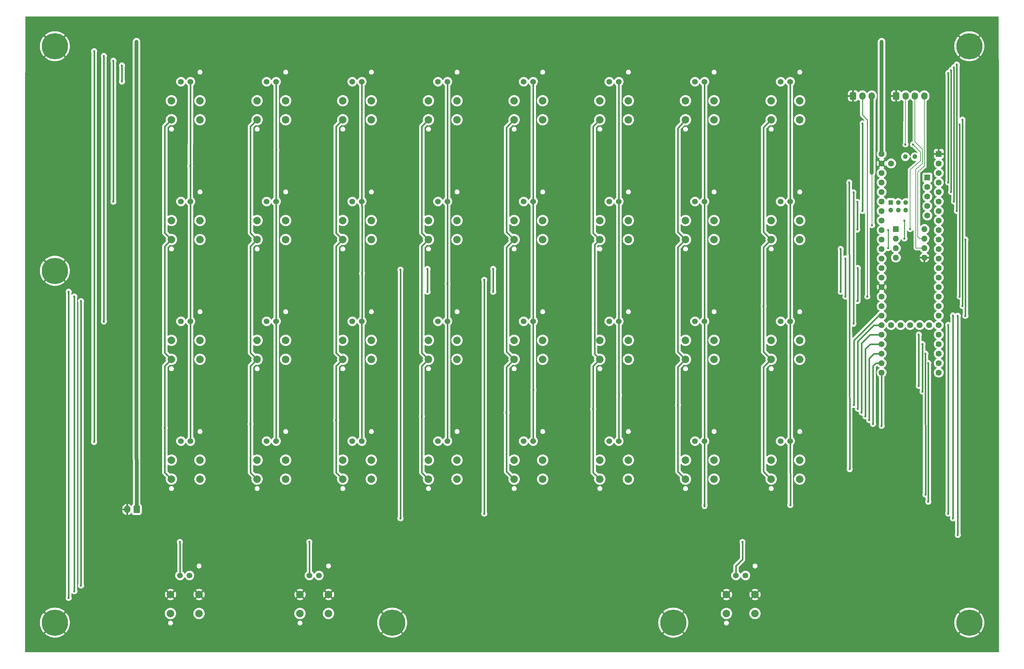
<source format=gbr>
%TF.GenerationSoftware,KiCad,Pcbnew,8.0.8-8.0.8-0~ubuntu22.04.1*%
%TF.CreationDate,2025-02-04T17:37:33+09:00*%
%TF.ProjectId,k2503100,6b323530-3331-4303-902e-6b696361645f,1.20*%
%TF.SameCoordinates,Original*%
%TF.FileFunction,Copper,L2,Bot*%
%TF.FilePolarity,Positive*%
%FSLAX46Y46*%
G04 Gerber Fmt 4.6, Leading zero omitted, Abs format (unit mm)*
G04 Created by KiCad (PCBNEW 8.0.8-8.0.8-0~ubuntu22.04.1) date 2025-02-04 17:37:33*
%MOMM*%
%LPD*%
G01*
G04 APERTURE LIST*
G04 Aperture macros list*
%AMRoundRect*
0 Rectangle with rounded corners*
0 $1 Rounding radius*
0 $2 $3 $4 $5 $6 $7 $8 $9 X,Y pos of 4 corners*
0 Add a 4 corners polygon primitive as box body*
4,1,4,$2,$3,$4,$5,$6,$7,$8,$9,$2,$3,0*
0 Add four circle primitives for the rounded corners*
1,1,$1+$1,$2,$3*
1,1,$1+$1,$4,$5*
1,1,$1+$1,$6,$7*
1,1,$1+$1,$8,$9*
0 Add four rect primitives between the rounded corners*
20,1,$1+$1,$2,$3,$4,$5,0*
20,1,$1+$1,$4,$5,$6,$7,0*
20,1,$1+$1,$6,$7,$8,$9,0*
20,1,$1+$1,$8,$9,$2,$3,0*%
G04 Aperture macros list end*
%TA.AperFunction,ComponentPad*%
%ADD10C,2.000000*%
%TD*%
%TA.AperFunction,ComponentPad*%
%ADD11C,1.524000*%
%TD*%
%TA.AperFunction,ComponentPad*%
%ADD12R,1.600000X1.600000*%
%TD*%
%TA.AperFunction,ComponentPad*%
%ADD13O,1.600000X1.600000*%
%TD*%
%TA.AperFunction,ComponentPad*%
%ADD14C,7.000000*%
%TD*%
%TA.AperFunction,ComponentPad*%
%ADD15C,1.600000*%
%TD*%
%TA.AperFunction,ComponentPad*%
%ADD16R,1.300000X1.300000*%
%TD*%
%TA.AperFunction,ComponentPad*%
%ADD17C,1.300000*%
%TD*%
%TA.AperFunction,ComponentPad*%
%ADD18RoundRect,0.250000X-0.600000X-0.725000X0.600000X-0.725000X0.600000X0.725000X-0.600000X0.725000X0*%
%TD*%
%TA.AperFunction,ComponentPad*%
%ADD19O,1.700000X1.950000*%
%TD*%
%TA.AperFunction,ComponentPad*%
%ADD20RoundRect,0.250000X0.600000X0.750000X-0.600000X0.750000X-0.600000X-0.750000X0.600000X-0.750000X0*%
%TD*%
%TA.AperFunction,ComponentPad*%
%ADD21O,1.700000X2.000000*%
%TD*%
%TA.AperFunction,ViaPad*%
%ADD22C,0.600000*%
%TD*%
%TA.AperFunction,ViaPad*%
%ADD23C,0.800000*%
%TD*%
%TA.AperFunction,Conductor*%
%ADD24C,0.400000*%
%TD*%
%TA.AperFunction,Conductor*%
%ADD25C,0.200000*%
%TD*%
%TA.AperFunction,Conductor*%
%ADD26C,1.000000*%
%TD*%
%TA.AperFunction,Conductor*%
%ADD27C,0.250000*%
%TD*%
G04 APERTURE END LIST*
D10*
%TO.P,SW322,1*%
%TO.N,Net-(D222-K)*%
X215646000Y-146558000D03*
X223266000Y-146558000D03*
%TO.P,SW322,2*%
%TO.N,/KYBD_UNiT/KCOL6*%
X215646000Y-151638000D03*
%TO.P,SW322,3*%
%TO.N,unconnected-(SW322-Pad3)*%
X223266000Y-151638000D03*
D11*
%TO.P,SW322,4*%
%TO.N,Net-(R322-Pad2)*%
X218186000Y-141478000D03*
%TO.P,SW322,5*%
%TO.N,Net-(Q306-C)*%
X220726000Y-141478000D03*
%TD*%
D10*
%TO.P,SW326,1*%
%TO.N,Net-(D226-K)*%
X124206000Y-178562000D03*
X131826000Y-178562000D03*
%TO.P,SW326,2*%
%TO.N,/KYBD_UNiT/KCOL2*%
X124206000Y-183642000D03*
%TO.P,SW326,3*%
%TO.N,unconnected-(SW326-Pad3)*%
X131826000Y-183642000D03*
D11*
%TO.P,SW326,4*%
%TO.N,Net-(R326-Pad2)*%
X126746000Y-173482000D03*
%TO.P,SW326,5*%
%TO.N,Net-(Q302-C)*%
X129286000Y-173482000D03*
%TD*%
D12*
%TO.P,U1,1,VREF1*%
%TO.N,+3.3V*%
X294640000Y-116840000D03*
D13*
%TO.P,U1,2,SCL1*%
%TO.N,Net-(U1-SCL1)*%
X294640000Y-119380000D03*
%TO.P,U1,3,SDA1*%
%TO.N,Net-(U1-SDA1)*%
X294640000Y-121920000D03*
%TO.P,U1,4,VPU*%
%TO.N,unconnected-(U1-VPU-Pad4)*%
X294640000Y-124460000D03*
%TO.P,U1,5,GND*%
%TO.N,GND*%
X302260000Y-124460000D03*
%TO.P,U1,6,SDA2*%
%TO.N,/SDA_H*%
X302260000Y-121920000D03*
%TO.P,U1,7,SCL2*%
%TO.N,/SCL_H*%
X302260000Y-119380000D03*
%TO.P,U1,8,VREF2*%
%TO.N,5V*%
X302260000Y-116840000D03*
%TD*%
D10*
%TO.P,SW312,1*%
%TO.N,Net-(D212-K)*%
X169926000Y-114554000D03*
X177546000Y-114554000D03*
%TO.P,SW312,2*%
%TO.N,/KYBD_UNiT/KCOL4*%
X169926000Y-119634000D03*
%TO.P,SW312,3*%
%TO.N,unconnected-(SW312-Pad3)*%
X177546000Y-119634000D03*
D11*
%TO.P,SW312,4*%
%TO.N,Net-(R312-Pad2)*%
X172466000Y-109474000D03*
%TO.P,SW312,5*%
%TO.N,Net-(Q304-C)*%
X175006000Y-109474000D03*
%TD*%
D10*
%TO.P,SW330,1*%
%TO.N,Net-(D230-K)*%
X215646000Y-178562000D03*
X223266000Y-178562000D03*
%TO.P,SW330,2*%
%TO.N,/KYBD_UNiT/KCOL6*%
X215646000Y-183642000D03*
%TO.P,SW330,3*%
%TO.N,unconnected-(SW330-Pad3)*%
X223266000Y-183642000D03*
D11*
%TO.P,SW330,4*%
%TO.N,Net-(R330-Pad2)*%
X218186000Y-173482000D03*
%TO.P,SW330,5*%
%TO.N,Net-(Q306-C)*%
X220726000Y-173482000D03*
%TD*%
D10*
%TO.P,SW320,1*%
%TO.N,Net-(D220-K)*%
X169926000Y-146558000D03*
X177546000Y-146558000D03*
%TO.P,SW320,2*%
%TO.N,/KYBD_UNiT/KCOL4*%
X169926000Y-151638000D03*
%TO.P,SW320,3*%
%TO.N,unconnected-(SW320-Pad3)*%
X177546000Y-151638000D03*
D11*
%TO.P,SW320,4*%
%TO.N,Net-(R320-Pad2)*%
X172466000Y-141478000D03*
%TO.P,SW320,5*%
%TO.N,Net-(Q304-C)*%
X175006000Y-141478000D03*
%TD*%
D10*
%TO.P,SW324,1*%
%TO.N,Net-(D224-K)*%
X261366000Y-146558000D03*
X268986000Y-146558000D03*
%TO.P,SW324,2*%
%TO.N,/KYBD_UNiT/KCOL8*%
X261366000Y-151638000D03*
%TO.P,SW324,3*%
%TO.N,unconnected-(SW324-Pad3)*%
X268986000Y-151638000D03*
D11*
%TO.P,SW324,4*%
%TO.N,Net-(R324-Pad2)*%
X263906000Y-141478000D03*
%TO.P,SW324,5*%
%TO.N,Net-(Q308-C)*%
X266446000Y-141478000D03*
%TD*%
D10*
%TO.P,SW310,1*%
%TO.N,Net-(D210-K)*%
X124206000Y-114554000D03*
X131826000Y-114554000D03*
%TO.P,SW310,2*%
%TO.N,/KYBD_UNiT/KCOL2*%
X124206000Y-119634000D03*
%TO.P,SW310,3*%
%TO.N,unconnected-(SW310-Pad3)*%
X131826000Y-119634000D03*
D11*
%TO.P,SW310,4*%
%TO.N,Net-(R310-Pad2)*%
X126746000Y-109474000D03*
%TO.P,SW310,5*%
%TO.N,Net-(Q302-C)*%
X129286000Y-109474000D03*
%TD*%
D10*
%TO.P,SW329,1*%
%TO.N,Net-(D229-K)*%
X192786000Y-178562000D03*
X200406000Y-178562000D03*
%TO.P,SW329,2*%
%TO.N,/KYBD_UNiT/KCOL5*%
X192786000Y-183642000D03*
%TO.P,SW329,3*%
%TO.N,unconnected-(SW329-Pad3)*%
X200406000Y-183642000D03*
D11*
%TO.P,SW329,4*%
%TO.N,Net-(R329-Pad2)*%
X195326000Y-173482000D03*
%TO.P,SW329,5*%
%TO.N,Net-(Q305-C)*%
X197866000Y-173482000D03*
%TD*%
D10*
%TO.P,SW303,1*%
%TO.N,Net-(D203-K)*%
X147066000Y-82550000D03*
X154686000Y-82550000D03*
%TO.P,SW303,2*%
%TO.N,/KYBD_UNiT/KCOL3*%
X147066000Y-87630000D03*
%TO.P,SW303,3*%
%TO.N,unconnected-(SW303-Pad3)*%
X154686000Y-87630000D03*
D11*
%TO.P,SW303,4*%
%TO.N,Net-(R303-Pad2)*%
X149606000Y-77470000D03*
%TO.P,SW303,5*%
%TO.N,Net-(Q303-C)*%
X152146000Y-77470000D03*
%TD*%
D10*
%TO.P,SW313,1*%
%TO.N,Net-(D213-K)*%
X192786000Y-114554000D03*
X200406000Y-114554000D03*
%TO.P,SW313,2*%
%TO.N,/KYBD_UNiT/KCOL5*%
X192786000Y-119634000D03*
%TO.P,SW313,3*%
%TO.N,unconnected-(SW313-Pad3)*%
X200406000Y-119634000D03*
D11*
%TO.P,SW313,4*%
%TO.N,Net-(R313-Pad2)*%
X195326000Y-109474000D03*
%TO.P,SW313,5*%
%TO.N,Net-(Q305-C)*%
X197866000Y-109474000D03*
%TD*%
D10*
%TO.P,SW319,1*%
%TO.N,Net-(D219-K)*%
X147066000Y-146558000D03*
X154686000Y-146558000D03*
%TO.P,SW319,2*%
%TO.N,/KYBD_UNiT/KCOL3*%
X147066000Y-151638000D03*
%TO.P,SW319,3*%
%TO.N,unconnected-(SW319-Pad3)*%
X154686000Y-151638000D03*
D11*
%TO.P,SW319,4*%
%TO.N,Net-(R319-Pad2)*%
X149606000Y-141478000D03*
%TO.P,SW319,5*%
%TO.N,Net-(Q303-C)*%
X152146000Y-141478000D03*
%TD*%
D10*
%TO.P,SW323,1*%
%TO.N,Net-(D223-K)*%
X238506000Y-146558000D03*
X246126000Y-146558000D03*
%TO.P,SW323,2*%
%TO.N,/KYBD_UNiT/KCOL7*%
X238506000Y-151638000D03*
%TO.P,SW323,3*%
%TO.N,unconnected-(SW323-Pad3)*%
X246126000Y-151638000D03*
D11*
%TO.P,SW323,4*%
%TO.N,Net-(R323-Pad2)*%
X241046000Y-141478000D03*
%TO.P,SW323,5*%
%TO.N,Net-(Q307-C)*%
X243586000Y-141478000D03*
%TD*%
D14*
%TO.P,REF03,1*%
%TO.N,GND*%
X314230000Y-222000000D03*
%TD*%
D10*
%TO.P,SW321,1*%
%TO.N,Net-(D221-K)*%
X192786000Y-146558000D03*
X200406000Y-146558000D03*
%TO.P,SW321,2*%
%TO.N,/KYBD_UNiT/KCOL5*%
X192786000Y-151638000D03*
%TO.P,SW321,3*%
%TO.N,unconnected-(SW321-Pad3)*%
X200406000Y-151638000D03*
D11*
%TO.P,SW321,4*%
%TO.N,Net-(R321-Pad2)*%
X195326000Y-141478000D03*
%TO.P,SW321,5*%
%TO.N,Net-(Q305-C)*%
X197866000Y-141478000D03*
%TD*%
D10*
%TO.P,SW3,1*%
%TO.N,GND*%
X249428000Y-214470000D03*
X257048000Y-214470000D03*
%TO.P,SW3,2*%
%TO.N,Net-(U101-16_A2_RX4_SCL1)*%
X249428000Y-219550000D03*
%TO.P,SW3,3*%
%TO.N,unconnected-(SW3-Pad3)*%
X257048000Y-219550000D03*
D11*
%TO.P,SW3,4*%
%TO.N,Net-(Q1-E)*%
X251968000Y-209390000D03*
%TO.P,SW3,5*%
%TO.N,Net-(R2-Pad1)*%
X254508000Y-209390000D03*
%TD*%
D10*
%TO.P,SW328,1*%
%TO.N,Net-(D228-K)*%
X169926000Y-178562000D03*
X177546000Y-178562000D03*
%TO.P,SW328,2*%
%TO.N,/KYBD_UNiT/KCOL4*%
X169926000Y-183642000D03*
%TO.P,SW328,3*%
%TO.N,unconnected-(SW328-Pad3)*%
X177546000Y-183642000D03*
D11*
%TO.P,SW328,4*%
%TO.N,Net-(R328-Pad2)*%
X172466000Y-173482000D03*
%TO.P,SW328,5*%
%TO.N,Net-(Q304-C)*%
X175006000Y-173482000D03*
%TD*%
D10*
%TO.P,SW307,1*%
%TO.N,Net-(D207-K)*%
X238506000Y-82550000D03*
X246126000Y-82550000D03*
%TO.P,SW307,2*%
%TO.N,/KYBD_UNiT/KCOL7*%
X238506000Y-87630000D03*
%TO.P,SW307,3*%
%TO.N,unconnected-(SW307-Pad3)*%
X246126000Y-87630000D03*
D11*
%TO.P,SW307,4*%
%TO.N,Net-(R307-Pad2)*%
X241046000Y-77470000D03*
%TO.P,SW307,5*%
%TO.N,Net-(Q307-C)*%
X243586000Y-77470000D03*
%TD*%
D10*
%TO.P,SW315,1*%
%TO.N,Net-(D215-K)*%
X238506000Y-114554000D03*
X246126000Y-114554000D03*
%TO.P,SW315,2*%
%TO.N,/KYBD_UNiT/KCOL7*%
X238506000Y-119634000D03*
%TO.P,SW315,3*%
%TO.N,unconnected-(SW315-Pad3)*%
X246126000Y-119634000D03*
D11*
%TO.P,SW315,4*%
%TO.N,Net-(R315-Pad2)*%
X241046000Y-109474000D03*
%TO.P,SW315,5*%
%TO.N,Net-(Q307-C)*%
X243586000Y-109474000D03*
%TD*%
D10*
%TO.P,SW2,1*%
%TO.N,GND*%
X135636000Y-214470000D03*
X143256000Y-214470000D03*
%TO.P,SW2,2*%
%TO.N,Net-(U101-15_A1_RX3_SPDIF_IN)*%
X135636000Y-219550000D03*
%TO.P,SW2,3*%
%TO.N,unconnected-(SW2-Pad3)*%
X143256000Y-219550000D03*
D11*
%TO.P,SW2,4*%
%TO.N,Net-(Q2-E)*%
X138176000Y-209390000D03*
%TO.P,SW2,5*%
%TO.N,Net-(R3-Pad1)*%
X140716000Y-209390000D03*
%TD*%
D10*
%TO.P,SW325,1*%
%TO.N,Net-(D225-K)*%
X101346000Y-178562000D03*
X108966000Y-178562000D03*
%TO.P,SW325,2*%
%TO.N,/KYBD_UNiT/KCOL1*%
X101346000Y-183642000D03*
%TO.P,SW325,3*%
%TO.N,unconnected-(SW325-Pad3)*%
X108966000Y-183642000D03*
D11*
%TO.P,SW325,4*%
%TO.N,Net-(R325-Pad2)*%
X103886000Y-173482000D03*
%TO.P,SW325,5*%
%TO.N,Net-(Q301-C)*%
X106426000Y-173482000D03*
%TD*%
D10*
%TO.P,SW317,1*%
%TO.N,Net-(D217-K)*%
X101346000Y-146558000D03*
X108966000Y-146558000D03*
%TO.P,SW317,2*%
%TO.N,/KYBD_UNiT/KCOL1*%
X101346000Y-151638000D03*
%TO.P,SW317,3*%
%TO.N,unconnected-(SW317-Pad3)*%
X108966000Y-151638000D03*
D11*
%TO.P,SW317,4*%
%TO.N,Net-(R317-Pad2)*%
X103886000Y-141478000D03*
%TO.P,SW317,5*%
%TO.N,Net-(Q301-C)*%
X106426000Y-141478000D03*
%TD*%
D14*
%TO.P,REF02,1*%
%TO.N,GND*%
X314230000Y-68000000D03*
%TD*%
D10*
%TO.P,SW331,1*%
%TO.N,Net-(D231-K)*%
X238506000Y-178562000D03*
X246126000Y-178562000D03*
%TO.P,SW331,2*%
%TO.N,/KYBD_UNiT/KCOL7*%
X238506000Y-183642000D03*
%TO.P,SW331,3*%
%TO.N,unconnected-(SW331-Pad3)*%
X246126000Y-183642000D03*
D11*
%TO.P,SW331,4*%
%TO.N,Net-(R331-Pad2)*%
X241046000Y-173482000D03*
%TO.P,SW331,5*%
%TO.N,Net-(Q307-C)*%
X243586000Y-173482000D03*
%TD*%
D10*
%TO.P,SW327,1*%
%TO.N,Net-(D227-K)*%
X147066000Y-178562000D03*
X154686000Y-178562000D03*
%TO.P,SW327,2*%
%TO.N,/KYBD_UNiT/KCOL3*%
X147066000Y-183642000D03*
%TO.P,SW327,3*%
%TO.N,unconnected-(SW327-Pad3)*%
X154686000Y-183642000D03*
D11*
%TO.P,SW327,4*%
%TO.N,Net-(R327-Pad2)*%
X149606000Y-173482000D03*
%TO.P,SW327,5*%
%TO.N,Net-(Q303-C)*%
X152146000Y-173482000D03*
%TD*%
D10*
%TO.P,SW301,1*%
%TO.N,Net-(D201-K)*%
X101346000Y-82550000D03*
X108966000Y-82550000D03*
%TO.P,SW301,2*%
%TO.N,/KYBD_UNiT/KCOL1*%
X101346000Y-87630000D03*
%TO.P,SW301,3*%
%TO.N,unconnected-(SW301-Pad3)*%
X108966000Y-87630000D03*
D11*
%TO.P,SW301,4*%
%TO.N,Net-(R301-Pad2)*%
X103886000Y-77470000D03*
%TO.P,SW301,5*%
%TO.N,Net-(Q301-C)*%
X106426000Y-77470000D03*
%TD*%
D10*
%TO.P,SW332,1*%
%TO.N,Net-(D232-K)*%
X261366000Y-178562000D03*
X268986000Y-178562000D03*
%TO.P,SW332,2*%
%TO.N,/KYBD_UNiT/KCOL8*%
X261366000Y-183642000D03*
%TO.P,SW332,3*%
%TO.N,unconnected-(SW332-Pad3)*%
X268986000Y-183642000D03*
D11*
%TO.P,SW332,4*%
%TO.N,Net-(R332-Pad2)*%
X263906000Y-173482000D03*
%TO.P,SW332,5*%
%TO.N,Net-(Q308-C)*%
X266446000Y-173482000D03*
%TD*%
D10*
%TO.P,SW302,1*%
%TO.N,Net-(D202-K)*%
X124206000Y-82550000D03*
X131826000Y-82550000D03*
%TO.P,SW302,2*%
%TO.N,/KYBD_UNiT/KCOL2*%
X124206000Y-87630000D03*
%TO.P,SW302,3*%
%TO.N,unconnected-(SW302-Pad3)*%
X131826000Y-87630000D03*
D11*
%TO.P,SW302,4*%
%TO.N,Net-(R302-Pad2)*%
X126746000Y-77470000D03*
%TO.P,SW302,5*%
%TO.N,Net-(Q302-C)*%
X129286000Y-77470000D03*
%TD*%
D14*
%TO.P,REF05,1*%
%TO.N,GND*%
X160230000Y-222000000D03*
%TD*%
%TO.P,REF01,1*%
%TO.N,GND*%
X70230000Y-68000000D03*
%TD*%
D10*
%TO.P,SW305,1*%
%TO.N,Net-(D205-K)*%
X192786000Y-82550000D03*
X200406000Y-82550000D03*
%TO.P,SW305,2*%
%TO.N,/KYBD_UNiT/KCOL5*%
X192786000Y-87630000D03*
%TO.P,SW305,3*%
%TO.N,unconnected-(SW305-Pad3)*%
X200406000Y-87630000D03*
D11*
%TO.P,SW305,4*%
%TO.N,Net-(R305-Pad2)*%
X195326000Y-77470000D03*
%TO.P,SW305,5*%
%TO.N,Net-(Q305-C)*%
X197866000Y-77470000D03*
%TD*%
D10*
%TO.P,SW306,1*%
%TO.N,Net-(D206-K)*%
X215646000Y-82550000D03*
X223266000Y-82550000D03*
%TO.P,SW306,2*%
%TO.N,/KYBD_UNiT/KCOL6*%
X215646000Y-87630000D03*
%TO.P,SW306,3*%
%TO.N,unconnected-(SW306-Pad3)*%
X223266000Y-87630000D03*
D11*
%TO.P,SW306,4*%
%TO.N,Net-(R306-Pad2)*%
X218186000Y-77470000D03*
%TO.P,SW306,5*%
%TO.N,Net-(Q306-C)*%
X220726000Y-77470000D03*
%TD*%
D10*
%TO.P,SW308,1*%
%TO.N,Net-(D208-K)*%
X261366000Y-82550000D03*
X268986000Y-82550000D03*
%TO.P,SW308,2*%
%TO.N,/KYBD_UNiT/KCOL8*%
X261366000Y-87630000D03*
%TO.P,SW308,3*%
%TO.N,unconnected-(SW308-Pad3)*%
X268986000Y-87630000D03*
D11*
%TO.P,SW308,4*%
%TO.N,Net-(R308-Pad2)*%
X263906000Y-77470000D03*
%TO.P,SW308,5*%
%TO.N,Net-(Q308-C)*%
X266446000Y-77470000D03*
%TD*%
D10*
%TO.P,SW314,1*%
%TO.N,Net-(D214-K)*%
X215646000Y-114554000D03*
X223266000Y-114554000D03*
%TO.P,SW314,2*%
%TO.N,/KYBD_UNiT/KCOL6*%
X215646000Y-119634000D03*
%TO.P,SW314,3*%
%TO.N,unconnected-(SW314-Pad3)*%
X223266000Y-119634000D03*
D11*
%TO.P,SW314,4*%
%TO.N,Net-(R314-Pad2)*%
X218186000Y-109474000D03*
%TO.P,SW314,5*%
%TO.N,Net-(Q306-C)*%
X220726000Y-109474000D03*
%TD*%
D14*
%TO.P,REF04,1*%
%TO.N,GND*%
X70230000Y-222000000D03*
%TD*%
%TO.P,REF06,1*%
%TO.N,GND*%
X235230000Y-222000000D03*
%TD*%
D10*
%TO.P,SW311,1*%
%TO.N,Net-(D211-K)*%
X147066000Y-114554000D03*
X154686000Y-114554000D03*
%TO.P,SW311,2*%
%TO.N,/KYBD_UNiT/KCOL3*%
X147066000Y-119634000D03*
%TO.P,SW311,3*%
%TO.N,unconnected-(SW311-Pad3)*%
X154686000Y-119634000D03*
D11*
%TO.P,SW311,4*%
%TO.N,Net-(R311-Pad2)*%
X149606000Y-109474000D03*
%TO.P,SW311,5*%
%TO.N,Net-(Q303-C)*%
X152146000Y-109474000D03*
%TD*%
D10*
%TO.P,SW318,1*%
%TO.N,Net-(D218-K)*%
X124206000Y-146558000D03*
X131826000Y-146558000D03*
%TO.P,SW318,2*%
%TO.N,/KYBD_UNiT/KCOL2*%
X124206000Y-151638000D03*
%TO.P,SW318,3*%
%TO.N,unconnected-(SW318-Pad3)*%
X131826000Y-151638000D03*
D11*
%TO.P,SW318,4*%
%TO.N,Net-(R318-Pad2)*%
X126746000Y-141478000D03*
%TO.P,SW318,5*%
%TO.N,Net-(Q302-C)*%
X129286000Y-141478000D03*
%TD*%
D10*
%TO.P,SW316,1*%
%TO.N,Net-(D216-K)*%
X261366000Y-114554000D03*
X268986000Y-114554000D03*
%TO.P,SW316,2*%
%TO.N,/KYBD_UNiT/KCOL8*%
X261366000Y-119634000D03*
%TO.P,SW316,3*%
%TO.N,unconnected-(SW316-Pad3)*%
X268986000Y-119634000D03*
D11*
%TO.P,SW316,4*%
%TO.N,Net-(R316-Pad2)*%
X263906000Y-109474000D03*
%TO.P,SW316,5*%
%TO.N,Net-(Q308-C)*%
X266446000Y-109474000D03*
%TD*%
D10*
%TO.P,SW309,1*%
%TO.N,Net-(D209-K)*%
X101346000Y-114554000D03*
X108966000Y-114554000D03*
%TO.P,SW309,2*%
%TO.N,/KYBD_UNiT/KCOL1*%
X101346000Y-119634000D03*
%TO.P,SW309,3*%
%TO.N,unconnected-(SW309-Pad3)*%
X108966000Y-119634000D03*
D11*
%TO.P,SW309,4*%
%TO.N,Net-(R309-Pad2)*%
X103886000Y-109474000D03*
%TO.P,SW309,5*%
%TO.N,Net-(Q301-C)*%
X106426000Y-109474000D03*
%TD*%
D10*
%TO.P,SW304,1*%
%TO.N,Net-(D204-K)*%
X169926000Y-82550000D03*
X177546000Y-82550000D03*
%TO.P,SW304,2*%
%TO.N,/KYBD_UNiT/KCOL4*%
X169926000Y-87630000D03*
%TO.P,SW304,3*%
%TO.N,unconnected-(SW304-Pad3)*%
X177546000Y-87630000D03*
D11*
%TO.P,SW304,4*%
%TO.N,Net-(R304-Pad2)*%
X172466000Y-77470000D03*
%TO.P,SW304,5*%
%TO.N,Net-(Q304-C)*%
X175006000Y-77470000D03*
%TD*%
D10*
%TO.P,SW1,1*%
%TO.N,GND*%
X101092000Y-214470000D03*
X108712000Y-214470000D03*
%TO.P,SW1,2*%
%TO.N,Net-(U101-14_A0_TX3_SPDIF_OUT)*%
X101092000Y-219550000D03*
%TO.P,SW1,3*%
%TO.N,unconnected-(SW1-Pad3)*%
X108712000Y-219550000D03*
D11*
%TO.P,SW1,4*%
%TO.N,Net-(Q3-E)*%
X103632000Y-209390000D03*
%TO.P,SW1,5*%
%TO.N,Net-(R5-Pad1)*%
X106172000Y-209390000D03*
%TD*%
D14*
%TO.P,REF07,1*%
%TO.N,GND*%
X70230000Y-128000000D03*
%TD*%
D12*
%TO.P,U101,1,GND*%
%TO.N,GND*%
X306070000Y-96774000D03*
D15*
%TO.P,U101,2,0_RX1_CRX2_CS1*%
%TO.N,unconnected-(U101-0_RX1_CRX2_CS1-Pad2)*%
X306070000Y-99314000D03*
%TO.P,U101,3,1_TX1_CTX2_MISO1*%
%TO.N,unconnected-(U101-1_TX1_CTX2_MISO1-Pad3)*%
X306070000Y-101854000D03*
%TO.P,U101,4,2_OUT2*%
%TO.N,/KYBD_UNiT/ROW1*%
X306070000Y-104394000D03*
%TO.P,U101,5,3_LRCLK2*%
%TO.N,/KYBD_UNiT/ROW2*%
X306070000Y-106934000D03*
%TO.P,U101,6,4_BCLK2*%
%TO.N,/KYBD_UNiT/ROW3*%
X306070000Y-109474000D03*
%TO.P,U101,7,5_IN2*%
%TO.N,/KYBD_UNiT/ROW4*%
X306070000Y-112014000D03*
%TO.P,U101,8,6_OUT1D*%
%TO.N,unconnected-(U101-6_OUT1D-Pad8)*%
X306070000Y-114554000D03*
%TO.P,U101,9,7_RX2_OUT1A*%
%TO.N,unconnected-(U101-7_RX2_OUT1A-Pad9)*%
X306070000Y-117094000D03*
%TO.P,U101,10,8_TX2_IN1*%
%TO.N,Net-(U101-8_TX2_IN1)*%
X306070000Y-119634000D03*
%TO.P,U101,11,9_OUT1C*%
%TO.N,unconnected-(U101-9_OUT1C-Pad11)*%
X306070000Y-122174000D03*
%TO.P,U101,12,10_CS_MQSR*%
%TO.N,unconnected-(U101-10_CS_MQSR-Pad12)*%
X306070000Y-124714000D03*
%TO.P,U101,13,11_MOSI_CTX1*%
%TO.N,unconnected-(U101-11_MOSI_CTX1-Pad13)*%
X306070000Y-127254000D03*
%TO.P,U101,14,12_MISO_MQSL*%
%TO.N,unconnected-(U101-12_MISO_MQSL-Pad14)*%
X306070000Y-129794000D03*
%TO.P,U101,15,3V3*%
%TO.N,unconnected-(U101-3V3-Pad15)*%
X306070000Y-132334000D03*
%TO.P,U101,16,24_A10_TX6_SCL2*%
%TO.N,/KYBD_UNiT/COL1*%
X306070000Y-134874000D03*
%TO.P,U101,17,25_A11_RX6_SDA2*%
%TO.N,/KYBD_UNiT/COL2*%
X306070000Y-137414000D03*
%TO.P,U101,18,26_A12_MOSI1*%
%TO.N,/KYBD_UNiT/COL3*%
X306070000Y-139954000D03*
%TO.P,U101,19,27_A13_SCK1*%
%TO.N,/KYBD_UNiT/COL4*%
X306070000Y-142494000D03*
%TO.P,U101,20,28_RX7*%
%TO.N,/KYBD_UNiT/COL5*%
X306070000Y-145034000D03*
%TO.P,U101,21,29_TX7*%
%TO.N,/KYBD_UNiT/COL6*%
X306070000Y-147574000D03*
%TO.P,U101,22,30_CRX3*%
%TO.N,/KYBD_UNiT/COL7*%
X306070000Y-150114000D03*
%TO.P,U101,23,31_CTX3*%
%TO.N,/KYBD_UNiT/COL8*%
X306070000Y-152654000D03*
%TO.P,U101,24,32_OUT1B*%
%TO.N,unconnected-(U101-32_OUT1B-Pad24)*%
X306070000Y-155194000D03*
%TO.P,U101,25,33_MCLK2*%
%TO.N,/KYBD_UNiT/KCOL1*%
X290830000Y-155194000D03*
%TO.P,U101,26,34_RX8*%
%TO.N,/KYBD_UNiT/KCOL2*%
X290830000Y-152654000D03*
%TO.P,U101,27,35_TX8*%
%TO.N,/KYBD_UNiT/KCOL3*%
X290830000Y-150114000D03*
%TO.P,U101,28,36_CS*%
%TO.N,/KYBD_UNiT/KCOL4*%
X290830000Y-147574000D03*
%TO.P,U101,29,37_CS*%
%TO.N,/KYBD_UNiT/KCOL5*%
X290830000Y-145034000D03*
%TO.P,U101,30,38_CS1_IN1*%
%TO.N,/KYBD_UNiT/KCOL6*%
X290830000Y-142494000D03*
%TO.P,U101,31,39_MISO1_OUT1A*%
%TO.N,/KYBD_UNiT/KCOL7*%
X290830000Y-139954000D03*
%TO.P,U101,32,40_A16*%
%TO.N,/KYBD_UNiT/KCOL8*%
X290830000Y-137414000D03*
%TO.P,U101,33,41_A17*%
%TO.N,Net-(J102-Pin_2)*%
X290830000Y-134874000D03*
%TO.P,U101,34,GND*%
%TO.N,GND*%
X290830000Y-132334000D03*
%TO.P,U101,35,13_SCK_LED*%
%TO.N,unconnected-(U101-13_SCK_LED-Pad35)*%
X290830000Y-129794000D03*
%TO.P,U101,36,14_A0_TX3_SPDIF_OUT*%
%TO.N,Net-(U101-14_A0_TX3_SPDIF_OUT)*%
X290830000Y-127254000D03*
%TO.P,U101,37,15_A1_RX3_SPDIF_IN*%
%TO.N,Net-(U101-15_A1_RX3_SPDIF_IN)*%
X290830000Y-124714000D03*
%TO.P,U101,38,16_A2_RX4_SCL1*%
%TO.N,Net-(U101-16_A2_RX4_SCL1)*%
X290830000Y-122174000D03*
%TO.P,U101,39,17_A3_TX4_SDA1*%
%TO.N,unconnected-(U101-17_A3_TX4_SDA1-Pad39)*%
X290830000Y-119634000D03*
%TO.P,U101,40,18_A4_SDA*%
%TO.N,Net-(U1-SDA1)*%
X290830000Y-117094000D03*
%TO.P,U101,41,19_A5_SCL*%
%TO.N,Net-(U1-SCL1)*%
X290830000Y-114554000D03*
%TO.P,U101,42,20_A6_TX5_LRCLK1*%
%TO.N,/KYBD_UNiT/KROW1*%
X290830000Y-112014000D03*
%TO.P,U101,43,21_A7_RX5_BCLK1*%
%TO.N,/KYBD_UNiT/KROW2*%
X290830000Y-109474000D03*
%TO.P,U101,44,22_A8_CTX1*%
%TO.N,/KYBD_UNiT/KROW3*%
X290830000Y-106934000D03*
%TO.P,U101,45,23_A9_CRX1_MCLK1*%
%TO.N,/KYBD_UNiT/KROW4*%
X290830000Y-104394000D03*
%TO.P,U101,46,3V3*%
%TO.N,+3.3V*%
X290830000Y-101854000D03*
%TO.P,U101,47,GND*%
%TO.N,GND*%
X290830000Y-99314000D03*
%TO.P,U101,48,VIN*%
%TO.N,5V*%
X290830000Y-96774000D03*
%TO.P,U101,49,VUSB*%
%TO.N,unconnected-(U101-VUSB-Pad49)*%
X293370000Y-99314000D03*
%TO.P,U101,50,VBAT*%
%TO.N,unconnected-(U101-VBAT-Pad50)*%
X303530000Y-142494000D03*
%TO.P,U101,51,3V3*%
%TO.N,unconnected-(U101-3V3-Pad51)*%
X300990000Y-142494000D03*
%TO.P,U101,52,GND*%
%TO.N,unconnected-(U101-GND-Pad52)*%
X298450000Y-142494000D03*
%TO.P,U101,53,PROGRAM*%
%TO.N,unconnected-(U101-PROGRAM-Pad53)*%
X295910000Y-142494000D03*
%TO.P,U101,54,ON_OFF*%
%TO.N,unconnected-(U101-ON_OFF-Pad54)*%
X293370000Y-142494000D03*
D12*
%TO.P,U101,55,5V*%
%TO.N,unconnected-(U101-5V-Pad55)*%
X303019200Y-103073200D03*
D15*
%TO.P,U101,56,D-*%
%TO.N,unconnected-(U101-D--Pad56)*%
X303019200Y-105613200D03*
%TO.P,U101,57,D+*%
%TO.N,unconnected-(U101-D+-Pad57)*%
X303019200Y-108153200D03*
%TO.P,U101,58,GND*%
%TO.N,unconnected-(U101-GND-Pad58)*%
X303019200Y-110693200D03*
%TO.P,U101,59,GND*%
%TO.N,unconnected-(U101-GND-Pad59)*%
X303019200Y-113233200D03*
D16*
%TO.P,U101,60,R+*%
%TO.N,unconnected-(U101-R+-Pad60)*%
X293268400Y-109744000D03*
D17*
%TO.P,U101,61,LED*%
%TO.N,unconnected-(U101-LED-Pad61)*%
X295268400Y-109744000D03*
%TO.P,U101,62,T-*%
%TO.N,unconnected-(U101-T--Pad62)*%
X297268400Y-109744000D03*
%TO.P,U101,63,T+*%
%TO.N,unconnected-(U101-T+-Pad63)*%
X297268400Y-111744000D03*
%TO.P,U101,64,GND*%
%TO.N,unconnected-(U101-GND-Pad64)*%
X295268400Y-111744000D03*
%TO.P,U101,65,R-*%
%TO.N,unconnected-(U101-R--Pad65)*%
X293268400Y-111744000D03*
%TO.P,U101,66,D-*%
%TO.N,unconnected-(U101-D--Pad66)*%
X297180000Y-97504000D03*
%TO.P,U101,67,D+*%
%TO.N,unconnected-(U101-D+-Pad67)*%
X299720000Y-97504000D03*
%TD*%
D18*
%TO.P,J101,1,Pin_1*%
%TO.N,GND*%
X294720000Y-81280000D03*
D19*
%TO.P,J101,2,Pin_2*%
%TO.N,5V*%
X297220000Y-81280000D03*
%TO.P,J101,3,Pin_3*%
%TO.N,/SDA_H*%
X299720000Y-81280000D03*
%TO.P,J101,4,Pin_4*%
%TO.N,/SCL_H*%
X302220000Y-81280000D03*
%TD*%
D20*
%TO.P,J103,1,Pin_1*%
%TO.N,5V*%
X92055000Y-191749000D03*
D21*
%TO.P,J103,2,Pin_2*%
%TO.N,GND*%
X89555000Y-191749000D03*
%TD*%
D18*
%TO.P,J102,1,Pin_1*%
%TO.N,GND*%
X283210000Y-81280000D03*
D19*
%TO.P,J102,2,Pin_2*%
%TO.N,Net-(J102-Pin_2)*%
X285710000Y-81280000D03*
%TO.P,J102,3,Pin_3*%
%TO.N,+3.3V*%
X288210000Y-81280000D03*
%TD*%
D22*
%TO.N,/KYBD_UNiT/KROW1*%
X285750000Y-88646000D03*
X285750000Y-112014000D03*
%TO.N,/KYBD_UNiT/KROW2*%
X284352000Y-109600000D03*
X284352000Y-116966000D03*
%TO.N,/KYBD_UNiT/KROW3*%
X283336000Y-142114000D03*
X283336000Y-107062000D03*
%TO.N,/KYBD_UNiT/KROW4*%
X282194000Y-104394000D03*
X282322000Y-180974000D03*
%TO.N,Net-(Q301-C)*%
X106370500Y-100010000D03*
%TO.N,Net-(Q302-C)*%
X129334000Y-95692000D03*
%TO.N,Net-(Q303-C)*%
X152194000Y-128712000D03*
%TO.N,Net-(Q304-C)*%
X175006000Y-131445000D03*
%TO.N,Net-(Q305-C)*%
X197914000Y-159827000D03*
%TO.N,Net-(Q306-C)*%
X220774000Y-161224000D03*
%TO.N,Net-(Q307-C)*%
X243586000Y-190577000D03*
%TO.N,Net-(Q308-C)*%
X266470000Y-190577000D03*
D23*
%TO.N,5V*%
X290830000Y-78740000D03*
D22*
X299212000Y-94234000D03*
D23*
X92014000Y-114252000D03*
X290830000Y-66802000D03*
X92014000Y-82296000D03*
D22*
X298450000Y-116840000D03*
X297180000Y-94234000D03*
D23*
X92014000Y-66802000D03*
X92014000Y-146256000D03*
X92014000Y-178260000D03*
D22*
%TO.N,/KYBD_UNiT/KCOL1*%
X99568000Y-169926000D03*
X290830000Y-169418000D03*
%TO.N,/KYBD_UNiT/KCOL2*%
X288544000Y-168910000D03*
X122428000Y-168910000D03*
%TO.N,/KYBD_UNiT/KCOL3*%
X145288000Y-167894000D03*
X287528000Y-167894000D03*
%TO.N,/KYBD_UNiT/KCOL4*%
X168148000Y-166878000D03*
X286512000Y-166878000D03*
%TO.N,/KYBD_UNiT/KCOL5*%
X190754000Y-165862000D03*
X285496000Y-165862000D03*
%TO.N,/KYBD_UNiT/KCOL6*%
X284480000Y-164846000D03*
X213868000Y-164846000D03*
%TO.N,/KYBD_UNiT/KCOL7*%
X283464000Y-163830000D03*
X236474000Y-163830000D03*
%TO.N,/KYBD_UNiT/KCOL8*%
X259334000Y-137414000D03*
%TO.N,Net-(U101-15_A1_RX3_SPDIF_IN)*%
X75438000Y-134874000D03*
X281178000Y-124714000D03*
X281178000Y-134874000D03*
X75438000Y-213614000D03*
%TO.N,GND*%
X269494000Y-191593000D03*
X178006000Y-132395000D03*
X246586000Y-191593000D03*
X109370500Y-100960000D03*
X113663600Y-211174500D03*
X223774000Y-162174000D03*
X200914000Y-160777000D03*
X155194000Y-129662000D03*
X261847200Y-211174500D03*
X148106000Y-211174500D03*
X132334000Y-96642000D03*
%TO.N,/KYBD_UNiT/COL6*%
X301752000Y-160274000D03*
X301752000Y-147574000D03*
%TO.N,/KYBD_UNiT/ROW3*%
X83312000Y-141478000D03*
X83312000Y-70612000D03*
X310134000Y-109474000D03*
X310134000Y-73660000D03*
%TO.N,/KYBD_UNiT/ROW4*%
X310896000Y-112014000D03*
X80721200Y-173712500D03*
X310896000Y-72898000D03*
X80721200Y-69342000D03*
%TO.N,Net-(U101-16_A2_RX4_SCL1)*%
X169672000Y-133604000D03*
X187198000Y-133604000D03*
X279908000Y-133604000D03*
X187198000Y-127508000D03*
X279908000Y-122174000D03*
X73914000Y-133604000D03*
X169672000Y-127508000D03*
X73914000Y-215392000D03*
%TO.N,/KYBD_UNiT/ROW2*%
X309372000Y-74422000D03*
X85852000Y-71882000D03*
X309372000Y-106934000D03*
X85852000Y-109526700D03*
%TO.N,/KYBD_UNiT/COL8*%
X303276000Y-189688000D03*
X303276000Y-152654000D03*
%TO.N,/KYBD_UNiT/COL3*%
X162456500Y-127696000D03*
X309880000Y-139954000D03*
X309880000Y-194133000D03*
X162456500Y-194133000D03*
%TO.N,Net-(U101-14_A0_TX3_SPDIF_OUT)*%
X284480000Y-127254000D03*
X77216000Y-136106410D03*
X77216000Y-212090000D03*
X284410000Y-136074000D03*
%TO.N,/KYBD_UNiT/COL2*%
X312420000Y-137414000D03*
X312420000Y-87630000D03*
%TO.N,/KYBD_UNiT/COL7*%
X302514000Y-150114000D03*
X302537681Y-187783000D03*
%TO.N,/KYBD_UNiT/ROW1*%
X308610000Y-104394000D03*
X88138000Y-77423000D03*
X88138000Y-73152000D03*
X308610000Y-75184000D03*
%TO.N,/KYBD_UNiT/COL5*%
X300736000Y-145034000D03*
X300736000Y-158750000D03*
%TO.N,/KYBD_UNiT/COL4*%
X308610000Y-142494000D03*
X184808500Y-130429000D03*
X308610000Y-192863000D03*
X184809000Y-192863000D03*
%TO.N,Net-(U1-SCL1)*%
X296926000Y-114554000D03*
X296926000Y-119380000D03*
%TO.N,/KYBD_UNiT/COL1*%
X311658000Y-134874000D03*
X311658000Y-88900000D03*
%TO.N,Net-(U1-SDA1)*%
X292608000Y-117094000D03*
X292608000Y-121920000D03*
%TO.N,+3.3V*%
X288290000Y-115824000D03*
X288210000Y-101774000D03*
%TO.N,Net-(J102-Pin_2)*%
X287020000Y-134874000D03*
%TO.N,Net-(Q1-E)*%
X253709000Y-200459000D03*
%TO.N,Net-(U101-8_TX2_IN1)*%
X311150000Y-198554500D03*
X311150000Y-140031000D03*
X313182000Y-119634000D03*
X313182000Y-140031000D03*
%TO.N,Net-(Q2-E)*%
X138139000Y-200459000D03*
%TO.N,Net-(Q3-E)*%
X103595000Y-200435000D03*
%TD*%
D24*
%TO.N,/KYBD_UNiT/KROW1*%
X285750000Y-88646000D02*
X285750000Y-112014000D01*
%TO.N,/KYBD_UNiT/KROW2*%
X284352000Y-116966000D02*
X284352000Y-109600000D01*
%TO.N,/KYBD_UNiT/KROW3*%
X283336000Y-142114000D02*
X283336000Y-107062000D01*
%TO.N,/KYBD_UNiT/KROW4*%
X282322000Y-180974000D02*
X282194000Y-104394000D01*
%TO.N,Net-(Q301-C)*%
X106426000Y-77470000D02*
X106426000Y-94112500D01*
X106426000Y-141478000D02*
X106426000Y-173482000D01*
X106426000Y-109474000D02*
X106426000Y-141478000D01*
X106426000Y-99954500D02*
X106370500Y-100010000D01*
X106370500Y-94168000D02*
X106370500Y-109418500D01*
X106370500Y-109418500D02*
X106426000Y-109474000D01*
%TO.N,Net-(Q302-C)*%
X129286000Y-77470000D02*
X129286000Y-98552000D01*
X129286000Y-173482000D02*
X129286000Y-141478000D01*
X129286000Y-98552000D02*
X129286000Y-109474000D01*
X129286000Y-109474000D02*
X129286000Y-141478000D01*
%TO.N,Net-(Q303-C)*%
X152146000Y-110744000D02*
X152194000Y-110792000D01*
X152146000Y-77470000D02*
X152146000Y-109474000D01*
X152194000Y-128712000D02*
X152194000Y-141430000D01*
X152194000Y-141430000D02*
X152146000Y-141478000D01*
X152146000Y-109474000D02*
X152146000Y-110744000D01*
X152194000Y-110792000D02*
X152194000Y-128712000D01*
X152146000Y-141478000D02*
X152146000Y-173482000D01*
%TO.N,Net-(Q304-C)*%
X175006000Y-109474000D02*
X175006000Y-131445000D01*
X175006000Y-141478000D02*
X175006000Y-173482000D01*
X175006000Y-131445000D02*
X175006000Y-141478000D01*
X175006000Y-77470000D02*
X175006000Y-109474000D01*
%TO.N,Net-(Q305-C)*%
X197866000Y-141478000D02*
X197866000Y-109474000D01*
X197866000Y-159779000D02*
X197914000Y-159827000D01*
X197866000Y-141478000D02*
X197866000Y-159779000D01*
X197866000Y-109474000D02*
X197866000Y-77470000D01*
X197914000Y-159827000D02*
X197866000Y-159875000D01*
X197866000Y-159875000D02*
X197866000Y-173482000D01*
%TO.N,Net-(Q306-C)*%
X220726000Y-77470000D02*
X220726000Y-109474000D01*
X220726000Y-141478000D02*
X220726000Y-109474000D01*
X220726000Y-141478000D02*
X220726000Y-173482000D01*
%TO.N,Net-(Q307-C)*%
X243586000Y-173482000D02*
X243586000Y-190958000D01*
X243586000Y-77470000D02*
X243586000Y-109474000D01*
X243586000Y-109474000D02*
X243586000Y-141478000D01*
X243586000Y-141478000D02*
X243586000Y-173482000D01*
%TO.N,Net-(Q308-C)*%
X266446000Y-141478000D02*
X266446000Y-109474000D01*
X266446000Y-141478000D02*
X266446000Y-173482000D01*
X266446000Y-77470000D02*
X266446000Y-109474000D01*
X266470000Y-190577000D02*
X266446000Y-173482000D01*
D25*
%TO.N,5V*%
X301244000Y-96266000D02*
X299212000Y-94234000D01*
X297220000Y-81788000D02*
X297180000Y-94234000D01*
X298450000Y-101000000D02*
X301244000Y-98552000D01*
D26*
X290830000Y-78740000D02*
X290830000Y-81280000D01*
X290830000Y-81280000D02*
X290830000Y-96774000D01*
X92014000Y-178260000D02*
X92014000Y-146812000D01*
X92055000Y-191749000D02*
X92055000Y-178301000D01*
D27*
X92055000Y-178301000D02*
X92014000Y-178260000D01*
D24*
X92014000Y-146812000D02*
X92014000Y-146256000D01*
D25*
X301244000Y-98552000D02*
X301244000Y-96266000D01*
D26*
X92014000Y-114252000D02*
X92014000Y-146812000D01*
D25*
X298450000Y-116840000D02*
X298450000Y-101000000D01*
D26*
X92014000Y-82296000D02*
X92014000Y-66802000D01*
X92014000Y-82296000D02*
X92014000Y-114252000D01*
X290830000Y-66802000D02*
X290830000Y-78740000D01*
D24*
%TO.N,/KYBD_UNiT/KCOL1*%
X101346000Y-119634000D02*
X99568000Y-121412000D01*
X99568000Y-117856000D02*
X101346000Y-119634000D01*
X101346000Y-151638000D02*
X99568000Y-153416000D01*
X99568000Y-149860000D02*
X101346000Y-151638000D01*
X101346000Y-87630000D02*
X99568000Y-89408000D01*
X290830000Y-155194000D02*
X290830000Y-169418000D01*
X99568000Y-181864000D02*
X101346000Y-183642000D01*
X99568000Y-89408000D02*
X99568000Y-117856000D01*
X99568000Y-153416000D02*
X99568000Y-181864000D01*
X99568000Y-121412000D02*
X99568000Y-149860000D01*
%TO.N,/KYBD_UNiT/KCOL2*%
X122428000Y-149860000D02*
X124206000Y-151638000D01*
X288544000Y-153416000D02*
X289306000Y-152654000D01*
X124206000Y-119634000D02*
X122428000Y-121412000D01*
X124206000Y-87630000D02*
X122428000Y-89408000D01*
X122428000Y-153416000D02*
X122428000Y-181864000D01*
X289306000Y-152654000D02*
X290830000Y-152654000D01*
X122428000Y-89408000D02*
X122428000Y-117856000D01*
X288544000Y-168910000D02*
X288544000Y-153416000D01*
X122428000Y-181864000D02*
X124206000Y-183642000D01*
X124206000Y-151638000D02*
X122428000Y-153416000D01*
X122428000Y-121412000D02*
X122428000Y-149860000D01*
X122428000Y-117856000D02*
X124206000Y-119634000D01*
%TO.N,/KYBD_UNiT/KCOL3*%
X145288000Y-117856000D02*
X147066000Y-119634000D01*
X147066000Y-119634000D02*
X145288000Y-121412000D01*
X147066000Y-151638000D02*
X145288000Y-153416000D01*
X145288000Y-149860000D02*
X147066000Y-151638000D01*
X287528000Y-151384000D02*
X287528000Y-167894000D01*
X145288000Y-181864000D02*
X147066000Y-183642000D01*
X288798000Y-150114000D02*
X287528000Y-151384000D01*
X147066000Y-87630000D02*
X145288000Y-89408000D01*
X145288000Y-153416000D02*
X145288000Y-181864000D01*
X290830000Y-150114000D02*
X288798000Y-150114000D01*
X145288000Y-89408000D02*
X145288000Y-117856000D01*
X145288000Y-121412000D02*
X145288000Y-149860000D01*
%TO.N,/KYBD_UNiT/KCOL4*%
X168148000Y-149860000D02*
X169926000Y-151638000D01*
X290830000Y-147574000D02*
X287782000Y-147574000D01*
X169926000Y-183642000D02*
X168148000Y-181864000D01*
X168148000Y-89408000D02*
X168148000Y-117856000D01*
X168148000Y-121412000D02*
X168148000Y-149860000D01*
X168148000Y-181864000D02*
X168148000Y-153416000D01*
X168148000Y-153416000D02*
X169926000Y-151638000D01*
X169926000Y-119634000D02*
X168148000Y-121412000D01*
X169926000Y-87630000D02*
X168148000Y-89408000D01*
X286512000Y-148844000D02*
X286512000Y-166878000D01*
X287782000Y-147574000D02*
X286512000Y-148844000D01*
X168148000Y-117856000D02*
X169926000Y-119634000D01*
%TO.N,/KYBD_UNiT/KCOL5*%
X285496000Y-147320000D02*
X285496000Y-165862000D01*
X190754000Y-181610000D02*
X192786000Y-183642000D01*
X287782000Y-145034000D02*
X285496000Y-147320000D01*
X192786000Y-151638000D02*
X190754000Y-153670000D01*
X190754000Y-121666000D02*
X190754000Y-149606000D01*
X192786000Y-87630000D02*
X190754000Y-89662000D01*
X190754000Y-165608000D02*
X190754000Y-181610000D01*
X190754000Y-149606000D02*
X192786000Y-151638000D01*
X192786000Y-119634000D02*
X190754000Y-121666000D01*
X190754000Y-89662000D02*
X190754000Y-117602000D01*
X290830000Y-145034000D02*
X287782000Y-145034000D01*
X190754000Y-117602000D02*
X192786000Y-119634000D01*
X190754000Y-153670000D02*
X190754000Y-165608000D01*
%TO.N,/KYBD_UNiT/KCOL6*%
X215646000Y-119634000D02*
X213868000Y-117856000D01*
X213868000Y-89408000D02*
X215646000Y-87630000D01*
X214246000Y-121034000D02*
X215646000Y-119634000D01*
X284480000Y-164846000D02*
X284480000Y-146812000D01*
X284480000Y-146812000D02*
X288798000Y-142494000D01*
X213868000Y-153416000D02*
X215646000Y-151638000D01*
X213868000Y-117856000D02*
X213868000Y-89408000D01*
X288798000Y-142494000D02*
X290830000Y-142494000D01*
X214246000Y-150238000D02*
X214246000Y-121034000D01*
X215646000Y-183642000D02*
X213868000Y-181864000D01*
X213868000Y-181864000D02*
X213868000Y-153416000D01*
X215646000Y-151638000D02*
X214246000Y-150238000D01*
%TO.N,/KYBD_UNiT/KCOL7*%
X290068000Y-139954000D02*
X290830000Y-139954000D01*
X283464000Y-163830000D02*
X283464000Y-146558000D01*
X236474000Y-149606000D02*
X238506000Y-151638000D01*
X238506000Y-119634000D02*
X236474000Y-121666000D01*
X236474000Y-153670000D02*
X236474000Y-181610000D01*
X236474000Y-121666000D02*
X236474000Y-149606000D01*
X283464000Y-146558000D02*
X290068000Y-139954000D01*
X238506000Y-151638000D02*
X236474000Y-153670000D01*
X236474000Y-89916000D02*
X236474000Y-117602000D01*
X236474000Y-89916000D02*
X238506000Y-87630000D01*
X236474000Y-181610000D02*
X238506000Y-183642000D01*
X236474000Y-117602000D02*
X238506000Y-119634000D01*
%TO.N,/KYBD_UNiT/KCOL8*%
X261366000Y-151638000D02*
X259334000Y-153670000D01*
X259334000Y-121666000D02*
X259334000Y-137160000D01*
X261366000Y-87630000D02*
X259334000Y-89662000D01*
X259334000Y-153670000D02*
X259334000Y-181610000D01*
X259334000Y-181610000D02*
X261366000Y-183642000D01*
X259334000Y-137160000D02*
X259334000Y-149606000D01*
X261366000Y-119634000D02*
X259334000Y-121666000D01*
X259334000Y-149606000D02*
X261366000Y-151638000D01*
X259334000Y-89662000D02*
X259334000Y-117602000D01*
X259334000Y-117602000D02*
X261366000Y-119634000D01*
%TO.N,Net-(U101-15_A1_RX3_SPDIF_IN)*%
X281178000Y-134874000D02*
X281178000Y-124714000D01*
X75438000Y-213614000D02*
X75438000Y-134874000D01*
%TO.N,/KYBD_UNiT/COL6*%
X301752000Y-160274000D02*
X301752000Y-147574000D01*
%TO.N,/KYBD_UNiT/ROW3*%
X83312000Y-141632300D02*
X83312000Y-70612000D01*
X310134000Y-73660000D02*
X310134000Y-109474000D01*
%TO.N,/KYBD_UNiT/ROW4*%
X80721200Y-173712500D02*
X80721200Y-69342000D01*
X310896000Y-72898000D02*
X310896000Y-112014000D01*
%TO.N,Net-(U101-16_A2_RX4_SCL1)*%
X169672000Y-133604000D02*
X169672000Y-127508000D01*
X73914000Y-215392000D02*
X73914000Y-133604000D01*
X187198000Y-127508000D02*
X187198000Y-133604000D01*
X279908000Y-133604000D02*
X279908000Y-122174000D01*
%TO.N,/KYBD_UNiT/ROW2*%
X309372000Y-74422000D02*
X309372000Y-106934000D01*
X85852000Y-109526700D02*
X85852000Y-71882000D01*
%TO.N,/KYBD_UNiT/COL8*%
X303276000Y-152654000D02*
X303276000Y-189688000D01*
%TO.N,/KYBD_UNiT/COL3*%
X162456500Y-127696000D02*
X162456500Y-194133000D01*
X309880000Y-194133000D02*
X309880000Y-139954000D01*
%TO.N,Net-(U101-14_A0_TX3_SPDIF_OUT)*%
X284410000Y-136074000D02*
X284480000Y-136004000D01*
X77216000Y-212090000D02*
X77216000Y-136106410D01*
X284480000Y-136004000D02*
X284480000Y-127254000D01*
%TO.N,/KYBD_UNiT/COL2*%
X312420000Y-87630000D02*
X312420000Y-137414000D01*
%TO.N,/KYBD_UNiT/COL7*%
X302514000Y-150114000D02*
X302537681Y-187783000D01*
%TO.N,/KYBD_UNiT/ROW1*%
X308610000Y-104394000D02*
X308610000Y-75184000D01*
X88138000Y-77423000D02*
X88138000Y-73152000D01*
%TO.N,/KYBD_UNiT/COL5*%
X300736000Y-145034000D02*
X300736000Y-158750000D01*
%TO.N,/KYBD_UNiT/COL4*%
X184808500Y-130429000D02*
X184809000Y-192863000D01*
X308610000Y-142494000D02*
X308610000Y-192863000D01*
D27*
%TO.N,Net-(U1-SCL1)*%
X296926000Y-114554000D02*
X296926000Y-119380000D01*
D24*
%TO.N,/KYBD_UNiT/COL1*%
X311658000Y-88900000D02*
X311658000Y-134874000D01*
D27*
%TO.N,Net-(U1-SDA1)*%
X292608000Y-117094000D02*
X292608000Y-121920000D01*
D25*
%TO.N,+3.3V*%
X288290000Y-101774000D02*
X288290000Y-115777000D01*
D26*
X288210000Y-81280000D02*
X288210000Y-101774000D01*
D25*
%TO.N,/SDA_H*%
X299974000Y-100838000D02*
X301752000Y-99314000D01*
X299720000Y-93472000D02*
X299720000Y-81280000D01*
X301752000Y-95504000D02*
X299720000Y-93472000D01*
X302260000Y-121920000D02*
X299974000Y-121920000D01*
X301752000Y-99314000D02*
X301752000Y-95504000D01*
X299974000Y-121920000D02*
X299974000Y-100838000D01*
%TO.N,/SCL_H*%
X302166064Y-100076000D02*
X300482000Y-101600000D01*
X300482000Y-118872000D02*
X300990000Y-119380000D01*
X300482000Y-101600000D02*
X300482000Y-118872000D01*
X300990000Y-119380000D02*
X302260000Y-119380000D01*
X302220000Y-81280000D02*
X302220000Y-100076000D01*
D27*
%TO.N,Net-(J102-Pin_2)*%
X285710000Y-81280000D02*
X285710000Y-86320000D01*
X285710000Y-86320000D02*
X287020000Y-87630000D01*
X287020000Y-134874000D02*
X287020000Y-87630000D01*
D24*
%TO.N,Net-(Q1-E)*%
X251968000Y-206857000D02*
X251968000Y-209390000D01*
X253709000Y-205116000D02*
X251968000Y-206857000D01*
X253709000Y-200459000D02*
X253709000Y-205116000D01*
%TO.N,Net-(U101-8_TX2_IN1)*%
X313182000Y-119634000D02*
X313182000Y-140031000D01*
X311150000Y-198554500D02*
X311150000Y-140031000D01*
X311150000Y-140031000D02*
X311150000Y-139954000D01*
%TO.N,Net-(Q2-E)*%
X138139000Y-200459000D02*
X138139000Y-209353000D01*
X138139000Y-209353000D02*
X138176000Y-209390000D01*
%TO.N,Net-(Q3-E)*%
X103595000Y-209353000D02*
X103632000Y-209390000D01*
X103595000Y-200435000D02*
X103595000Y-209353000D01*
%TD*%
%TA.AperFunction,Conductor*%
%TO.N,GND*%
G36*
X322015634Y-60095185D02*
G01*
X322061389Y-60147989D01*
X322072594Y-60199130D01*
X322139445Y-82586622D01*
X322153108Y-87162404D01*
X322154499Y-87628035D01*
X322154500Y-87628405D01*
X322154500Y-229800500D01*
X322134815Y-229867539D01*
X322082011Y-229913294D01*
X322030500Y-229924500D01*
X62429500Y-229924500D01*
X62362461Y-229904815D01*
X62316706Y-229852011D01*
X62305500Y-229800500D01*
X62305500Y-222000000D01*
X66225176Y-222000000D01*
X66244461Y-222392550D01*
X66302129Y-222781308D01*
X66397625Y-223162549D01*
X66530016Y-223532559D01*
X66530023Y-223532575D01*
X66698062Y-223887864D01*
X66900109Y-224224958D01*
X67134233Y-224540638D01*
X67230068Y-224646375D01*
X67230069Y-224646375D01*
X68828381Y-223048064D01*
X68911457Y-223156331D01*
X69073669Y-223318543D01*
X69181934Y-223401618D01*
X67583623Y-224999929D01*
X67689367Y-225095770D01*
X68005041Y-225329890D01*
X68342135Y-225531937D01*
X68697424Y-225699976D01*
X68697440Y-225699983D01*
X69067450Y-225832374D01*
X69448691Y-225927870D01*
X69837449Y-225985538D01*
X70230000Y-226004823D01*
X70622550Y-225985538D01*
X71011308Y-225927870D01*
X71392549Y-225832374D01*
X71762559Y-225699983D01*
X71762575Y-225699976D01*
X72117864Y-225531937D01*
X72454958Y-225329890D01*
X72770638Y-225095766D01*
X72876375Y-224999930D01*
X72876375Y-224999928D01*
X71278064Y-223401618D01*
X71386331Y-223318543D01*
X71548543Y-223156331D01*
X71631618Y-223048065D01*
X73229928Y-224646375D01*
X73229930Y-224646375D01*
X73325766Y-224540638D01*
X73559890Y-224224958D01*
X73761937Y-223887864D01*
X73929976Y-223532575D01*
X73929983Y-223532559D01*
X74062374Y-223162549D01*
X74157870Y-222781308D01*
X74215538Y-222392550D01*
X74230402Y-222090000D01*
X100431686Y-222090000D01*
X100450873Y-222248021D01*
X100450874Y-222248026D01*
X100490896Y-222353554D01*
X100507321Y-222396863D01*
X100597748Y-222527869D01*
X100597750Y-222527871D01*
X100597752Y-222527873D01*
X100716897Y-222633427D01*
X100716899Y-222633428D01*
X100857849Y-222707404D01*
X101012408Y-222745500D01*
X101012409Y-222745500D01*
X101171591Y-222745500D01*
X101171592Y-222745500D01*
X101326151Y-222707404D01*
X101467101Y-222633428D01*
X101586252Y-222527869D01*
X101676679Y-222396863D01*
X101733126Y-222248023D01*
X101752314Y-222090000D01*
X134975686Y-222090000D01*
X134994873Y-222248021D01*
X134994874Y-222248026D01*
X135034896Y-222353554D01*
X135051321Y-222396863D01*
X135141748Y-222527869D01*
X135141750Y-222527871D01*
X135141752Y-222527873D01*
X135260897Y-222633427D01*
X135260899Y-222633428D01*
X135401849Y-222707404D01*
X135556408Y-222745500D01*
X135556409Y-222745500D01*
X135715591Y-222745500D01*
X135715592Y-222745500D01*
X135870151Y-222707404D01*
X136011101Y-222633428D01*
X136130252Y-222527869D01*
X136220679Y-222396863D01*
X136277126Y-222248023D01*
X136296314Y-222090000D01*
X136285386Y-222000000D01*
X156225176Y-222000000D01*
X156244461Y-222392550D01*
X156302129Y-222781308D01*
X156397625Y-223162549D01*
X156530016Y-223532559D01*
X156530023Y-223532575D01*
X156698062Y-223887864D01*
X156900109Y-224224958D01*
X157134233Y-224540638D01*
X157230068Y-224646375D01*
X157230069Y-224646375D01*
X158828381Y-223048064D01*
X158911457Y-223156331D01*
X159073669Y-223318543D01*
X159181934Y-223401618D01*
X157583623Y-224999929D01*
X157689367Y-225095770D01*
X158005041Y-225329890D01*
X158342135Y-225531937D01*
X158697424Y-225699976D01*
X158697440Y-225699983D01*
X159067450Y-225832374D01*
X159448691Y-225927870D01*
X159837449Y-225985538D01*
X160230000Y-226004823D01*
X160622550Y-225985538D01*
X161011308Y-225927870D01*
X161392549Y-225832374D01*
X161762559Y-225699983D01*
X161762575Y-225699976D01*
X162117864Y-225531937D01*
X162454958Y-225329890D01*
X162770638Y-225095766D01*
X162876375Y-224999930D01*
X162876375Y-224999928D01*
X161278064Y-223401618D01*
X161386331Y-223318543D01*
X161548543Y-223156331D01*
X161631618Y-223048064D01*
X163229928Y-224646375D01*
X163229930Y-224646375D01*
X163325766Y-224540638D01*
X163559890Y-224224958D01*
X163761937Y-223887864D01*
X163929976Y-223532575D01*
X163929983Y-223532559D01*
X164062374Y-223162549D01*
X164157870Y-222781308D01*
X164215538Y-222392550D01*
X164234823Y-222000000D01*
X231225176Y-222000000D01*
X231244461Y-222392550D01*
X231302129Y-222781308D01*
X231397625Y-223162549D01*
X231530016Y-223532559D01*
X231530023Y-223532575D01*
X231698062Y-223887864D01*
X231900109Y-224224958D01*
X232134233Y-224540638D01*
X232230068Y-224646375D01*
X232230069Y-224646375D01*
X233828381Y-223048064D01*
X233911457Y-223156331D01*
X234073669Y-223318543D01*
X234181934Y-223401618D01*
X232583623Y-224999929D01*
X232689367Y-225095770D01*
X233005041Y-225329890D01*
X233342135Y-225531937D01*
X233697424Y-225699976D01*
X233697440Y-225699983D01*
X234067450Y-225832374D01*
X234448691Y-225927870D01*
X234837449Y-225985538D01*
X235230000Y-226004823D01*
X235622550Y-225985538D01*
X236011308Y-225927870D01*
X236392549Y-225832374D01*
X236762559Y-225699983D01*
X236762575Y-225699976D01*
X237117864Y-225531937D01*
X237454958Y-225329890D01*
X237770638Y-225095766D01*
X237876375Y-224999930D01*
X237876375Y-224999928D01*
X236278064Y-223401618D01*
X236386331Y-223318543D01*
X236548543Y-223156331D01*
X236631618Y-223048065D01*
X238229928Y-224646375D01*
X238229930Y-224646375D01*
X238325766Y-224540638D01*
X238559890Y-224224958D01*
X238761937Y-223887864D01*
X238929976Y-223532575D01*
X238929983Y-223532559D01*
X239062374Y-223162549D01*
X239157870Y-222781308D01*
X239215538Y-222392550D01*
X239230402Y-222090000D01*
X248767686Y-222090000D01*
X248786873Y-222248021D01*
X248786874Y-222248026D01*
X248826896Y-222353554D01*
X248843321Y-222396863D01*
X248933748Y-222527869D01*
X248933750Y-222527871D01*
X248933752Y-222527873D01*
X249052897Y-222633427D01*
X249052899Y-222633428D01*
X249193849Y-222707404D01*
X249348408Y-222745500D01*
X249348409Y-222745500D01*
X249507591Y-222745500D01*
X249507592Y-222745500D01*
X249662151Y-222707404D01*
X249803101Y-222633428D01*
X249922252Y-222527869D01*
X250012679Y-222396863D01*
X250069126Y-222248023D01*
X250088314Y-222090000D01*
X250077386Y-222000000D01*
X310225176Y-222000000D01*
X310244461Y-222392550D01*
X310302129Y-222781308D01*
X310397625Y-223162549D01*
X310530016Y-223532559D01*
X310530023Y-223532575D01*
X310698062Y-223887864D01*
X310900109Y-224224958D01*
X311134233Y-224540638D01*
X311230068Y-224646375D01*
X311230069Y-224646375D01*
X312828381Y-223048064D01*
X312911457Y-223156331D01*
X313073669Y-223318543D01*
X313181934Y-223401618D01*
X311583623Y-224999929D01*
X311689367Y-225095770D01*
X312005041Y-225329890D01*
X312342135Y-225531937D01*
X312697424Y-225699976D01*
X312697440Y-225699983D01*
X313067450Y-225832374D01*
X313448691Y-225927870D01*
X313837449Y-225985538D01*
X314230000Y-226004823D01*
X314622550Y-225985538D01*
X315011308Y-225927870D01*
X315392549Y-225832374D01*
X315762559Y-225699983D01*
X315762575Y-225699976D01*
X316117864Y-225531937D01*
X316454958Y-225329890D01*
X316770638Y-225095766D01*
X316876375Y-224999930D01*
X316876375Y-224999928D01*
X315278064Y-223401618D01*
X315386331Y-223318543D01*
X315548543Y-223156331D01*
X315631618Y-223048065D01*
X317229928Y-224646375D01*
X317229930Y-224646375D01*
X317325766Y-224540638D01*
X317559890Y-224224958D01*
X317761937Y-223887864D01*
X317929976Y-223532575D01*
X317929983Y-223532559D01*
X318062374Y-223162549D01*
X318157870Y-222781308D01*
X318215538Y-222392550D01*
X318234823Y-222000000D01*
X318215538Y-221607449D01*
X318157870Y-221218691D01*
X318062374Y-220837450D01*
X317929983Y-220467440D01*
X317929976Y-220467424D01*
X317761937Y-220112135D01*
X317559890Y-219775041D01*
X317325770Y-219459367D01*
X317229929Y-219353623D01*
X315631617Y-220951934D01*
X315548543Y-220843669D01*
X315386331Y-220681457D01*
X315278064Y-220598381D01*
X316876375Y-219000069D01*
X316876375Y-219000068D01*
X316770638Y-218904233D01*
X316454958Y-218670109D01*
X316117864Y-218468062D01*
X315762575Y-218300023D01*
X315762559Y-218300016D01*
X315392549Y-218167625D01*
X315011308Y-218072129D01*
X314622550Y-218014461D01*
X314230000Y-217995176D01*
X313837449Y-218014461D01*
X313448691Y-218072129D01*
X313067450Y-218167625D01*
X312697440Y-218300016D01*
X312697424Y-218300023D01*
X312342135Y-218468062D01*
X312005041Y-218670109D01*
X311689367Y-218904228D01*
X311583623Y-219000068D01*
X311583623Y-219000069D01*
X313181935Y-220598381D01*
X313073669Y-220681457D01*
X312911457Y-220843669D01*
X312828381Y-220951935D01*
X311230069Y-219353623D01*
X311230068Y-219353623D01*
X311134228Y-219459367D01*
X310900109Y-219775041D01*
X310698062Y-220112135D01*
X310530023Y-220467424D01*
X310530016Y-220467440D01*
X310397625Y-220837450D01*
X310302129Y-221218691D01*
X310244461Y-221607449D01*
X310225176Y-222000000D01*
X250077386Y-222000000D01*
X250069126Y-221931977D01*
X250069125Y-221931975D01*
X250069125Y-221931973D01*
X250025615Y-221817247D01*
X250012679Y-221783137D01*
X249922252Y-221652131D01*
X249922249Y-221652128D01*
X249922247Y-221652126D01*
X249803102Y-221546572D01*
X249662149Y-221472595D01*
X249558148Y-221446961D01*
X249507592Y-221434500D01*
X249348408Y-221434500D01*
X249310313Y-221443889D01*
X249193850Y-221472595D01*
X249052897Y-221546572D01*
X248933752Y-221652126D01*
X248933746Y-221652133D01*
X248843322Y-221783135D01*
X248843321Y-221783136D01*
X248786874Y-221931973D01*
X248786873Y-221931978D01*
X248767686Y-222090000D01*
X239230402Y-222090000D01*
X239234823Y-222000000D01*
X239215538Y-221607449D01*
X239157870Y-221218691D01*
X239062374Y-220837450D01*
X238929983Y-220467440D01*
X238929976Y-220467424D01*
X238761937Y-220112135D01*
X238559890Y-219775041D01*
X238392988Y-219550000D01*
X247914835Y-219550000D01*
X247933465Y-219786714D01*
X247988895Y-220017595D01*
X247988895Y-220017597D01*
X248079757Y-220236959D01*
X248079759Y-220236962D01*
X248203820Y-220439410D01*
X248203821Y-220439413D01*
X248203824Y-220439416D01*
X248358031Y-220619969D01*
X248497797Y-220739340D01*
X248538586Y-220774178D01*
X248538589Y-220774179D01*
X248741037Y-220898240D01*
X248741040Y-220898242D01*
X248960403Y-220989104D01*
X248960404Y-220989104D01*
X248960406Y-220989105D01*
X249191289Y-221044535D01*
X249428000Y-221063165D01*
X249664711Y-221044535D01*
X249895594Y-220989105D01*
X249895596Y-220989104D01*
X249895597Y-220989104D01*
X250114959Y-220898242D01*
X250114960Y-220898241D01*
X250114963Y-220898240D01*
X250317416Y-220774176D01*
X250497969Y-220619969D01*
X250652176Y-220439416D01*
X250776240Y-220236963D01*
X250867105Y-220017594D01*
X250922535Y-219786711D01*
X250941165Y-219550000D01*
X255534835Y-219550000D01*
X255553465Y-219786714D01*
X255608895Y-220017595D01*
X255608895Y-220017597D01*
X255699757Y-220236959D01*
X255699759Y-220236962D01*
X255823820Y-220439410D01*
X255823821Y-220439413D01*
X255823824Y-220439416D01*
X255978031Y-220619969D01*
X256117797Y-220739340D01*
X256158586Y-220774178D01*
X256158589Y-220774179D01*
X256361037Y-220898240D01*
X256361040Y-220898242D01*
X256580403Y-220989104D01*
X256580404Y-220989104D01*
X256580406Y-220989105D01*
X256811289Y-221044535D01*
X257048000Y-221063165D01*
X257284711Y-221044535D01*
X257515594Y-220989105D01*
X257515596Y-220989104D01*
X257515597Y-220989104D01*
X257734959Y-220898242D01*
X257734960Y-220898241D01*
X257734963Y-220898240D01*
X257937416Y-220774176D01*
X258117969Y-220619969D01*
X258272176Y-220439416D01*
X258396240Y-220236963D01*
X258487105Y-220017594D01*
X258542535Y-219786711D01*
X258561165Y-219550000D01*
X258542535Y-219313289D01*
X258487105Y-219082406D01*
X258487104Y-219082403D01*
X258487104Y-219082402D01*
X258396242Y-218863040D01*
X258396240Y-218863037D01*
X258272179Y-218660589D01*
X258272178Y-218660586D01*
X258237340Y-218619797D01*
X258117969Y-218480031D01*
X257998596Y-218378076D01*
X257937413Y-218325821D01*
X257937410Y-218325820D01*
X257734962Y-218201759D01*
X257734959Y-218201757D01*
X257515596Y-218110895D01*
X257284714Y-218055465D01*
X257048000Y-218036835D01*
X256811285Y-218055465D01*
X256580404Y-218110895D01*
X256580402Y-218110895D01*
X256361040Y-218201757D01*
X256361037Y-218201759D01*
X256158589Y-218325820D01*
X256158586Y-218325821D01*
X255978031Y-218480031D01*
X255823821Y-218660586D01*
X255823820Y-218660589D01*
X255699759Y-218863037D01*
X255699757Y-218863040D01*
X255608895Y-219082402D01*
X255608895Y-219082404D01*
X255553465Y-219313285D01*
X255534835Y-219550000D01*
X250941165Y-219550000D01*
X250922535Y-219313289D01*
X250867105Y-219082406D01*
X250867104Y-219082403D01*
X250867104Y-219082402D01*
X250776242Y-218863040D01*
X250776240Y-218863037D01*
X250652179Y-218660589D01*
X250652178Y-218660586D01*
X250617340Y-218619797D01*
X250497969Y-218480031D01*
X250378596Y-218378076D01*
X250317413Y-218325821D01*
X250317410Y-218325820D01*
X250114962Y-218201759D01*
X250114959Y-218201757D01*
X249895596Y-218110895D01*
X249664714Y-218055465D01*
X249428000Y-218036835D01*
X249191285Y-218055465D01*
X248960404Y-218110895D01*
X248960402Y-218110895D01*
X248741040Y-218201757D01*
X248741037Y-218201759D01*
X248538589Y-218325820D01*
X248538586Y-218325821D01*
X248358031Y-218480031D01*
X248203821Y-218660586D01*
X248203820Y-218660589D01*
X248079759Y-218863037D01*
X248079757Y-218863040D01*
X247988895Y-219082402D01*
X247988895Y-219082404D01*
X247933465Y-219313285D01*
X247914835Y-219550000D01*
X238392988Y-219550000D01*
X238325770Y-219459367D01*
X238229929Y-219353623D01*
X236631617Y-220951934D01*
X236548543Y-220843669D01*
X236386331Y-220681457D01*
X236278064Y-220598381D01*
X237876375Y-219000069D01*
X237876375Y-219000068D01*
X237770638Y-218904233D01*
X237454958Y-218670109D01*
X237117864Y-218468062D01*
X236762575Y-218300023D01*
X236762559Y-218300016D01*
X236392549Y-218167625D01*
X236011308Y-218072129D01*
X235622550Y-218014461D01*
X235230000Y-217995176D01*
X234837449Y-218014461D01*
X234448691Y-218072129D01*
X234067450Y-218167625D01*
X233697440Y-218300016D01*
X233697424Y-218300023D01*
X233342135Y-218468062D01*
X233005041Y-218670109D01*
X232689367Y-218904228D01*
X232583623Y-219000068D01*
X232583623Y-219000069D01*
X234181935Y-220598381D01*
X234073669Y-220681457D01*
X233911457Y-220843669D01*
X233828381Y-220951935D01*
X232230069Y-219353623D01*
X232230068Y-219353623D01*
X232134228Y-219459367D01*
X231900109Y-219775041D01*
X231698062Y-220112135D01*
X231530023Y-220467424D01*
X231530016Y-220467440D01*
X231397625Y-220837450D01*
X231302129Y-221218691D01*
X231244461Y-221607449D01*
X231225176Y-222000000D01*
X164234823Y-222000000D01*
X164215538Y-221607449D01*
X164157870Y-221218691D01*
X164062374Y-220837450D01*
X163929983Y-220467440D01*
X163929976Y-220467424D01*
X163761937Y-220112135D01*
X163559890Y-219775041D01*
X163325770Y-219459367D01*
X163229929Y-219353623D01*
X161631617Y-220951934D01*
X161548543Y-220843669D01*
X161386331Y-220681457D01*
X161278064Y-220598381D01*
X162876375Y-219000069D01*
X162876375Y-219000068D01*
X162770638Y-218904233D01*
X162454958Y-218670109D01*
X162117864Y-218468062D01*
X161762575Y-218300023D01*
X161762559Y-218300016D01*
X161392549Y-218167625D01*
X161011308Y-218072129D01*
X160622550Y-218014461D01*
X160230000Y-217995176D01*
X159837449Y-218014461D01*
X159448691Y-218072129D01*
X159067450Y-218167625D01*
X158697440Y-218300016D01*
X158697424Y-218300023D01*
X158342135Y-218468062D01*
X158005041Y-218670109D01*
X157689367Y-218904228D01*
X157583623Y-219000068D01*
X157583623Y-219000069D01*
X159181935Y-220598381D01*
X159073669Y-220681457D01*
X158911457Y-220843669D01*
X158828381Y-220951935D01*
X157230069Y-219353623D01*
X157230068Y-219353623D01*
X157134228Y-219459367D01*
X156900109Y-219775041D01*
X156698062Y-220112135D01*
X156530023Y-220467424D01*
X156530016Y-220467440D01*
X156397625Y-220837450D01*
X156302129Y-221218691D01*
X156244461Y-221607449D01*
X156225176Y-222000000D01*
X136285386Y-222000000D01*
X136277126Y-221931977D01*
X136277125Y-221931975D01*
X136277125Y-221931973D01*
X136233615Y-221817247D01*
X136220679Y-221783137D01*
X136130252Y-221652131D01*
X136130249Y-221652128D01*
X136130247Y-221652126D01*
X136011102Y-221546572D01*
X135870149Y-221472595D01*
X135766148Y-221446961D01*
X135715592Y-221434500D01*
X135556408Y-221434500D01*
X135518313Y-221443889D01*
X135401850Y-221472595D01*
X135260897Y-221546572D01*
X135141752Y-221652126D01*
X135141746Y-221652133D01*
X135051322Y-221783135D01*
X135051321Y-221783136D01*
X134994874Y-221931973D01*
X134994873Y-221931978D01*
X134975686Y-222090000D01*
X101752314Y-222090000D01*
X101733126Y-221931977D01*
X101733125Y-221931975D01*
X101733125Y-221931973D01*
X101689615Y-221817247D01*
X101676679Y-221783137D01*
X101586252Y-221652131D01*
X101586249Y-221652128D01*
X101586247Y-221652126D01*
X101467102Y-221546572D01*
X101326149Y-221472595D01*
X101222148Y-221446961D01*
X101171592Y-221434500D01*
X101012408Y-221434500D01*
X100974313Y-221443889D01*
X100857850Y-221472595D01*
X100716897Y-221546572D01*
X100597752Y-221652126D01*
X100597746Y-221652133D01*
X100507322Y-221783135D01*
X100507321Y-221783136D01*
X100450874Y-221931973D01*
X100450873Y-221931978D01*
X100431686Y-222090000D01*
X74230402Y-222090000D01*
X74234823Y-222000000D01*
X74215538Y-221607449D01*
X74157870Y-221218691D01*
X74062374Y-220837450D01*
X73929983Y-220467440D01*
X73929976Y-220467424D01*
X73761937Y-220112135D01*
X73559890Y-219775041D01*
X73392988Y-219550000D01*
X99578835Y-219550000D01*
X99597465Y-219786714D01*
X99652895Y-220017595D01*
X99652895Y-220017597D01*
X99743757Y-220236959D01*
X99743759Y-220236962D01*
X99867820Y-220439410D01*
X99867821Y-220439413D01*
X99867824Y-220439416D01*
X100022031Y-220619969D01*
X100161797Y-220739340D01*
X100202586Y-220774178D01*
X100202589Y-220774179D01*
X100405037Y-220898240D01*
X100405040Y-220898242D01*
X100624403Y-220989104D01*
X100624404Y-220989104D01*
X100624406Y-220989105D01*
X100855289Y-221044535D01*
X101092000Y-221063165D01*
X101328711Y-221044535D01*
X101559594Y-220989105D01*
X101559596Y-220989104D01*
X101559597Y-220989104D01*
X101778959Y-220898242D01*
X101778960Y-220898241D01*
X101778963Y-220898240D01*
X101981416Y-220774176D01*
X102161969Y-220619969D01*
X102316176Y-220439416D01*
X102440240Y-220236963D01*
X102531105Y-220017594D01*
X102586535Y-219786711D01*
X102605165Y-219550000D01*
X107198835Y-219550000D01*
X107217465Y-219786714D01*
X107272895Y-220017595D01*
X107272895Y-220017597D01*
X107363757Y-220236959D01*
X107363759Y-220236962D01*
X107487820Y-220439410D01*
X107487821Y-220439413D01*
X107487824Y-220439416D01*
X107642031Y-220619969D01*
X107781797Y-220739340D01*
X107822586Y-220774178D01*
X107822589Y-220774179D01*
X108025037Y-220898240D01*
X108025040Y-220898242D01*
X108244403Y-220989104D01*
X108244404Y-220989104D01*
X108244406Y-220989105D01*
X108475289Y-221044535D01*
X108712000Y-221063165D01*
X108948711Y-221044535D01*
X109179594Y-220989105D01*
X109179596Y-220989104D01*
X109179597Y-220989104D01*
X109398959Y-220898242D01*
X109398960Y-220898241D01*
X109398963Y-220898240D01*
X109601416Y-220774176D01*
X109781969Y-220619969D01*
X109936176Y-220439416D01*
X110060240Y-220236963D01*
X110151105Y-220017594D01*
X110206535Y-219786711D01*
X110225165Y-219550000D01*
X134122835Y-219550000D01*
X134141465Y-219786714D01*
X134196895Y-220017595D01*
X134196895Y-220017597D01*
X134287757Y-220236959D01*
X134287759Y-220236962D01*
X134411820Y-220439410D01*
X134411821Y-220439413D01*
X134411824Y-220439416D01*
X134566031Y-220619969D01*
X134705797Y-220739340D01*
X134746586Y-220774178D01*
X134746589Y-220774179D01*
X134949037Y-220898240D01*
X134949040Y-220898242D01*
X135168403Y-220989104D01*
X135168404Y-220989104D01*
X135168406Y-220989105D01*
X135399289Y-221044535D01*
X135636000Y-221063165D01*
X135872711Y-221044535D01*
X136103594Y-220989105D01*
X136103596Y-220989104D01*
X136103597Y-220989104D01*
X136322959Y-220898242D01*
X136322960Y-220898241D01*
X136322963Y-220898240D01*
X136525416Y-220774176D01*
X136705969Y-220619969D01*
X136860176Y-220439416D01*
X136984240Y-220236963D01*
X137075105Y-220017594D01*
X137130535Y-219786711D01*
X137149165Y-219550000D01*
X141742835Y-219550000D01*
X141761465Y-219786714D01*
X141816895Y-220017595D01*
X141816895Y-220017597D01*
X141907757Y-220236959D01*
X141907759Y-220236962D01*
X142031820Y-220439410D01*
X142031821Y-220439413D01*
X142031824Y-220439416D01*
X142186031Y-220619969D01*
X142325797Y-220739340D01*
X142366586Y-220774178D01*
X142366589Y-220774179D01*
X142569037Y-220898240D01*
X142569040Y-220898242D01*
X142788403Y-220989104D01*
X142788404Y-220989104D01*
X142788406Y-220989105D01*
X143019289Y-221044535D01*
X143256000Y-221063165D01*
X143492711Y-221044535D01*
X143723594Y-220989105D01*
X143723596Y-220989104D01*
X143723597Y-220989104D01*
X143942959Y-220898242D01*
X143942960Y-220898241D01*
X143942963Y-220898240D01*
X144145416Y-220774176D01*
X144325969Y-220619969D01*
X144480176Y-220439416D01*
X144604240Y-220236963D01*
X144695105Y-220017594D01*
X144750535Y-219786711D01*
X144769165Y-219550000D01*
X144750535Y-219313289D01*
X144695105Y-219082406D01*
X144695104Y-219082403D01*
X144695104Y-219082402D01*
X144604242Y-218863040D01*
X144604240Y-218863037D01*
X144480179Y-218660589D01*
X144480178Y-218660586D01*
X144445340Y-218619797D01*
X144325969Y-218480031D01*
X144206596Y-218378076D01*
X144145413Y-218325821D01*
X144145410Y-218325820D01*
X143942962Y-218201759D01*
X143942959Y-218201757D01*
X143723596Y-218110895D01*
X143492714Y-218055465D01*
X143256000Y-218036835D01*
X143019285Y-218055465D01*
X142788404Y-218110895D01*
X142788402Y-218110895D01*
X142569040Y-218201757D01*
X142569037Y-218201759D01*
X142366589Y-218325820D01*
X142366586Y-218325821D01*
X142186031Y-218480031D01*
X142031821Y-218660586D01*
X142031820Y-218660589D01*
X141907759Y-218863037D01*
X141907757Y-218863040D01*
X141816895Y-219082402D01*
X141816895Y-219082404D01*
X141761465Y-219313285D01*
X141742835Y-219550000D01*
X137149165Y-219550000D01*
X137130535Y-219313289D01*
X137075105Y-219082406D01*
X137075104Y-219082403D01*
X137075104Y-219082402D01*
X136984242Y-218863040D01*
X136984240Y-218863037D01*
X136860179Y-218660589D01*
X136860178Y-218660586D01*
X136825340Y-218619797D01*
X136705969Y-218480031D01*
X136586596Y-218378076D01*
X136525413Y-218325821D01*
X136525410Y-218325820D01*
X136322962Y-218201759D01*
X136322959Y-218201757D01*
X136103596Y-218110895D01*
X135872714Y-218055465D01*
X135636000Y-218036835D01*
X135399285Y-218055465D01*
X135168404Y-218110895D01*
X135168402Y-218110895D01*
X134949040Y-218201757D01*
X134949037Y-218201759D01*
X134746589Y-218325820D01*
X134746586Y-218325821D01*
X134566031Y-218480031D01*
X134411821Y-218660586D01*
X134411820Y-218660589D01*
X134287759Y-218863037D01*
X134287757Y-218863040D01*
X134196895Y-219082402D01*
X134196895Y-219082404D01*
X134141465Y-219313285D01*
X134122835Y-219550000D01*
X110225165Y-219550000D01*
X110206535Y-219313289D01*
X110151105Y-219082406D01*
X110151104Y-219082403D01*
X110151104Y-219082402D01*
X110060242Y-218863040D01*
X110060240Y-218863037D01*
X109936179Y-218660589D01*
X109936178Y-218660586D01*
X109901340Y-218619797D01*
X109781969Y-218480031D01*
X109662596Y-218378076D01*
X109601413Y-218325821D01*
X109601410Y-218325820D01*
X109398962Y-218201759D01*
X109398959Y-218201757D01*
X109179596Y-218110895D01*
X108948714Y-218055465D01*
X108712000Y-218036835D01*
X108475285Y-218055465D01*
X108244404Y-218110895D01*
X108244402Y-218110895D01*
X108025040Y-218201757D01*
X108025037Y-218201759D01*
X107822589Y-218325820D01*
X107822586Y-218325821D01*
X107642031Y-218480031D01*
X107487821Y-218660586D01*
X107487820Y-218660589D01*
X107363759Y-218863037D01*
X107363757Y-218863040D01*
X107272895Y-219082402D01*
X107272895Y-219082404D01*
X107217465Y-219313285D01*
X107198835Y-219550000D01*
X102605165Y-219550000D01*
X102586535Y-219313289D01*
X102531105Y-219082406D01*
X102531104Y-219082403D01*
X102531104Y-219082402D01*
X102440242Y-218863040D01*
X102440240Y-218863037D01*
X102316179Y-218660589D01*
X102316178Y-218660586D01*
X102281340Y-218619797D01*
X102161969Y-218480031D01*
X102042596Y-218378076D01*
X101981413Y-218325821D01*
X101981410Y-218325820D01*
X101778962Y-218201759D01*
X101778959Y-218201757D01*
X101559596Y-218110895D01*
X101328714Y-218055465D01*
X101092000Y-218036835D01*
X100855285Y-218055465D01*
X100624404Y-218110895D01*
X100624402Y-218110895D01*
X100405040Y-218201757D01*
X100405037Y-218201759D01*
X100202589Y-218325820D01*
X100202586Y-218325821D01*
X100022031Y-218480031D01*
X99867821Y-218660586D01*
X99867820Y-218660589D01*
X99743759Y-218863037D01*
X99743757Y-218863040D01*
X99652895Y-219082402D01*
X99652895Y-219082404D01*
X99597465Y-219313285D01*
X99578835Y-219550000D01*
X73392988Y-219550000D01*
X73325770Y-219459367D01*
X73229929Y-219353623D01*
X71631617Y-220951934D01*
X71548543Y-220843669D01*
X71386331Y-220681457D01*
X71278064Y-220598381D01*
X72876375Y-219000069D01*
X72876375Y-219000068D01*
X72770638Y-218904233D01*
X72454958Y-218670109D01*
X72117864Y-218468062D01*
X71762575Y-218300023D01*
X71762559Y-218300016D01*
X71392549Y-218167625D01*
X71011308Y-218072129D01*
X70622550Y-218014461D01*
X70230000Y-217995176D01*
X69837449Y-218014461D01*
X69448691Y-218072129D01*
X69067450Y-218167625D01*
X68697440Y-218300016D01*
X68697424Y-218300023D01*
X68342135Y-218468062D01*
X68005041Y-218670109D01*
X67689367Y-218904228D01*
X67583623Y-219000068D01*
X67583623Y-219000069D01*
X69181935Y-220598381D01*
X69073669Y-220681457D01*
X68911457Y-220843669D01*
X68828381Y-220951935D01*
X67230069Y-219353623D01*
X67230068Y-219353623D01*
X67134228Y-219459367D01*
X66900109Y-219775041D01*
X66698062Y-220112135D01*
X66530023Y-220467424D01*
X66530016Y-220467440D01*
X66397625Y-220837450D01*
X66302129Y-221218691D01*
X66244461Y-221607449D01*
X66225176Y-222000000D01*
X62305500Y-222000000D01*
X62305500Y-133603996D01*
X73100384Y-133603996D01*
X73100384Y-133604003D01*
X73120781Y-133785041D01*
X73120784Y-133785054D01*
X73180956Y-133957012D01*
X73180957Y-133957015D01*
X73186492Y-133965823D01*
X73205500Y-134031798D01*
X73205500Y-214964200D01*
X73186495Y-215030171D01*
X73180957Y-215038983D01*
X73120782Y-215210953D01*
X73120781Y-215210958D01*
X73100384Y-215391996D01*
X73100384Y-215392003D01*
X73120781Y-215573041D01*
X73120782Y-215573046D01*
X73161949Y-215690693D01*
X73180957Y-215745015D01*
X73277889Y-215899281D01*
X73406719Y-216028111D01*
X73560985Y-216125043D01*
X73732953Y-216185217D01*
X73732958Y-216185218D01*
X73913996Y-216205616D01*
X73914000Y-216205616D01*
X73914004Y-216205616D01*
X74095041Y-216185218D01*
X74095044Y-216185217D01*
X74095047Y-216185217D01*
X74267015Y-216125043D01*
X74421281Y-216028111D01*
X74550111Y-215899281D01*
X74647043Y-215745015D01*
X74707217Y-215573047D01*
X74727616Y-215392000D01*
X74707217Y-215210953D01*
X74647043Y-215038985D01*
X74641505Y-215030171D01*
X74622500Y-214964200D01*
X74622500Y-214469994D01*
X99586859Y-214469994D01*
X99586859Y-214470005D01*
X99607385Y-214717729D01*
X99607387Y-214717738D01*
X99668412Y-214958717D01*
X99768267Y-215186367D01*
X99868562Y-215339881D01*
X100629449Y-214578996D01*
X100649370Y-214653343D01*
X100711905Y-214761657D01*
X100800343Y-214850095D01*
X100908657Y-214912630D01*
X100983003Y-214932550D01*
X100221943Y-215693609D01*
X100268768Y-215730055D01*
X100268771Y-215730057D01*
X100487385Y-215848364D01*
X100487396Y-215848369D01*
X100722506Y-215929083D01*
X100967707Y-215970000D01*
X101216293Y-215970000D01*
X101461493Y-215929083D01*
X101696603Y-215848369D01*
X101696614Y-215848364D01*
X101915230Y-215730056D01*
X101915236Y-215730051D01*
X101962055Y-215693610D01*
X101962056Y-215693609D01*
X101200996Y-214932550D01*
X101275343Y-214912630D01*
X101383657Y-214850095D01*
X101472095Y-214761657D01*
X101534630Y-214653343D01*
X101554550Y-214578997D01*
X102315435Y-215339882D01*
X102415733Y-215186364D01*
X102515587Y-214958717D01*
X102576612Y-214717738D01*
X102576614Y-214717729D01*
X102597141Y-214470005D01*
X102597141Y-214469994D01*
X107206859Y-214469994D01*
X107206859Y-214470005D01*
X107227385Y-214717729D01*
X107227387Y-214717738D01*
X107288412Y-214958717D01*
X107388267Y-215186367D01*
X107488562Y-215339881D01*
X108249449Y-214578996D01*
X108269370Y-214653343D01*
X108331905Y-214761657D01*
X108420343Y-214850095D01*
X108528657Y-214912630D01*
X108603003Y-214932550D01*
X107841943Y-215693609D01*
X107888768Y-215730055D01*
X107888771Y-215730057D01*
X108107385Y-215848364D01*
X108107396Y-215848369D01*
X108342506Y-215929083D01*
X108587707Y-215970000D01*
X108836293Y-215970000D01*
X109081493Y-215929083D01*
X109316603Y-215848369D01*
X109316614Y-215848364D01*
X109535230Y-215730056D01*
X109535236Y-215730051D01*
X109582055Y-215693610D01*
X109582056Y-215693609D01*
X108820996Y-214932550D01*
X108895343Y-214912630D01*
X109003657Y-214850095D01*
X109092095Y-214761657D01*
X109154630Y-214653343D01*
X109174550Y-214578997D01*
X109935435Y-215339882D01*
X110035733Y-215186364D01*
X110135587Y-214958717D01*
X110196612Y-214717738D01*
X110196614Y-214717729D01*
X110217141Y-214470005D01*
X110217141Y-214469994D01*
X134130859Y-214469994D01*
X134130859Y-214470005D01*
X134151385Y-214717729D01*
X134151387Y-214717738D01*
X134212412Y-214958717D01*
X134312267Y-215186367D01*
X134412562Y-215339881D01*
X135173449Y-214578996D01*
X135193370Y-214653343D01*
X135255905Y-214761657D01*
X135344343Y-214850095D01*
X135452657Y-214912630D01*
X135527003Y-214932550D01*
X134765943Y-215693609D01*
X134812768Y-215730055D01*
X134812771Y-215730057D01*
X135031385Y-215848364D01*
X135031396Y-215848369D01*
X135266506Y-215929083D01*
X135511707Y-215970000D01*
X135760293Y-215970000D01*
X136005493Y-215929083D01*
X136240603Y-215848369D01*
X136240614Y-215848364D01*
X136459230Y-215730056D01*
X136459236Y-215730051D01*
X136506055Y-215693610D01*
X136506056Y-215693609D01*
X135744996Y-214932550D01*
X135819343Y-214912630D01*
X135927657Y-214850095D01*
X136016095Y-214761657D01*
X136078630Y-214653343D01*
X136098550Y-214578997D01*
X136859435Y-215339882D01*
X136959733Y-215186364D01*
X137059587Y-214958717D01*
X137120612Y-214717738D01*
X137120614Y-214717729D01*
X137141141Y-214470005D01*
X137141141Y-214469994D01*
X141750859Y-214469994D01*
X141750859Y-214470005D01*
X141771385Y-214717729D01*
X141771387Y-214717738D01*
X141832412Y-214958717D01*
X141932267Y-215186367D01*
X142032562Y-215339881D01*
X142793449Y-214578996D01*
X142813370Y-214653343D01*
X142875905Y-214761657D01*
X142964343Y-214850095D01*
X143072657Y-214912630D01*
X143147003Y-214932550D01*
X142385943Y-215693609D01*
X142432768Y-215730055D01*
X142432771Y-215730057D01*
X142651385Y-215848364D01*
X142651396Y-215848369D01*
X142886506Y-215929083D01*
X143131707Y-215970000D01*
X143380293Y-215970000D01*
X143625493Y-215929083D01*
X143860603Y-215848369D01*
X143860614Y-215848364D01*
X144079230Y-215730056D01*
X144079236Y-215730051D01*
X144126055Y-215693610D01*
X144126056Y-215693609D01*
X143364996Y-214932550D01*
X143439343Y-214912630D01*
X143547657Y-214850095D01*
X143636095Y-214761657D01*
X143698630Y-214653343D01*
X143718550Y-214578996D01*
X144479435Y-215339882D01*
X144579733Y-215186364D01*
X144679587Y-214958717D01*
X144740612Y-214717738D01*
X144740614Y-214717729D01*
X144761141Y-214470005D01*
X144761141Y-214469994D01*
X247922859Y-214469994D01*
X247922859Y-214470005D01*
X247943385Y-214717729D01*
X247943387Y-214717738D01*
X248004412Y-214958717D01*
X248104267Y-215186367D01*
X248204562Y-215339881D01*
X248965449Y-214578996D01*
X248985370Y-214653343D01*
X249047905Y-214761657D01*
X249136343Y-214850095D01*
X249244657Y-214912630D01*
X249319003Y-214932550D01*
X248557943Y-215693609D01*
X248604768Y-215730055D01*
X248604771Y-215730057D01*
X248823385Y-215848364D01*
X248823396Y-215848369D01*
X249058506Y-215929083D01*
X249303707Y-215970000D01*
X249552293Y-215970000D01*
X249797493Y-215929083D01*
X250032603Y-215848369D01*
X250032614Y-215848364D01*
X250251230Y-215730056D01*
X250251236Y-215730051D01*
X250298055Y-215693610D01*
X250298056Y-215693609D01*
X249536996Y-214932550D01*
X249611343Y-214912630D01*
X249719657Y-214850095D01*
X249808095Y-214761657D01*
X249870630Y-214653343D01*
X249890550Y-214578997D01*
X250651435Y-215339882D01*
X250751733Y-215186364D01*
X250851587Y-214958717D01*
X250912612Y-214717738D01*
X250912614Y-214717729D01*
X250933141Y-214470005D01*
X250933141Y-214469994D01*
X255542859Y-214469994D01*
X255542859Y-214470005D01*
X255563385Y-214717729D01*
X255563387Y-214717738D01*
X255624412Y-214958717D01*
X255724267Y-215186367D01*
X255824562Y-215339881D01*
X256585449Y-214578996D01*
X256605370Y-214653343D01*
X256667905Y-214761657D01*
X256756343Y-214850095D01*
X256864657Y-214912630D01*
X256939003Y-214932550D01*
X256177943Y-215693609D01*
X256224768Y-215730055D01*
X256224771Y-215730057D01*
X256443385Y-215848364D01*
X256443396Y-215848369D01*
X256678506Y-215929083D01*
X256923707Y-215970000D01*
X257172293Y-215970000D01*
X257417493Y-215929083D01*
X257652603Y-215848369D01*
X257652614Y-215848364D01*
X257871230Y-215730056D01*
X257871236Y-215730051D01*
X257918055Y-215693610D01*
X257918056Y-215693609D01*
X257156996Y-214932550D01*
X257231343Y-214912630D01*
X257339657Y-214850095D01*
X257428095Y-214761657D01*
X257490630Y-214653343D01*
X257510550Y-214578996D01*
X258271435Y-215339882D01*
X258371733Y-215186364D01*
X258471587Y-214958717D01*
X258532612Y-214717738D01*
X258532614Y-214717729D01*
X258553141Y-214470005D01*
X258553141Y-214469994D01*
X258532614Y-214222270D01*
X258532612Y-214222261D01*
X258471587Y-213981282D01*
X258371732Y-213753632D01*
X258271435Y-213600116D01*
X257510550Y-214361002D01*
X257490630Y-214286657D01*
X257428095Y-214178343D01*
X257339657Y-214089905D01*
X257231343Y-214027370D01*
X257156997Y-214007449D01*
X257918055Y-213246389D01*
X257918055Y-213246388D01*
X257871236Y-213209947D01*
X257871231Y-213209944D01*
X257652614Y-213091635D01*
X257652603Y-213091630D01*
X257417493Y-213010916D01*
X257172293Y-212970000D01*
X256923707Y-212970000D01*
X256678506Y-213010916D01*
X256443396Y-213091630D01*
X256443385Y-213091635D01*
X256224770Y-213209943D01*
X256177943Y-213246389D01*
X256939003Y-214007449D01*
X256864657Y-214027370D01*
X256756343Y-214089905D01*
X256667905Y-214178343D01*
X256605370Y-214286657D01*
X256585449Y-214361003D01*
X255824563Y-213600117D01*
X255724267Y-213753633D01*
X255724265Y-213753637D01*
X255624412Y-213981282D01*
X255563387Y-214222261D01*
X255563385Y-214222270D01*
X255542859Y-214469994D01*
X250933141Y-214469994D01*
X250912614Y-214222270D01*
X250912612Y-214222261D01*
X250851587Y-213981282D01*
X250751732Y-213753632D01*
X250651435Y-213600116D01*
X249890550Y-214361002D01*
X249870630Y-214286657D01*
X249808095Y-214178343D01*
X249719657Y-214089905D01*
X249611343Y-214027370D01*
X249536997Y-214007449D01*
X250298055Y-213246389D01*
X250298055Y-213246388D01*
X250251236Y-213209947D01*
X250251231Y-213209944D01*
X250032614Y-213091635D01*
X250032603Y-213091630D01*
X249797493Y-213010916D01*
X249552293Y-212970000D01*
X249303707Y-212970000D01*
X249058506Y-213010916D01*
X248823396Y-213091630D01*
X248823385Y-213091635D01*
X248604770Y-213209943D01*
X248557943Y-213246389D01*
X249319003Y-214007449D01*
X249244657Y-214027370D01*
X249136343Y-214089905D01*
X249047905Y-214178343D01*
X248985370Y-214286657D01*
X248965449Y-214361002D01*
X248204563Y-213600117D01*
X248104267Y-213753633D01*
X248104265Y-213753637D01*
X248004412Y-213981282D01*
X247943387Y-214222261D01*
X247943385Y-214222270D01*
X247922859Y-214469994D01*
X144761141Y-214469994D01*
X144740614Y-214222270D01*
X144740612Y-214222261D01*
X144679587Y-213981282D01*
X144579732Y-213753632D01*
X144479435Y-213600116D01*
X143718550Y-214361002D01*
X143698630Y-214286657D01*
X143636095Y-214178343D01*
X143547657Y-214089905D01*
X143439343Y-214027370D01*
X143364997Y-214007449D01*
X144126055Y-213246389D01*
X144126055Y-213246388D01*
X144079236Y-213209947D01*
X144079231Y-213209944D01*
X143860614Y-213091635D01*
X143860603Y-213091630D01*
X143625493Y-213010916D01*
X143380293Y-212970000D01*
X143131707Y-212970000D01*
X142886506Y-213010916D01*
X142651396Y-213091630D01*
X142651385Y-213091635D01*
X142432770Y-213209943D01*
X142385943Y-213246389D01*
X143147003Y-214007449D01*
X143072657Y-214027370D01*
X142964343Y-214089905D01*
X142875905Y-214178343D01*
X142813370Y-214286657D01*
X142793449Y-214361003D01*
X142032563Y-213600117D01*
X141932267Y-213753633D01*
X141932265Y-213753637D01*
X141832412Y-213981282D01*
X141771387Y-214222261D01*
X141771385Y-214222270D01*
X141750859Y-214469994D01*
X137141141Y-214469994D01*
X137120614Y-214222270D01*
X137120612Y-214222261D01*
X137059587Y-213981282D01*
X136959732Y-213753632D01*
X136859435Y-213600116D01*
X136098550Y-214361002D01*
X136078630Y-214286657D01*
X136016095Y-214178343D01*
X135927657Y-214089905D01*
X135819343Y-214027370D01*
X135744997Y-214007449D01*
X136506055Y-213246389D01*
X136506055Y-213246388D01*
X136459236Y-213209947D01*
X136459231Y-213209944D01*
X136240614Y-213091635D01*
X136240603Y-213091630D01*
X136005493Y-213010916D01*
X135760293Y-212970000D01*
X135511707Y-212970000D01*
X135266506Y-213010916D01*
X135031396Y-213091630D01*
X135031385Y-213091635D01*
X134812770Y-213209943D01*
X134765943Y-213246389D01*
X135527003Y-214007449D01*
X135452657Y-214027370D01*
X135344343Y-214089905D01*
X135255905Y-214178343D01*
X135193370Y-214286657D01*
X135173449Y-214361003D01*
X134412563Y-213600117D01*
X134312267Y-213753633D01*
X134312265Y-213753637D01*
X134212412Y-213981282D01*
X134151387Y-214222261D01*
X134151385Y-214222270D01*
X134130859Y-214469994D01*
X110217141Y-214469994D01*
X110196614Y-214222270D01*
X110196612Y-214222261D01*
X110135587Y-213981282D01*
X110035732Y-213753632D01*
X109935435Y-213600116D01*
X109174550Y-214361002D01*
X109154630Y-214286657D01*
X109092095Y-214178343D01*
X109003657Y-214089905D01*
X108895343Y-214027370D01*
X108820997Y-214007449D01*
X109582055Y-213246389D01*
X109582055Y-213246388D01*
X109535236Y-213209947D01*
X109535231Y-213209944D01*
X109316614Y-213091635D01*
X109316603Y-213091630D01*
X109081493Y-213010916D01*
X108836293Y-212970000D01*
X108587707Y-212970000D01*
X108342506Y-213010916D01*
X108107396Y-213091630D01*
X108107385Y-213091635D01*
X107888770Y-213209943D01*
X107841943Y-213246389D01*
X108603003Y-214007449D01*
X108528657Y-214027370D01*
X108420343Y-214089905D01*
X108331905Y-214178343D01*
X108269370Y-214286657D01*
X108249449Y-214361003D01*
X107488563Y-213600117D01*
X107388267Y-213753633D01*
X107388265Y-213753637D01*
X107288412Y-213981282D01*
X107227387Y-214222261D01*
X107227385Y-214222270D01*
X107206859Y-214469994D01*
X102597141Y-214469994D01*
X102576614Y-214222270D01*
X102576612Y-214222261D01*
X102515587Y-213981282D01*
X102415732Y-213753632D01*
X102315435Y-213600116D01*
X101554550Y-214361002D01*
X101534630Y-214286657D01*
X101472095Y-214178343D01*
X101383657Y-214089905D01*
X101275343Y-214027370D01*
X101200997Y-214007449D01*
X101962055Y-213246389D01*
X101962055Y-213246388D01*
X101915236Y-213209947D01*
X101915231Y-213209944D01*
X101696614Y-213091635D01*
X101696603Y-213091630D01*
X101461493Y-213010916D01*
X101216293Y-212970000D01*
X100967707Y-212970000D01*
X100722506Y-213010916D01*
X100487396Y-213091630D01*
X100487385Y-213091635D01*
X100268770Y-213209943D01*
X100221943Y-213246389D01*
X100983003Y-214007449D01*
X100908657Y-214027370D01*
X100800343Y-214089905D01*
X100711905Y-214178343D01*
X100649370Y-214286657D01*
X100629449Y-214361003D01*
X99868563Y-213600117D01*
X99768267Y-213753633D01*
X99768265Y-213753637D01*
X99668412Y-213981282D01*
X99607387Y-214222261D01*
X99607385Y-214222270D01*
X99586859Y-214469994D01*
X74622500Y-214469994D01*
X74622500Y-214241254D01*
X74642185Y-214174215D01*
X74694989Y-214128460D01*
X74764147Y-214118516D01*
X74827703Y-214147541D01*
X74834181Y-214153573D01*
X74930719Y-214250111D01*
X75084985Y-214347043D01*
X75256953Y-214407217D01*
X75256958Y-214407218D01*
X75437996Y-214427616D01*
X75438000Y-214427616D01*
X75438004Y-214427616D01*
X75619041Y-214407218D01*
X75619044Y-214407217D01*
X75619047Y-214407217D01*
X75791015Y-214347043D01*
X75945281Y-214250111D01*
X76074111Y-214121281D01*
X76171043Y-213967015D01*
X76231217Y-213795047D01*
X76235883Y-213753637D01*
X76251616Y-213614003D01*
X76251616Y-213613996D01*
X76231218Y-213432958D01*
X76231217Y-213432953D01*
X76171042Y-213260983D01*
X76165505Y-213252171D01*
X76146500Y-213186200D01*
X76146500Y-136106406D01*
X76402384Y-136106406D01*
X76402384Y-136106413D01*
X76422781Y-136287451D01*
X76422784Y-136287464D01*
X76482956Y-136459422D01*
X76482957Y-136459425D01*
X76488492Y-136468233D01*
X76507500Y-136534208D01*
X76507500Y-211662200D01*
X76488495Y-211728171D01*
X76482957Y-211736983D01*
X76422782Y-211908953D01*
X76422781Y-211908958D01*
X76402384Y-212089996D01*
X76402384Y-212090003D01*
X76422781Y-212271041D01*
X76422782Y-212271046D01*
X76463949Y-212388693D01*
X76482957Y-212443015D01*
X76579889Y-212597281D01*
X76708719Y-212726111D01*
X76862985Y-212823043D01*
X77034953Y-212883217D01*
X77034958Y-212883218D01*
X77215996Y-212903616D01*
X77216000Y-212903616D01*
X77216004Y-212903616D01*
X77397041Y-212883218D01*
X77397044Y-212883217D01*
X77397047Y-212883217D01*
X77569015Y-212823043D01*
X77723281Y-212726111D01*
X77852111Y-212597281D01*
X77949043Y-212443015D01*
X78009217Y-212271047D01*
X78029616Y-212090000D01*
X78009217Y-211908953D01*
X77949043Y-211736985D01*
X77943505Y-211728171D01*
X77924500Y-211662200D01*
X77924500Y-209389997D01*
X102356647Y-209389997D01*
X102356647Y-209390002D01*
X102376021Y-209611457D01*
X102376022Y-209611465D01*
X102433558Y-209826191D01*
X102433559Y-209826193D01*
X102433560Y-209826196D01*
X102449929Y-209861299D01*
X102527511Y-210027676D01*
X102527512Y-210027677D01*
X102655023Y-210209781D01*
X102812219Y-210366977D01*
X102994323Y-210494488D01*
X103195804Y-210588440D01*
X103410537Y-210645978D01*
X103568724Y-210659817D01*
X103631998Y-210665353D01*
X103632000Y-210665353D01*
X103632002Y-210665353D01*
X103687365Y-210660509D01*
X103853463Y-210645978D01*
X104068196Y-210588440D01*
X104269677Y-210494488D01*
X104451781Y-210366977D01*
X104608977Y-210209781D01*
X104736488Y-210027677D01*
X104789618Y-209913738D01*
X104835790Y-209861299D01*
X104902983Y-209842147D01*
X104969865Y-209862363D01*
X105014381Y-209913738D01*
X105067512Y-210027677D01*
X105195023Y-210209781D01*
X105352219Y-210366977D01*
X105534323Y-210494488D01*
X105735804Y-210588440D01*
X105950537Y-210645978D01*
X106108724Y-210659817D01*
X106171998Y-210665353D01*
X106172000Y-210665353D01*
X106172002Y-210665353D01*
X106227365Y-210660509D01*
X106393463Y-210645978D01*
X106608196Y-210588440D01*
X106809677Y-210494488D01*
X106991781Y-210366977D01*
X107148977Y-210209781D01*
X107276488Y-210027677D01*
X107370440Y-209826196D01*
X107427978Y-209611463D01*
X107447353Y-209390000D01*
X107447353Y-209389997D01*
X136900647Y-209389997D01*
X136900647Y-209390002D01*
X136920021Y-209611457D01*
X136920022Y-209611465D01*
X136977558Y-209826191D01*
X136977559Y-209826193D01*
X136977560Y-209826196D01*
X136993929Y-209861299D01*
X137071511Y-210027676D01*
X137071512Y-210027677D01*
X137199023Y-210209781D01*
X137356219Y-210366977D01*
X137538323Y-210494488D01*
X137739804Y-210588440D01*
X137954537Y-210645978D01*
X138112724Y-210659817D01*
X138175998Y-210665353D01*
X138176000Y-210665353D01*
X138176002Y-210665353D01*
X138231365Y-210660509D01*
X138397463Y-210645978D01*
X138612196Y-210588440D01*
X138813677Y-210494488D01*
X138995781Y-210366977D01*
X139152977Y-210209781D01*
X139280488Y-210027677D01*
X139333618Y-209913738D01*
X139379790Y-209861299D01*
X139446983Y-209842147D01*
X139513865Y-209862363D01*
X139558381Y-209913738D01*
X139611512Y-210027677D01*
X139739023Y-210209781D01*
X139896219Y-210366977D01*
X140078323Y-210494488D01*
X140279804Y-210588440D01*
X140494537Y-210645978D01*
X140652724Y-210659817D01*
X140715998Y-210665353D01*
X140716000Y-210665353D01*
X140716002Y-210665353D01*
X140771365Y-210660509D01*
X140937463Y-210645978D01*
X141152196Y-210588440D01*
X141353677Y-210494488D01*
X141535781Y-210366977D01*
X141692977Y-210209781D01*
X141820488Y-210027677D01*
X141914440Y-209826196D01*
X141971978Y-209611463D01*
X141991353Y-209390000D01*
X141991353Y-209389997D01*
X250692647Y-209389997D01*
X250692647Y-209390002D01*
X250712021Y-209611457D01*
X250712022Y-209611465D01*
X250769558Y-209826191D01*
X250769559Y-209826193D01*
X250769560Y-209826196D01*
X250785929Y-209861299D01*
X250863511Y-210027676D01*
X250863512Y-210027677D01*
X250991023Y-210209781D01*
X251148219Y-210366977D01*
X251330323Y-210494488D01*
X251531804Y-210588440D01*
X251746537Y-210645978D01*
X251904724Y-210659817D01*
X251967998Y-210665353D01*
X251968000Y-210665353D01*
X251968002Y-210665353D01*
X252023365Y-210660509D01*
X252189463Y-210645978D01*
X252404196Y-210588440D01*
X252605677Y-210494488D01*
X252787781Y-210366977D01*
X252944977Y-210209781D01*
X253072488Y-210027677D01*
X253125618Y-209913738D01*
X253171790Y-209861299D01*
X253238983Y-209842147D01*
X253305865Y-209862363D01*
X253350381Y-209913738D01*
X253403512Y-210027677D01*
X253531023Y-210209781D01*
X253688219Y-210366977D01*
X253870323Y-210494488D01*
X254071804Y-210588440D01*
X254286537Y-210645978D01*
X254444724Y-210659817D01*
X254507998Y-210665353D01*
X254508000Y-210665353D01*
X254508002Y-210665353D01*
X254563365Y-210660509D01*
X254729463Y-210645978D01*
X254944196Y-210588440D01*
X255145677Y-210494488D01*
X255327781Y-210366977D01*
X255484977Y-210209781D01*
X255612488Y-210027677D01*
X255706440Y-209826196D01*
X255763978Y-209611463D01*
X255783353Y-209390000D01*
X255763978Y-209168537D01*
X255706440Y-208953804D01*
X255612488Y-208752324D01*
X255612486Y-208752321D01*
X255612485Y-208752319D01*
X255484978Y-208570220D01*
X255484975Y-208570217D01*
X255327781Y-208413023D01*
X255179500Y-208309195D01*
X255145676Y-208285511D01*
X255044936Y-208238536D01*
X254944196Y-208191560D01*
X254944193Y-208191559D01*
X254944191Y-208191558D01*
X254729465Y-208134022D01*
X254729457Y-208134021D01*
X254508002Y-208114647D01*
X254507998Y-208114647D01*
X254286542Y-208134021D01*
X254286535Y-208134022D01*
X254071800Y-208191561D01*
X253870323Y-208285512D01*
X253870319Y-208285514D01*
X253688217Y-208413023D01*
X253531023Y-208570217D01*
X253403514Y-208752319D01*
X253403512Y-208752323D01*
X253350382Y-208866261D01*
X253304209Y-208918700D01*
X253237016Y-208937852D01*
X253170135Y-208917636D01*
X253125618Y-208866261D01*
X253116130Y-208845914D01*
X253072488Y-208752324D01*
X253072486Y-208752321D01*
X253072485Y-208752319D01*
X252944978Y-208570220D01*
X252944975Y-208570217D01*
X252787781Y-208413023D01*
X252729375Y-208372126D01*
X252685751Y-208317549D01*
X252676500Y-208270552D01*
X252676500Y-207201832D01*
X252696185Y-207134793D01*
X252712819Y-207114151D01*
X252976970Y-206850000D01*
X256387686Y-206850000D01*
X256406873Y-207008021D01*
X256406874Y-207008026D01*
X256450385Y-207122753D01*
X256463321Y-207156863D01*
X256553748Y-207287869D01*
X256553750Y-207287871D01*
X256553752Y-207287873D01*
X256672897Y-207393427D01*
X256672899Y-207393428D01*
X256813849Y-207467404D01*
X256968408Y-207505500D01*
X256968409Y-207505500D01*
X257127591Y-207505500D01*
X257127592Y-207505500D01*
X257282151Y-207467404D01*
X257423101Y-207393428D01*
X257542252Y-207287869D01*
X257632679Y-207156863D01*
X257689126Y-207008023D01*
X257708314Y-206850000D01*
X257689126Y-206691977D01*
X257689125Y-206691975D01*
X257689125Y-206691973D01*
X257645615Y-206577247D01*
X257632679Y-206543137D01*
X257542252Y-206412131D01*
X257542249Y-206412128D01*
X257542247Y-206412126D01*
X257423102Y-206306572D01*
X257282149Y-206232595D01*
X257178148Y-206206961D01*
X257127592Y-206194500D01*
X256968408Y-206194500D01*
X256930313Y-206203889D01*
X256813850Y-206232595D01*
X256672897Y-206306572D01*
X256553752Y-206412126D01*
X256553746Y-206412133D01*
X256463322Y-206543135D01*
X256463321Y-206543136D01*
X256406874Y-206691973D01*
X256406873Y-206691978D01*
X256387686Y-206850000D01*
X252976970Y-206850000D01*
X254259325Y-205567645D01*
X254259328Y-205567642D01*
X254336865Y-205451601D01*
X254390273Y-205322661D01*
X254417500Y-205185781D01*
X254417500Y-205046218D01*
X254417500Y-200886798D01*
X254436508Y-200820823D01*
X254442043Y-200812015D01*
X254502217Y-200640047D01*
X254502218Y-200640041D01*
X254522616Y-200459003D01*
X254522616Y-200458996D01*
X254502218Y-200277958D01*
X254502217Y-200277953D01*
X254493819Y-200253953D01*
X254442043Y-200105985D01*
X254345111Y-199951719D01*
X254216281Y-199822889D01*
X254062015Y-199725957D01*
X253993427Y-199701957D01*
X253890046Y-199665782D01*
X253890041Y-199665781D01*
X253709004Y-199645384D01*
X253708996Y-199645384D01*
X253527958Y-199665781D01*
X253527953Y-199665782D01*
X253355982Y-199725958D01*
X253201718Y-199822889D01*
X253072889Y-199951718D01*
X252975958Y-200105982D01*
X252915782Y-200277953D01*
X252915781Y-200277958D01*
X252895384Y-200458996D01*
X252895384Y-200459003D01*
X252915781Y-200640041D01*
X252915784Y-200640054D01*
X252975956Y-200812012D01*
X252975957Y-200812015D01*
X252981492Y-200820823D01*
X253000500Y-200886798D01*
X253000500Y-204771166D01*
X252980815Y-204838205D01*
X252964181Y-204858847D01*
X251417674Y-206405353D01*
X251417668Y-206405361D01*
X251340137Y-206521394D01*
X251340135Y-206521399D01*
X251302369Y-206612572D01*
X251302368Y-206612573D01*
X251286727Y-206650336D01*
X251286725Y-206650342D01*
X251259500Y-206787214D01*
X251259500Y-208270552D01*
X251239815Y-208337591D01*
X251206625Y-208372126D01*
X251148219Y-208413023D01*
X250991021Y-208570220D01*
X250863514Y-208752319D01*
X250863512Y-208752323D01*
X250769561Y-208953800D01*
X250712022Y-209168535D01*
X250712021Y-209168542D01*
X250692647Y-209389997D01*
X141991353Y-209389997D01*
X141971978Y-209168537D01*
X141914440Y-208953804D01*
X141820488Y-208752324D01*
X141820486Y-208752321D01*
X141820485Y-208752319D01*
X141692978Y-208570220D01*
X141692975Y-208570217D01*
X141535781Y-208413023D01*
X141387500Y-208309195D01*
X141353676Y-208285511D01*
X141252936Y-208238536D01*
X141152196Y-208191560D01*
X141152193Y-208191559D01*
X141152191Y-208191558D01*
X140937465Y-208134022D01*
X140937457Y-208134021D01*
X140716002Y-208114647D01*
X140715998Y-208114647D01*
X140494542Y-208134021D01*
X140494535Y-208134022D01*
X140279800Y-208191561D01*
X140078323Y-208285512D01*
X140078319Y-208285514D01*
X139896217Y-208413023D01*
X139739023Y-208570217D01*
X139611514Y-208752319D01*
X139611512Y-208752323D01*
X139558382Y-208866261D01*
X139512209Y-208918700D01*
X139445016Y-208937852D01*
X139378135Y-208917636D01*
X139333618Y-208866261D01*
X139324130Y-208845914D01*
X139280488Y-208752324D01*
X139280486Y-208752321D01*
X139280485Y-208752319D01*
X139152978Y-208570220D01*
X139152975Y-208570217D01*
X138995781Y-208413023D01*
X138995776Y-208413020D01*
X138995773Y-208413017D01*
X138900376Y-208346218D01*
X138856751Y-208291641D01*
X138847500Y-208244644D01*
X138847500Y-206850000D01*
X142595686Y-206850000D01*
X142614873Y-207008021D01*
X142614874Y-207008026D01*
X142658385Y-207122753D01*
X142671321Y-207156863D01*
X142761748Y-207287869D01*
X142761750Y-207287871D01*
X142761752Y-207287873D01*
X142880897Y-207393427D01*
X142880899Y-207393428D01*
X143021849Y-207467404D01*
X143176408Y-207505500D01*
X143176409Y-207505500D01*
X143335591Y-207505500D01*
X143335592Y-207505500D01*
X143490151Y-207467404D01*
X143631101Y-207393428D01*
X143750252Y-207287869D01*
X143840679Y-207156863D01*
X143897126Y-207008023D01*
X143916314Y-206850000D01*
X143897126Y-206691977D01*
X143897125Y-206691975D01*
X143897125Y-206691973D01*
X143853615Y-206577247D01*
X143840679Y-206543137D01*
X143750252Y-206412131D01*
X143750249Y-206412128D01*
X143750247Y-206412126D01*
X143631102Y-206306572D01*
X143490149Y-206232595D01*
X143386148Y-206206961D01*
X143335592Y-206194500D01*
X143176408Y-206194500D01*
X143138313Y-206203889D01*
X143021850Y-206232595D01*
X142880897Y-206306572D01*
X142761752Y-206412126D01*
X142761746Y-206412133D01*
X142671322Y-206543135D01*
X142671321Y-206543136D01*
X142614874Y-206691973D01*
X142614873Y-206691978D01*
X142595686Y-206850000D01*
X138847500Y-206850000D01*
X138847500Y-200886798D01*
X138866508Y-200820823D01*
X138872043Y-200812015D01*
X138932217Y-200640047D01*
X138932218Y-200640041D01*
X138952616Y-200459003D01*
X138952616Y-200458996D01*
X138932218Y-200277958D01*
X138932217Y-200277953D01*
X138923819Y-200253953D01*
X138872043Y-200105985D01*
X138775111Y-199951719D01*
X138646281Y-199822889D01*
X138492015Y-199725957D01*
X138423427Y-199701957D01*
X138320046Y-199665782D01*
X138320041Y-199665781D01*
X138139004Y-199645384D01*
X138138996Y-199645384D01*
X137957958Y-199665781D01*
X137957953Y-199665782D01*
X137785982Y-199725958D01*
X137631718Y-199822889D01*
X137502889Y-199951718D01*
X137405958Y-200105982D01*
X137345782Y-200277953D01*
X137345781Y-200277958D01*
X137325384Y-200458996D01*
X137325384Y-200459003D01*
X137345781Y-200640041D01*
X137345784Y-200640054D01*
X137405956Y-200812012D01*
X137405957Y-200812015D01*
X137411492Y-200820823D01*
X137430500Y-200886798D01*
X137430500Y-208296460D01*
X137410815Y-208363499D01*
X137377624Y-208398034D01*
X137356218Y-208413022D01*
X137199023Y-208570217D01*
X137071514Y-208752319D01*
X137071512Y-208752323D01*
X136977561Y-208953800D01*
X136920022Y-209168535D01*
X136920021Y-209168542D01*
X136900647Y-209389997D01*
X107447353Y-209389997D01*
X107427978Y-209168537D01*
X107370440Y-208953804D01*
X107276488Y-208752324D01*
X107276486Y-208752321D01*
X107276485Y-208752319D01*
X107148978Y-208570220D01*
X107148975Y-208570217D01*
X106991781Y-208413023D01*
X106843500Y-208309195D01*
X106809676Y-208285511D01*
X106708936Y-208238536D01*
X106608196Y-208191560D01*
X106608193Y-208191559D01*
X106608191Y-208191558D01*
X106393465Y-208134022D01*
X106393457Y-208134021D01*
X106172002Y-208114647D01*
X106171998Y-208114647D01*
X105950542Y-208134021D01*
X105950535Y-208134022D01*
X105735800Y-208191561D01*
X105534323Y-208285512D01*
X105534319Y-208285514D01*
X105352217Y-208413023D01*
X105195023Y-208570217D01*
X105067514Y-208752319D01*
X105067512Y-208752323D01*
X105014382Y-208866261D01*
X104968209Y-208918700D01*
X104901016Y-208937852D01*
X104834135Y-208917636D01*
X104789618Y-208866261D01*
X104780130Y-208845914D01*
X104736488Y-208752324D01*
X104736486Y-208752321D01*
X104736485Y-208752319D01*
X104608978Y-208570220D01*
X104608975Y-208570217D01*
X104451781Y-208413023D01*
X104451776Y-208413020D01*
X104451773Y-208413017D01*
X104356376Y-208346218D01*
X104312751Y-208291641D01*
X104303500Y-208244644D01*
X104303500Y-206850000D01*
X108051686Y-206850000D01*
X108070873Y-207008021D01*
X108070874Y-207008026D01*
X108114385Y-207122753D01*
X108127321Y-207156863D01*
X108217748Y-207287869D01*
X108217750Y-207287871D01*
X108217752Y-207287873D01*
X108336897Y-207393427D01*
X108336899Y-207393428D01*
X108477849Y-207467404D01*
X108632408Y-207505500D01*
X108632409Y-207505500D01*
X108791591Y-207505500D01*
X108791592Y-207505500D01*
X108946151Y-207467404D01*
X109087101Y-207393428D01*
X109206252Y-207287869D01*
X109296679Y-207156863D01*
X109353126Y-207008023D01*
X109372314Y-206850000D01*
X109353126Y-206691977D01*
X109353125Y-206691975D01*
X109353125Y-206691973D01*
X109309615Y-206577247D01*
X109296679Y-206543137D01*
X109206252Y-206412131D01*
X109206249Y-206412128D01*
X109206247Y-206412126D01*
X109087102Y-206306572D01*
X108946149Y-206232595D01*
X108842148Y-206206961D01*
X108791592Y-206194500D01*
X108632408Y-206194500D01*
X108594313Y-206203889D01*
X108477850Y-206232595D01*
X108336897Y-206306572D01*
X108217752Y-206412126D01*
X108217746Y-206412133D01*
X108127322Y-206543135D01*
X108127321Y-206543136D01*
X108070874Y-206691973D01*
X108070873Y-206691978D01*
X108051686Y-206850000D01*
X104303500Y-206850000D01*
X104303500Y-200862798D01*
X104322508Y-200796823D01*
X104328043Y-200788015D01*
X104388217Y-200616047D01*
X104405912Y-200459000D01*
X104408616Y-200435003D01*
X104408616Y-200434996D01*
X104388218Y-200253958D01*
X104388217Y-200253953D01*
X104328043Y-200081985D01*
X104231111Y-199927719D01*
X104102281Y-199798889D01*
X103948017Y-199701958D01*
X103948016Y-199701957D01*
X103948015Y-199701957D01*
X103893693Y-199682949D01*
X103776046Y-199641782D01*
X103776041Y-199641781D01*
X103595004Y-199621384D01*
X103594996Y-199621384D01*
X103413958Y-199641781D01*
X103413953Y-199641782D01*
X103241982Y-199701958D01*
X103087718Y-199798889D01*
X102958889Y-199927718D01*
X102861958Y-200081982D01*
X102801782Y-200253953D01*
X102801781Y-200253958D01*
X102781384Y-200434996D01*
X102781384Y-200435003D01*
X102801781Y-200616041D01*
X102801784Y-200616054D01*
X102861956Y-200788012D01*
X102861957Y-200788015D01*
X102867492Y-200796823D01*
X102886500Y-200862798D01*
X102886500Y-208296460D01*
X102866815Y-208363499D01*
X102833624Y-208398034D01*
X102812218Y-208413022D01*
X102655023Y-208570217D01*
X102527514Y-208752319D01*
X102527512Y-208752323D01*
X102433561Y-208953800D01*
X102376022Y-209168535D01*
X102376021Y-209168542D01*
X102356647Y-209389997D01*
X77924500Y-209389997D01*
X77924500Y-191492753D01*
X88205000Y-191492753D01*
X88205000Y-191499000D01*
X89121988Y-191499000D01*
X89089075Y-191556007D01*
X89055000Y-191683174D01*
X89055000Y-191814826D01*
X89089075Y-191941993D01*
X89121988Y-191999000D01*
X88205000Y-191999000D01*
X88205000Y-192005246D01*
X88238242Y-192215127D01*
X88238242Y-192215130D01*
X88303904Y-192417217D01*
X88400379Y-192606557D01*
X88525272Y-192778459D01*
X88525276Y-192778464D01*
X88675535Y-192928723D01*
X88675540Y-192928727D01*
X88847442Y-193053620D01*
X89036782Y-193150095D01*
X89238871Y-193215757D01*
X89305000Y-193226231D01*
X89305000Y-192182012D01*
X89362007Y-192214925D01*
X89489174Y-192249000D01*
X89620826Y-192249000D01*
X89747993Y-192214925D01*
X89805000Y-192182012D01*
X89805000Y-193226230D01*
X89871126Y-193215757D01*
X89871129Y-193215757D01*
X90073217Y-193150095D01*
X90262557Y-193053620D01*
X90434458Y-192928728D01*
X90567516Y-192795670D01*
X90628839Y-192762185D01*
X90698531Y-192767169D01*
X90754465Y-192809040D01*
X90760737Y-192818254D01*
X90762883Y-192821734D01*
X90762885Y-192821738D01*
X90855970Y-192972652D01*
X90981348Y-193098030D01*
X91132262Y-193191115D01*
X91300574Y-193246887D01*
X91404455Y-193257500D01*
X92705544Y-193257499D01*
X92809426Y-193246887D01*
X92977738Y-193191115D01*
X93128652Y-193098030D01*
X93254030Y-192972652D01*
X93347115Y-192821738D01*
X93402887Y-192653426D01*
X93413500Y-192549545D01*
X93413499Y-190948456D01*
X93402887Y-190844574D01*
X93347115Y-190676262D01*
X93254030Y-190525348D01*
X93128652Y-190399970D01*
X93128651Y-190399969D01*
X93128650Y-190399968D01*
X93122400Y-190396113D01*
X93075677Y-190344164D01*
X93063500Y-190290576D01*
X93063500Y-186182000D01*
X100685686Y-186182000D01*
X100704873Y-186340021D01*
X100704874Y-186340026D01*
X100748385Y-186454753D01*
X100761321Y-186488863D01*
X100851748Y-186619869D01*
X100851750Y-186619871D01*
X100851752Y-186619873D01*
X100970897Y-186725427D01*
X100970899Y-186725428D01*
X101111849Y-186799404D01*
X101266408Y-186837500D01*
X101266409Y-186837500D01*
X101425591Y-186837500D01*
X101425592Y-186837500D01*
X101580151Y-186799404D01*
X101721101Y-186725428D01*
X101840252Y-186619869D01*
X101930679Y-186488863D01*
X101987126Y-186340023D01*
X102006314Y-186182000D01*
X123545686Y-186182000D01*
X123564873Y-186340021D01*
X123564874Y-186340026D01*
X123608385Y-186454753D01*
X123621321Y-186488863D01*
X123711748Y-186619869D01*
X123711750Y-186619871D01*
X123711752Y-186619873D01*
X123830897Y-186725427D01*
X123830899Y-186725428D01*
X123971849Y-186799404D01*
X124126408Y-186837500D01*
X124126409Y-186837500D01*
X124285591Y-186837500D01*
X124285592Y-186837500D01*
X124440151Y-186799404D01*
X124581101Y-186725428D01*
X124700252Y-186619869D01*
X124790679Y-186488863D01*
X124847126Y-186340023D01*
X124866314Y-186182000D01*
X146405686Y-186182000D01*
X146424873Y-186340021D01*
X146424874Y-186340026D01*
X146468385Y-186454753D01*
X146481321Y-186488863D01*
X146571748Y-186619869D01*
X146571750Y-186619871D01*
X146571752Y-186619873D01*
X146690897Y-186725427D01*
X146690899Y-186725428D01*
X146831849Y-186799404D01*
X146986408Y-186837500D01*
X146986409Y-186837500D01*
X147145591Y-186837500D01*
X147145592Y-186837500D01*
X147300151Y-186799404D01*
X147441101Y-186725428D01*
X147560252Y-186619869D01*
X147650679Y-186488863D01*
X147707126Y-186340023D01*
X147726314Y-186182000D01*
X147707126Y-186023977D01*
X147707125Y-186023975D01*
X147707125Y-186023973D01*
X147663615Y-185909247D01*
X147650679Y-185875137D01*
X147560252Y-185744131D01*
X147560249Y-185744128D01*
X147560247Y-185744126D01*
X147441102Y-185638572D01*
X147300149Y-185564595D01*
X147196148Y-185538961D01*
X147145592Y-185526500D01*
X146986408Y-185526500D01*
X146948313Y-185535889D01*
X146831850Y-185564595D01*
X146690897Y-185638572D01*
X146571752Y-185744126D01*
X146571746Y-185744133D01*
X146481322Y-185875135D01*
X146481321Y-185875136D01*
X146424874Y-186023973D01*
X146424873Y-186023978D01*
X146405686Y-186182000D01*
X124866314Y-186182000D01*
X124847126Y-186023977D01*
X124847125Y-186023975D01*
X124847125Y-186023973D01*
X124803615Y-185909247D01*
X124790679Y-185875137D01*
X124700252Y-185744131D01*
X124700249Y-185744128D01*
X124700247Y-185744126D01*
X124581102Y-185638572D01*
X124440149Y-185564595D01*
X124336148Y-185538961D01*
X124285592Y-185526500D01*
X124126408Y-185526500D01*
X124088313Y-185535889D01*
X123971850Y-185564595D01*
X123830897Y-185638572D01*
X123711752Y-185744126D01*
X123711746Y-185744133D01*
X123621322Y-185875135D01*
X123621321Y-185875136D01*
X123564874Y-186023973D01*
X123564873Y-186023978D01*
X123545686Y-186182000D01*
X102006314Y-186182000D01*
X101987126Y-186023977D01*
X101987125Y-186023975D01*
X101987125Y-186023973D01*
X101943615Y-185909247D01*
X101930679Y-185875137D01*
X101840252Y-185744131D01*
X101840249Y-185744128D01*
X101840247Y-185744126D01*
X101721102Y-185638572D01*
X101580149Y-185564595D01*
X101476148Y-185538961D01*
X101425592Y-185526500D01*
X101266408Y-185526500D01*
X101228313Y-185535889D01*
X101111850Y-185564595D01*
X100970897Y-185638572D01*
X100851752Y-185744126D01*
X100851746Y-185744133D01*
X100761322Y-185875135D01*
X100761321Y-185875136D01*
X100704874Y-186023973D01*
X100704873Y-186023978D01*
X100685686Y-186182000D01*
X93063500Y-186182000D01*
X93063500Y-178201670D01*
X93063499Y-178201667D01*
X93024883Y-178007528D01*
X93022500Y-177983337D01*
X93022500Y-169925996D01*
X98754384Y-169925996D01*
X98754384Y-169926003D01*
X98774781Y-170107041D01*
X98774784Y-170107054D01*
X98818371Y-170231616D01*
X98834957Y-170279015D01*
X98839660Y-170286500D01*
X98840492Y-170287823D01*
X98859500Y-170353798D01*
X98859500Y-181933786D01*
X98886724Y-182070653D01*
X98886727Y-182070662D01*
X98940135Y-182199601D01*
X98940136Y-182199604D01*
X99017671Y-182315642D01*
X99017674Y-182315646D01*
X99851894Y-183149864D01*
X99885379Y-183211187D01*
X99884787Y-183266492D01*
X99851465Y-183405285D01*
X99832835Y-183642000D01*
X99851465Y-183878714D01*
X99906895Y-184109595D01*
X99906895Y-184109597D01*
X99997757Y-184328959D01*
X99997759Y-184328962D01*
X100121820Y-184531410D01*
X100121821Y-184531413D01*
X100121824Y-184531416D01*
X100276031Y-184711969D01*
X100415797Y-184831340D01*
X100456586Y-184866178D01*
X100456589Y-184866179D01*
X100659037Y-184990240D01*
X100659040Y-184990242D01*
X100878403Y-185081104D01*
X100878404Y-185081104D01*
X100878406Y-185081105D01*
X101109289Y-185136535D01*
X101346000Y-185155165D01*
X101582711Y-185136535D01*
X101813594Y-185081105D01*
X101813596Y-185081104D01*
X101813597Y-185081104D01*
X102032959Y-184990242D01*
X102032960Y-184990241D01*
X102032963Y-184990240D01*
X102235416Y-184866176D01*
X102415969Y-184711969D01*
X102570176Y-184531416D01*
X102694240Y-184328963D01*
X102785105Y-184109594D01*
X102840535Y-183878711D01*
X102859165Y-183642000D01*
X107452835Y-183642000D01*
X107471465Y-183878714D01*
X107526895Y-184109595D01*
X107526895Y-184109597D01*
X107617757Y-184328959D01*
X107617759Y-184328962D01*
X107741820Y-184531410D01*
X107741821Y-184531413D01*
X107741824Y-184531416D01*
X107896031Y-184711969D01*
X108035797Y-184831340D01*
X108076586Y-184866178D01*
X108076589Y-184866179D01*
X108279037Y-184990240D01*
X108279040Y-184990242D01*
X108498403Y-185081104D01*
X108498404Y-185081104D01*
X108498406Y-185081105D01*
X108729289Y-185136535D01*
X108966000Y-185155165D01*
X109202711Y-185136535D01*
X109433594Y-185081105D01*
X109433596Y-185081104D01*
X109433597Y-185081104D01*
X109652959Y-184990242D01*
X109652960Y-184990241D01*
X109652963Y-184990240D01*
X109855416Y-184866176D01*
X110035969Y-184711969D01*
X110190176Y-184531416D01*
X110314240Y-184328963D01*
X110405105Y-184109594D01*
X110460535Y-183878711D01*
X110479165Y-183642000D01*
X110460535Y-183405289D01*
X110405105Y-183174406D01*
X110405104Y-183174403D01*
X110405104Y-183174402D01*
X110314242Y-182955040D01*
X110314240Y-182955037D01*
X110190179Y-182752589D01*
X110190178Y-182752586D01*
X110155340Y-182711797D01*
X110035969Y-182572031D01*
X109916596Y-182470076D01*
X109855413Y-182417821D01*
X109855410Y-182417820D01*
X109652962Y-182293759D01*
X109652959Y-182293757D01*
X109433596Y-182202895D01*
X109202714Y-182147465D01*
X108966000Y-182128835D01*
X108729285Y-182147465D01*
X108498404Y-182202895D01*
X108498402Y-182202895D01*
X108279040Y-182293757D01*
X108279037Y-182293759D01*
X108076589Y-182417820D01*
X108076586Y-182417821D01*
X107896031Y-182572031D01*
X107741821Y-182752586D01*
X107741820Y-182752589D01*
X107617759Y-182955037D01*
X107617757Y-182955040D01*
X107526895Y-183174402D01*
X107526895Y-183174404D01*
X107471465Y-183405285D01*
X107452835Y-183642000D01*
X102859165Y-183642000D01*
X102840535Y-183405289D01*
X102785105Y-183174406D01*
X102785104Y-183174403D01*
X102785104Y-183174402D01*
X102694242Y-182955040D01*
X102694240Y-182955037D01*
X102570179Y-182752589D01*
X102570178Y-182752586D01*
X102535340Y-182711797D01*
X102415969Y-182572031D01*
X102296596Y-182470076D01*
X102235413Y-182417821D01*
X102235410Y-182417820D01*
X102032962Y-182293759D01*
X102032959Y-182293757D01*
X101813596Y-182202895D01*
X101582714Y-182147465D01*
X101346000Y-182128835D01*
X101109285Y-182147465D01*
X100970492Y-182180787D01*
X100900709Y-182177296D01*
X100853864Y-182147894D01*
X100312819Y-181606848D01*
X100279334Y-181545525D01*
X100276500Y-181519167D01*
X100276500Y-179897238D01*
X100296185Y-179830199D01*
X100348989Y-179784444D01*
X100418147Y-179774500D01*
X100465290Y-179791511D01*
X100659037Y-179910240D01*
X100659040Y-179910242D01*
X100878403Y-180001104D01*
X100878404Y-180001104D01*
X100878406Y-180001105D01*
X101109289Y-180056535D01*
X101346000Y-180075165D01*
X101582711Y-180056535D01*
X101813594Y-180001105D01*
X101813596Y-180001104D01*
X101813597Y-180001104D01*
X102032959Y-179910242D01*
X102032960Y-179910241D01*
X102032963Y-179910240D01*
X102235416Y-179786176D01*
X102415969Y-179631969D01*
X102570176Y-179451416D01*
X102694240Y-179248963D01*
X102785105Y-179029594D01*
X102840535Y-178798711D01*
X102859165Y-178562000D01*
X107452835Y-178562000D01*
X107471465Y-178798714D01*
X107526895Y-179029595D01*
X107526895Y-179029597D01*
X107617757Y-179248959D01*
X107617759Y-179248962D01*
X107741820Y-179451410D01*
X107741821Y-179451413D01*
X107741824Y-179451416D01*
X107896031Y-179631969D01*
X108035797Y-179751340D01*
X108076586Y-179786178D01*
X108076589Y-179786179D01*
X108279037Y-179910240D01*
X108279040Y-179910242D01*
X108498403Y-180001104D01*
X108498404Y-180001104D01*
X108498406Y-180001105D01*
X108729289Y-180056535D01*
X108966000Y-180075165D01*
X109202711Y-180056535D01*
X109433594Y-180001105D01*
X109433596Y-180001104D01*
X109433597Y-180001104D01*
X109652959Y-179910242D01*
X109652960Y-179910241D01*
X109652963Y-179910240D01*
X109855416Y-179786176D01*
X110035969Y-179631969D01*
X110190176Y-179451416D01*
X110314240Y-179248963D01*
X110405105Y-179029594D01*
X110460535Y-178798711D01*
X110479165Y-178562000D01*
X110460535Y-178325289D01*
X110405105Y-178094406D01*
X110405104Y-178094403D01*
X110405104Y-178094402D01*
X110314242Y-177875040D01*
X110314240Y-177875037D01*
X110190179Y-177672589D01*
X110190178Y-177672586D01*
X110103830Y-177571486D01*
X110035969Y-177492031D01*
X109916596Y-177390076D01*
X109855413Y-177337821D01*
X109855410Y-177337820D01*
X109652962Y-177213759D01*
X109652959Y-177213757D01*
X109433596Y-177122895D01*
X109202714Y-177067465D01*
X108966000Y-177048835D01*
X108729285Y-177067465D01*
X108498404Y-177122895D01*
X108498402Y-177122895D01*
X108279040Y-177213757D01*
X108279037Y-177213759D01*
X108076589Y-177337820D01*
X108076586Y-177337821D01*
X107896031Y-177492031D01*
X107741821Y-177672586D01*
X107741820Y-177672589D01*
X107617759Y-177875037D01*
X107617757Y-177875040D01*
X107526895Y-178094402D01*
X107526895Y-178094404D01*
X107471465Y-178325285D01*
X107452835Y-178562000D01*
X102859165Y-178562000D01*
X102840535Y-178325289D01*
X102785105Y-178094406D01*
X102785104Y-178094403D01*
X102785104Y-178094402D01*
X102694242Y-177875040D01*
X102694240Y-177875037D01*
X102570179Y-177672589D01*
X102570178Y-177672586D01*
X102483830Y-177571486D01*
X102415969Y-177492031D01*
X102296596Y-177390076D01*
X102235413Y-177337821D01*
X102235410Y-177337820D01*
X102032962Y-177213759D01*
X102032959Y-177213757D01*
X101813596Y-177122895D01*
X101582714Y-177067465D01*
X101346000Y-177048835D01*
X101109285Y-177067465D01*
X100878404Y-177122895D01*
X100878402Y-177122895D01*
X100659040Y-177213757D01*
X100659037Y-177213759D01*
X100465290Y-177332488D01*
X100397844Y-177350733D01*
X100331242Y-177329617D01*
X100286628Y-177275845D01*
X100276500Y-177226761D01*
X100276500Y-170353798D01*
X100295508Y-170287823D01*
X100301043Y-170279015D01*
X100361217Y-170107047D01*
X100361218Y-170107041D01*
X100381616Y-169926003D01*
X100381616Y-169925996D01*
X100361218Y-169744958D01*
X100361217Y-169744953D01*
X100325557Y-169643043D01*
X100301043Y-169572985D01*
X100295505Y-169564171D01*
X100276500Y-169498200D01*
X100276500Y-154178000D01*
X100685686Y-154178000D01*
X100704873Y-154336021D01*
X100704874Y-154336026D01*
X100748385Y-154450753D01*
X100761321Y-154484863D01*
X100851748Y-154615869D01*
X100851750Y-154615871D01*
X100851752Y-154615873D01*
X100970897Y-154721427D01*
X100970899Y-154721428D01*
X101111849Y-154795404D01*
X101266408Y-154833500D01*
X101266409Y-154833500D01*
X101425591Y-154833500D01*
X101425592Y-154833500D01*
X101580151Y-154795404D01*
X101721101Y-154721428D01*
X101840252Y-154615869D01*
X101930679Y-154484863D01*
X101987126Y-154336023D01*
X102006314Y-154178000D01*
X101987126Y-154019977D01*
X101987125Y-154019975D01*
X101987125Y-154019973D01*
X101943615Y-153905247D01*
X101930679Y-153871137D01*
X101840252Y-153740131D01*
X101840249Y-153740128D01*
X101840247Y-153740126D01*
X101721102Y-153634572D01*
X101580149Y-153560595D01*
X101476148Y-153534961D01*
X101425592Y-153522500D01*
X101266408Y-153522500D01*
X101228313Y-153531889D01*
X101111850Y-153560595D01*
X100970897Y-153634572D01*
X100851752Y-153740126D01*
X100851746Y-153740133D01*
X100761322Y-153871135D01*
X100761321Y-153871136D01*
X100704874Y-154019973D01*
X100704873Y-154019978D01*
X100685686Y-154178000D01*
X100276500Y-154178000D01*
X100276500Y-153760831D01*
X100296185Y-153693792D01*
X100312815Y-153673154D01*
X100853865Y-153132103D01*
X100915186Y-153098620D01*
X100970490Y-153099211D01*
X101109289Y-153132535D01*
X101346000Y-153151165D01*
X101582711Y-153132535D01*
X101813594Y-153077105D01*
X101813596Y-153077104D01*
X101813597Y-153077104D01*
X102032959Y-152986242D01*
X102032960Y-152986241D01*
X102032963Y-152986240D01*
X102235416Y-152862176D01*
X102415969Y-152707969D01*
X102570176Y-152527416D01*
X102694240Y-152324963D01*
X102704174Y-152300982D01*
X102785104Y-152105597D01*
X102785104Y-152105596D01*
X102785105Y-152105594D01*
X102840535Y-151874711D01*
X102859165Y-151638000D01*
X102840535Y-151401289D01*
X102785105Y-151170406D01*
X102785104Y-151170403D01*
X102785104Y-151170402D01*
X102694242Y-150951040D01*
X102694240Y-150951037D01*
X102570179Y-150748589D01*
X102570178Y-150748586D01*
X102519838Y-150689646D01*
X102415969Y-150568031D01*
X102271523Y-150444662D01*
X102235413Y-150413821D01*
X102235410Y-150413820D01*
X102032962Y-150289759D01*
X102032959Y-150289757D01*
X101813596Y-150198895D01*
X101582714Y-150143465D01*
X101346000Y-150124835D01*
X101109285Y-150143465D01*
X100970492Y-150176787D01*
X100900709Y-150173296D01*
X100853864Y-150143894D01*
X100312819Y-149602848D01*
X100279334Y-149541525D01*
X100276500Y-149515167D01*
X100276500Y-147893238D01*
X100296185Y-147826199D01*
X100348989Y-147780444D01*
X100418147Y-147770500D01*
X100465290Y-147787511D01*
X100659037Y-147906240D01*
X100659040Y-147906242D01*
X100878403Y-147997104D01*
X100878404Y-147997104D01*
X100878406Y-147997105D01*
X101109289Y-148052535D01*
X101346000Y-148071165D01*
X101582711Y-148052535D01*
X101813594Y-147997105D01*
X101813596Y-147997104D01*
X101813597Y-147997104D01*
X102032959Y-147906242D01*
X102032960Y-147906241D01*
X102032963Y-147906240D01*
X102235416Y-147782176D01*
X102415969Y-147627969D01*
X102570176Y-147447416D01*
X102694240Y-147244963D01*
X102704174Y-147220982D01*
X102785104Y-147025597D01*
X102785104Y-147025596D01*
X102785105Y-147025594D01*
X102840535Y-146794711D01*
X102859165Y-146558000D01*
X102840535Y-146321289D01*
X102785105Y-146090406D01*
X102785104Y-146090403D01*
X102785104Y-146090402D01*
X102694242Y-145871040D01*
X102694240Y-145871037D01*
X102570179Y-145668589D01*
X102570178Y-145668586D01*
X102483830Y-145567486D01*
X102415969Y-145488031D01*
X102296596Y-145386076D01*
X102235413Y-145333821D01*
X102235410Y-145333820D01*
X102032962Y-145209759D01*
X102032959Y-145209757D01*
X101813596Y-145118895D01*
X101582714Y-145063465D01*
X101346000Y-145044835D01*
X101109285Y-145063465D01*
X100878404Y-145118895D01*
X100878402Y-145118895D01*
X100659040Y-145209757D01*
X100659037Y-145209759D01*
X100465290Y-145328488D01*
X100397844Y-145346733D01*
X100331242Y-145325617D01*
X100286628Y-145271845D01*
X100276500Y-145222761D01*
X100276500Y-122174000D01*
X100685686Y-122174000D01*
X100704873Y-122332021D01*
X100704874Y-122332026D01*
X100741000Y-122427281D01*
X100761321Y-122480863D01*
X100851748Y-122611869D01*
X100851750Y-122611871D01*
X100851752Y-122611873D01*
X100970897Y-122717427D01*
X100970899Y-122717428D01*
X101111849Y-122791404D01*
X101266408Y-122829500D01*
X101266409Y-122829500D01*
X101425591Y-122829500D01*
X101425592Y-122829500D01*
X101580151Y-122791404D01*
X101721101Y-122717428D01*
X101840252Y-122611869D01*
X101930679Y-122480863D01*
X101987126Y-122332023D01*
X102006314Y-122174000D01*
X101987126Y-122015977D01*
X101987125Y-122015975D01*
X101987125Y-122015973D01*
X101943615Y-121901247D01*
X101930679Y-121867137D01*
X101840252Y-121736131D01*
X101840249Y-121736128D01*
X101840247Y-121736126D01*
X101721102Y-121630572D01*
X101580149Y-121556595D01*
X101476148Y-121530961D01*
X101425592Y-121518500D01*
X101266408Y-121518500D01*
X101228313Y-121527889D01*
X101111850Y-121556595D01*
X100970897Y-121630572D01*
X100851752Y-121736126D01*
X100851746Y-121736133D01*
X100761322Y-121867135D01*
X100761321Y-121867136D01*
X100704874Y-122015973D01*
X100704873Y-122015978D01*
X100685686Y-122174000D01*
X100276500Y-122174000D01*
X100276500Y-121756831D01*
X100296185Y-121689792D01*
X100312815Y-121669154D01*
X100853865Y-121128103D01*
X100915186Y-121094620D01*
X100970490Y-121095211D01*
X101109289Y-121128535D01*
X101346000Y-121147165D01*
X101582711Y-121128535D01*
X101813594Y-121073105D01*
X101813596Y-121073104D01*
X101813597Y-121073104D01*
X102032959Y-120982242D01*
X102032960Y-120982241D01*
X102032963Y-120982240D01*
X102235416Y-120858176D01*
X102415969Y-120703969D01*
X102570176Y-120523416D01*
X102694240Y-120320963D01*
X102746989Y-120193616D01*
X102785104Y-120101597D01*
X102785104Y-120101596D01*
X102785105Y-120101594D01*
X102840535Y-119870711D01*
X102859165Y-119634000D01*
X102840535Y-119397289D01*
X102785105Y-119166406D01*
X102785104Y-119166403D01*
X102785104Y-119166402D01*
X102694242Y-118947040D01*
X102694240Y-118947037D01*
X102629127Y-118840783D01*
X102570178Y-118744588D01*
X102570178Y-118744586D01*
X102470438Y-118627806D01*
X102415969Y-118564031D01*
X102259285Y-118430210D01*
X102235413Y-118409821D01*
X102235410Y-118409820D01*
X102032962Y-118285759D01*
X102032959Y-118285757D01*
X101813596Y-118194895D01*
X101582714Y-118139465D01*
X101346000Y-118120835D01*
X101109285Y-118139465D01*
X100970492Y-118172787D01*
X100900709Y-118169296D01*
X100853864Y-118139894D01*
X100312819Y-117598848D01*
X100279334Y-117537525D01*
X100276500Y-117511167D01*
X100276500Y-115889238D01*
X100296185Y-115822199D01*
X100348989Y-115776444D01*
X100418147Y-115766500D01*
X100465289Y-115783510D01*
X100603956Y-115868486D01*
X100659037Y-115902240D01*
X100659040Y-115902242D01*
X100878403Y-115993104D01*
X100878404Y-115993104D01*
X100878406Y-115993105D01*
X101109289Y-116048535D01*
X101346000Y-116067165D01*
X101582711Y-116048535D01*
X101813594Y-115993105D01*
X101813596Y-115993104D01*
X101813597Y-115993104D01*
X102032959Y-115902242D01*
X102032960Y-115902241D01*
X102032963Y-115902240D01*
X102235416Y-115778176D01*
X102415969Y-115623969D01*
X102570176Y-115443416D01*
X102694240Y-115240963D01*
X102785105Y-115021594D01*
X102840535Y-114790711D01*
X102859165Y-114554000D01*
X102840535Y-114317289D01*
X102785105Y-114086406D01*
X102785104Y-114086403D01*
X102785104Y-114086402D01*
X102694242Y-113867040D01*
X102694240Y-113867037D01*
X102629127Y-113760783D01*
X102570178Y-113664588D01*
X102570178Y-113664586D01*
X102470438Y-113547806D01*
X102415969Y-113484031D01*
X102259285Y-113350210D01*
X102235413Y-113329821D01*
X102235410Y-113329820D01*
X102032962Y-113205759D01*
X102032959Y-113205757D01*
X101813596Y-113114895D01*
X101582714Y-113059465D01*
X101346000Y-113040835D01*
X101109285Y-113059465D01*
X100878404Y-113114895D01*
X100878402Y-113114895D01*
X100659040Y-113205757D01*
X100659037Y-113205759D01*
X100465290Y-113324488D01*
X100397844Y-113342733D01*
X100331242Y-113321617D01*
X100286628Y-113267845D01*
X100276500Y-113218761D01*
X100276500Y-90170000D01*
X100685686Y-90170000D01*
X100704873Y-90328021D01*
X100704874Y-90328026D01*
X100748385Y-90442753D01*
X100761321Y-90476863D01*
X100851748Y-90607869D01*
X100851750Y-90607871D01*
X100851752Y-90607873D01*
X100970897Y-90713427D01*
X100970899Y-90713428D01*
X101111849Y-90787404D01*
X101266408Y-90825500D01*
X101266409Y-90825500D01*
X101425591Y-90825500D01*
X101425592Y-90825500D01*
X101580151Y-90787404D01*
X101721101Y-90713428D01*
X101840252Y-90607869D01*
X101930679Y-90476863D01*
X101987126Y-90328023D01*
X102006314Y-90170000D01*
X101987126Y-90011977D01*
X101987125Y-90011975D01*
X101987125Y-90011973D01*
X101940087Y-89887944D01*
X101930679Y-89863137D01*
X101840252Y-89732131D01*
X101840249Y-89732128D01*
X101840247Y-89732126D01*
X101721102Y-89626572D01*
X101580149Y-89552595D01*
X101476148Y-89526961D01*
X101425592Y-89514500D01*
X101266408Y-89514500D01*
X101228313Y-89523889D01*
X101111850Y-89552595D01*
X100970897Y-89626572D01*
X100851752Y-89732126D01*
X100851746Y-89732133D01*
X100761322Y-89863135D01*
X100761321Y-89863136D01*
X100704874Y-90011973D01*
X100704873Y-90011978D01*
X100685686Y-90170000D01*
X100276500Y-90170000D01*
X100276500Y-89752831D01*
X100296185Y-89685792D01*
X100312815Y-89665154D01*
X100853865Y-89124103D01*
X100915186Y-89090620D01*
X100970490Y-89091211D01*
X101109289Y-89124535D01*
X101346000Y-89143165D01*
X101582711Y-89124535D01*
X101813594Y-89069105D01*
X101813596Y-89069104D01*
X101813597Y-89069104D01*
X102032959Y-88978242D01*
X102032960Y-88978241D01*
X102032963Y-88978240D01*
X102235416Y-88854176D01*
X102415969Y-88699969D01*
X102570176Y-88519416D01*
X102694240Y-88316963D01*
X102704174Y-88292982D01*
X102785104Y-88097597D01*
X102785104Y-88097596D01*
X102785105Y-88097594D01*
X102840535Y-87866711D01*
X102859165Y-87630000D01*
X102840535Y-87393289D01*
X102785105Y-87162406D01*
X102785104Y-87162403D01*
X102785104Y-87162402D01*
X102694242Y-86943040D01*
X102694240Y-86943037D01*
X102629127Y-86836783D01*
X102570178Y-86740588D01*
X102570178Y-86740586D01*
X102521227Y-86683272D01*
X102415969Y-86560031D01*
X102296596Y-86458076D01*
X102235413Y-86405821D01*
X102235410Y-86405820D01*
X102032962Y-86281759D01*
X102032959Y-86281757D01*
X101813596Y-86190895D01*
X101582714Y-86135465D01*
X101346000Y-86116835D01*
X101109285Y-86135465D01*
X100878404Y-86190895D01*
X100878402Y-86190895D01*
X100659040Y-86281757D01*
X100659037Y-86281759D01*
X100456589Y-86405820D01*
X100456586Y-86405821D01*
X100276031Y-86560031D01*
X100121821Y-86740586D01*
X100121820Y-86740589D01*
X99997759Y-86943037D01*
X99997757Y-86943040D01*
X99906895Y-87162402D01*
X99906895Y-87162404D01*
X99851465Y-87393285D01*
X99832835Y-87630000D01*
X99851465Y-87866713D01*
X99862568Y-87912958D01*
X99879386Y-87983012D01*
X99884787Y-88005506D01*
X99881296Y-88075288D01*
X99851894Y-88122134D01*
X99017674Y-88956353D01*
X99017671Y-88956357D01*
X98940136Y-89072395D01*
X98940135Y-89072398D01*
X98918540Y-89124534D01*
X98918540Y-89124535D01*
X98886727Y-89201337D01*
X98886725Y-89201345D01*
X98859500Y-89338214D01*
X98859500Y-117925786D01*
X98886724Y-118062653D01*
X98886727Y-118062662D01*
X98940135Y-118191601D01*
X98940136Y-118191604D01*
X99017671Y-118307642D01*
X99017674Y-118307646D01*
X99851894Y-119141864D01*
X99885379Y-119203187D01*
X99884787Y-119258492D01*
X99851465Y-119397285D01*
X99832835Y-119634000D01*
X99851465Y-119870713D01*
X99864166Y-119923614D01*
X99879743Y-119988499D01*
X99884787Y-120009506D01*
X99881296Y-120079288D01*
X99851894Y-120126134D01*
X99017674Y-120960353D01*
X99017671Y-120960356D01*
X98940138Y-121076393D01*
X98940131Y-121076406D01*
X98923868Y-121115671D01*
X98923868Y-121115672D01*
X98886727Y-121205337D01*
X98886725Y-121205345D01*
X98859500Y-121342214D01*
X98859500Y-149929785D01*
X98882350Y-150044661D01*
X98882351Y-150044664D01*
X98884933Y-150057642D01*
X98886728Y-150066665D01*
X98940135Y-150195601D01*
X98940136Y-150195604D01*
X99017671Y-150311642D01*
X99017674Y-150311646D01*
X99851894Y-151145864D01*
X99885379Y-151207187D01*
X99884787Y-151262492D01*
X99851465Y-151401285D01*
X99832835Y-151638000D01*
X99851465Y-151874713D01*
X99862568Y-151920958D01*
X99880884Y-151997252D01*
X99884787Y-152013506D01*
X99881296Y-152083288D01*
X99851894Y-152130134D01*
X99017674Y-152964353D01*
X99017671Y-152964357D01*
X98940136Y-153080395D01*
X98940135Y-153080398D01*
X98918540Y-153132534D01*
X98918540Y-153132535D01*
X98886727Y-153209337D01*
X98886725Y-153209345D01*
X98859500Y-153346214D01*
X98859500Y-169498200D01*
X98840495Y-169564171D01*
X98834957Y-169572983D01*
X98774782Y-169744953D01*
X98774781Y-169744958D01*
X98754384Y-169925996D01*
X93022500Y-169925996D01*
X93022500Y-82550000D01*
X99832835Y-82550000D01*
X99851465Y-82786714D01*
X99906895Y-83017595D01*
X99906895Y-83017597D01*
X99997757Y-83236959D01*
X99997759Y-83236962D01*
X100121820Y-83439410D01*
X100121821Y-83439413D01*
X100121824Y-83439416D01*
X100276031Y-83619969D01*
X100415797Y-83739340D01*
X100456586Y-83774178D01*
X100456589Y-83774179D01*
X100659037Y-83898240D01*
X100659040Y-83898242D01*
X100878403Y-83989104D01*
X100878404Y-83989104D01*
X100878406Y-83989105D01*
X101109289Y-84044535D01*
X101346000Y-84063165D01*
X101582711Y-84044535D01*
X101813594Y-83989105D01*
X101813596Y-83989104D01*
X101813597Y-83989104D01*
X102032959Y-83898242D01*
X102032960Y-83898241D01*
X102032963Y-83898240D01*
X102235416Y-83774176D01*
X102415969Y-83619969D01*
X102570176Y-83439416D01*
X102694240Y-83236963D01*
X102785105Y-83017594D01*
X102840535Y-82786711D01*
X102859165Y-82550000D01*
X102840535Y-82313289D01*
X102785105Y-82082406D01*
X102785104Y-82082403D01*
X102785104Y-82082402D01*
X102694242Y-81863040D01*
X102694240Y-81863037D01*
X102570179Y-81660589D01*
X102570178Y-81660586D01*
X102494225Y-81571657D01*
X102415969Y-81480031D01*
X102254982Y-81342535D01*
X102235413Y-81325821D01*
X102235410Y-81325820D01*
X102032962Y-81201759D01*
X102032959Y-81201757D01*
X101813596Y-81110895D01*
X101582714Y-81055465D01*
X101346000Y-81036835D01*
X101109285Y-81055465D01*
X100878404Y-81110895D01*
X100878402Y-81110895D01*
X100659040Y-81201757D01*
X100659037Y-81201759D01*
X100456589Y-81325820D01*
X100456586Y-81325821D01*
X100276031Y-81480031D01*
X100121821Y-81660586D01*
X100121820Y-81660589D01*
X99997759Y-81863037D01*
X99997757Y-81863040D01*
X99906895Y-82082402D01*
X99906895Y-82082404D01*
X99851465Y-82313285D01*
X99832835Y-82550000D01*
X93022500Y-82550000D01*
X93022500Y-77469997D01*
X102610647Y-77469997D01*
X102610647Y-77470002D01*
X102630021Y-77691457D01*
X102630022Y-77691465D01*
X102687558Y-77906191D01*
X102687559Y-77906193D01*
X102687560Y-77906196D01*
X102698791Y-77930281D01*
X102781511Y-78107676D01*
X102781512Y-78107677D01*
X102909023Y-78289781D01*
X103066219Y-78446977D01*
X103248323Y-78574488D01*
X103449804Y-78668440D01*
X103664537Y-78725978D01*
X103822724Y-78739817D01*
X103885998Y-78745353D01*
X103886000Y-78745353D01*
X103886002Y-78745353D01*
X103941365Y-78740509D01*
X104107463Y-78725978D01*
X104322196Y-78668440D01*
X104523677Y-78574488D01*
X104705781Y-78446977D01*
X104862977Y-78289781D01*
X104990488Y-78107677D01*
X105043618Y-77993738D01*
X105089790Y-77941299D01*
X105156983Y-77922147D01*
X105223865Y-77942363D01*
X105268381Y-77993738D01*
X105321512Y-78107677D01*
X105449023Y-78289781D01*
X105449027Y-78289785D01*
X105606218Y-78446976D01*
X105664624Y-78487873D01*
X105708249Y-78542450D01*
X105717500Y-78589447D01*
X105717500Y-93868415D01*
X105708061Y-93915867D01*
X105689228Y-93961333D01*
X105689225Y-93961345D01*
X105662000Y-94098214D01*
X105662000Y-99582200D01*
X105642995Y-99648171D01*
X105637457Y-99656983D01*
X105577282Y-99828953D01*
X105577281Y-99828958D01*
X105556884Y-100009996D01*
X105556884Y-100010003D01*
X105577281Y-100191041D01*
X105577284Y-100191054D01*
X105637456Y-100363012D01*
X105637457Y-100363015D01*
X105642992Y-100371823D01*
X105662000Y-100437798D01*
X105662000Y-108393414D01*
X105642315Y-108460453D01*
X105609128Y-108494986D01*
X105606222Y-108497020D01*
X105606221Y-108497021D01*
X105449021Y-108654220D01*
X105321514Y-108836319D01*
X105321512Y-108836323D01*
X105268382Y-108950261D01*
X105222209Y-109002700D01*
X105155016Y-109021852D01*
X105088135Y-109001636D01*
X105043618Y-108950261D01*
X105030002Y-108921062D01*
X104990488Y-108836324D01*
X104990486Y-108836321D01*
X104990485Y-108836319D01*
X104862978Y-108654220D01*
X104794258Y-108585500D01*
X104705781Y-108497023D01*
X104565677Y-108398921D01*
X104523676Y-108369511D01*
X104408255Y-108315690D01*
X104322196Y-108275560D01*
X104322193Y-108275559D01*
X104322191Y-108275558D01*
X104107465Y-108218022D01*
X104107457Y-108218021D01*
X103886002Y-108198647D01*
X103885998Y-108198647D01*
X103664542Y-108218021D01*
X103664535Y-108218022D01*
X103449800Y-108275561D01*
X103248323Y-108369512D01*
X103248319Y-108369514D01*
X103066217Y-108497023D01*
X102909023Y-108654217D01*
X102781514Y-108836319D01*
X102781512Y-108836323D01*
X102687561Y-109037800D01*
X102630022Y-109252535D01*
X102630021Y-109252542D01*
X102610647Y-109473997D01*
X102610647Y-109474002D01*
X102630021Y-109695457D01*
X102630022Y-109695465D01*
X102687558Y-109910191D01*
X102687559Y-109910193D01*
X102687560Y-109910196D01*
X102728382Y-109997739D01*
X102781511Y-110111676D01*
X102794865Y-110130747D01*
X102909023Y-110293781D01*
X103066219Y-110450977D01*
X103248323Y-110578488D01*
X103449804Y-110672440D01*
X103664537Y-110729978D01*
X103822724Y-110743817D01*
X103885998Y-110749353D01*
X103886000Y-110749353D01*
X103886002Y-110749353D01*
X103941365Y-110744509D01*
X104107463Y-110729978D01*
X104322196Y-110672440D01*
X104523677Y-110578488D01*
X104705781Y-110450977D01*
X104862977Y-110293781D01*
X104990488Y-110111677D01*
X105043618Y-109997738D01*
X105089790Y-109945299D01*
X105156983Y-109926147D01*
X105223865Y-109946363D01*
X105268381Y-109997738D01*
X105321512Y-110111677D01*
X105449023Y-110293781D01*
X105606219Y-110450977D01*
X105636884Y-110472449D01*
X105664624Y-110491873D01*
X105708249Y-110546450D01*
X105717500Y-110593447D01*
X105717500Y-140358552D01*
X105697815Y-140425591D01*
X105664625Y-140460126D01*
X105606219Y-140501023D01*
X105449021Y-140658220D01*
X105321514Y-140840319D01*
X105321512Y-140840323D01*
X105268382Y-140954261D01*
X105222209Y-141006700D01*
X105155016Y-141025852D01*
X105088135Y-141005636D01*
X105043618Y-140954261D01*
X104992489Y-140844616D01*
X104990488Y-140840324D01*
X104990486Y-140840321D01*
X104990485Y-140840319D01*
X104862978Y-140658220D01*
X104815503Y-140610745D01*
X104705781Y-140501023D01*
X104550313Y-140392163D01*
X104523676Y-140373511D01*
X104399962Y-140315823D01*
X104322196Y-140279560D01*
X104322193Y-140279559D01*
X104322191Y-140279558D01*
X104107465Y-140222022D01*
X104107457Y-140222021D01*
X103886002Y-140202647D01*
X103885998Y-140202647D01*
X103664542Y-140222021D01*
X103664535Y-140222022D01*
X103449800Y-140279561D01*
X103248323Y-140373512D01*
X103248319Y-140373514D01*
X103066217Y-140501023D01*
X102909023Y-140658217D01*
X102781514Y-140840319D01*
X102781512Y-140840323D01*
X102687561Y-141041800D01*
X102630022Y-141256535D01*
X102630021Y-141256542D01*
X102610647Y-141477997D01*
X102610647Y-141478002D01*
X102630021Y-141699457D01*
X102630022Y-141699465D01*
X102687558Y-141914191D01*
X102687559Y-141914193D01*
X102687560Y-141914196D01*
X102721378Y-141986718D01*
X102781511Y-142115676D01*
X102781512Y-142115677D01*
X102909023Y-142297781D01*
X103066219Y-142454977D01*
X103248323Y-142582488D01*
X103449804Y-142676440D01*
X103664537Y-142733978D01*
X103822724Y-142747817D01*
X103885998Y-142753353D01*
X103886000Y-142753353D01*
X103886002Y-142753353D01*
X103941365Y-142748509D01*
X104107463Y-142733978D01*
X104322196Y-142676440D01*
X104523677Y-142582488D01*
X104705781Y-142454977D01*
X104862977Y-142297781D01*
X104990488Y-142115677D01*
X105043618Y-142001738D01*
X105089790Y-141949299D01*
X105156983Y-141930147D01*
X105223865Y-141950363D01*
X105268381Y-142001738D01*
X105321512Y-142115677D01*
X105449023Y-142297781D01*
X105449027Y-142297785D01*
X105606218Y-142454976D01*
X105664624Y-142495873D01*
X105708249Y-142550450D01*
X105717500Y-142597447D01*
X105717500Y-172362552D01*
X105697815Y-172429591D01*
X105664625Y-172464126D01*
X105606219Y-172505023D01*
X105449021Y-172662220D01*
X105321514Y-172844319D01*
X105321512Y-172844323D01*
X105268382Y-172958261D01*
X105222209Y-173010700D01*
X105155016Y-173029852D01*
X105088135Y-173009636D01*
X105043618Y-172958261D01*
X105034130Y-172937914D01*
X104990488Y-172844324D01*
X104990486Y-172844321D01*
X104990485Y-172844319D01*
X104862978Y-172662220D01*
X104862975Y-172662217D01*
X104705781Y-172505023D01*
X104523677Y-172377512D01*
X104523678Y-172377512D01*
X104523676Y-172377511D01*
X104422936Y-172330536D01*
X104322196Y-172283560D01*
X104322193Y-172283559D01*
X104322191Y-172283558D01*
X104107465Y-172226022D01*
X104107457Y-172226021D01*
X103886002Y-172206647D01*
X103885998Y-172206647D01*
X103664542Y-172226021D01*
X103664535Y-172226022D01*
X103449800Y-172283561D01*
X103248323Y-172377512D01*
X103248319Y-172377514D01*
X103066217Y-172505023D01*
X102909023Y-172662217D01*
X102781514Y-172844319D01*
X102781512Y-172844323D01*
X102687561Y-173045800D01*
X102630022Y-173260535D01*
X102630021Y-173260542D01*
X102610647Y-173481997D01*
X102610647Y-173482002D01*
X102630021Y-173703457D01*
X102630022Y-173703465D01*
X102687558Y-173918191D01*
X102687559Y-173918193D01*
X102687560Y-173918196D01*
X102703929Y-173953299D01*
X102781511Y-174119676D01*
X102781512Y-174119677D01*
X102909023Y-174301781D01*
X103066219Y-174458977D01*
X103248323Y-174586488D01*
X103449804Y-174680440D01*
X103664537Y-174737978D01*
X103822724Y-174751817D01*
X103885998Y-174757353D01*
X103886000Y-174757353D01*
X103886002Y-174757353D01*
X103941365Y-174752509D01*
X104107463Y-174737978D01*
X104322196Y-174680440D01*
X104523677Y-174586488D01*
X104705781Y-174458977D01*
X104862977Y-174301781D01*
X104990488Y-174119677D01*
X105043618Y-174005738D01*
X105089790Y-173953299D01*
X105156983Y-173934147D01*
X105223865Y-173954363D01*
X105268381Y-174005738D01*
X105321512Y-174119677D01*
X105449023Y-174301781D01*
X105606219Y-174458977D01*
X105788323Y-174586488D01*
X105989804Y-174680440D01*
X106204537Y-174737978D01*
X106362724Y-174751817D01*
X106425998Y-174757353D01*
X106426000Y-174757353D01*
X106426002Y-174757353D01*
X106481365Y-174752509D01*
X106647463Y-174737978D01*
X106862196Y-174680440D01*
X107063677Y-174586488D01*
X107245781Y-174458977D01*
X107402977Y-174301781D01*
X107530488Y-174119677D01*
X107624440Y-173918196D01*
X107681978Y-173703463D01*
X107701353Y-173482000D01*
X107681978Y-173260537D01*
X107624440Y-173045804D01*
X107530488Y-172844324D01*
X107530486Y-172844321D01*
X107530485Y-172844319D01*
X107402978Y-172662220D01*
X107402975Y-172662217D01*
X107245781Y-172505023D01*
X107187375Y-172464126D01*
X107143751Y-172409549D01*
X107134500Y-172362552D01*
X107134500Y-170942000D01*
X108305686Y-170942000D01*
X108324873Y-171100021D01*
X108324874Y-171100026D01*
X108368385Y-171214753D01*
X108381321Y-171248863D01*
X108471748Y-171379869D01*
X108471750Y-171379871D01*
X108471752Y-171379873D01*
X108590897Y-171485427D01*
X108590899Y-171485428D01*
X108731849Y-171559404D01*
X108886408Y-171597500D01*
X108886409Y-171597500D01*
X109045591Y-171597500D01*
X109045592Y-171597500D01*
X109200151Y-171559404D01*
X109341101Y-171485428D01*
X109460252Y-171379869D01*
X109550679Y-171248863D01*
X109607126Y-171100023D01*
X109626314Y-170942000D01*
X109607126Y-170783977D01*
X109607125Y-170783975D01*
X109607125Y-170783973D01*
X109563615Y-170669247D01*
X109550679Y-170635137D01*
X109460252Y-170504131D01*
X109460249Y-170504128D01*
X109460247Y-170504126D01*
X109341102Y-170398572D01*
X109200149Y-170324595D01*
X109096148Y-170298961D01*
X109045592Y-170286500D01*
X108886408Y-170286500D01*
X108848313Y-170295889D01*
X108731850Y-170324595D01*
X108590897Y-170398572D01*
X108471752Y-170504126D01*
X108471746Y-170504133D01*
X108381322Y-170635135D01*
X108381321Y-170635136D01*
X108324874Y-170783973D01*
X108324873Y-170783978D01*
X108305686Y-170942000D01*
X107134500Y-170942000D01*
X107134500Y-168909996D01*
X121614384Y-168909996D01*
X121614384Y-168910003D01*
X121634781Y-169091041D01*
X121634784Y-169091054D01*
X121694956Y-169263012D01*
X121694957Y-169263015D01*
X121700492Y-169271823D01*
X121719500Y-169337798D01*
X121719500Y-181933786D01*
X121746724Y-182070653D01*
X121746727Y-182070662D01*
X121800135Y-182199601D01*
X121800136Y-182199604D01*
X121877671Y-182315642D01*
X121877674Y-182315646D01*
X122711894Y-183149864D01*
X122745379Y-183211187D01*
X122744787Y-183266492D01*
X122711465Y-183405285D01*
X122692835Y-183642000D01*
X122711465Y-183878714D01*
X122766895Y-184109595D01*
X122766895Y-184109597D01*
X122857757Y-184328959D01*
X122857759Y-184328962D01*
X122981820Y-184531410D01*
X122981821Y-184531413D01*
X122981824Y-184531416D01*
X123136031Y-184711969D01*
X123275797Y-184831340D01*
X123316586Y-184866178D01*
X123316589Y-184866179D01*
X123519037Y-184990240D01*
X123519040Y-184990242D01*
X123738403Y-185081104D01*
X123738404Y-185081104D01*
X123738406Y-185081105D01*
X123969289Y-185136535D01*
X124206000Y-185155165D01*
X124442711Y-185136535D01*
X124673594Y-185081105D01*
X124673596Y-185081104D01*
X124673597Y-185081104D01*
X124892959Y-184990242D01*
X124892960Y-184990241D01*
X124892963Y-184990240D01*
X125095416Y-184866176D01*
X125275969Y-184711969D01*
X125430176Y-184531416D01*
X125554240Y-184328963D01*
X125645105Y-184109594D01*
X125700535Y-183878711D01*
X125719165Y-183642000D01*
X130312835Y-183642000D01*
X130331465Y-183878714D01*
X130386895Y-184109595D01*
X130386895Y-184109597D01*
X130477757Y-184328959D01*
X130477759Y-184328962D01*
X130601820Y-184531410D01*
X130601821Y-184531413D01*
X130601824Y-184531416D01*
X130756031Y-184711969D01*
X130895797Y-184831340D01*
X130936586Y-184866178D01*
X130936589Y-184866179D01*
X131139037Y-184990240D01*
X131139040Y-184990242D01*
X131358403Y-185081104D01*
X131358404Y-185081104D01*
X131358406Y-185081105D01*
X131589289Y-185136535D01*
X131826000Y-185155165D01*
X132062711Y-185136535D01*
X132293594Y-185081105D01*
X132293596Y-185081104D01*
X132293597Y-185081104D01*
X132512959Y-184990242D01*
X132512960Y-184990241D01*
X132512963Y-184990240D01*
X132715416Y-184866176D01*
X132895969Y-184711969D01*
X133050176Y-184531416D01*
X133174240Y-184328963D01*
X133265105Y-184109594D01*
X133320535Y-183878711D01*
X133339165Y-183642000D01*
X133320535Y-183405289D01*
X133265105Y-183174406D01*
X133265104Y-183174403D01*
X133265104Y-183174402D01*
X133174242Y-182955040D01*
X133174240Y-182955037D01*
X133050179Y-182752589D01*
X133050178Y-182752586D01*
X133015340Y-182711797D01*
X132895969Y-182572031D01*
X132776596Y-182470076D01*
X132715413Y-182417821D01*
X132715410Y-182417820D01*
X132512962Y-182293759D01*
X132512959Y-182293757D01*
X132293596Y-182202895D01*
X132062714Y-182147465D01*
X131826000Y-182128835D01*
X131589285Y-182147465D01*
X131358404Y-182202895D01*
X131358402Y-182202895D01*
X131139040Y-182293757D01*
X131139037Y-182293759D01*
X130936589Y-182417820D01*
X130936586Y-182417821D01*
X130756031Y-182572031D01*
X130601821Y-182752586D01*
X130601820Y-182752589D01*
X130477759Y-182955037D01*
X130477757Y-182955040D01*
X130386895Y-183174402D01*
X130386895Y-183174404D01*
X130331465Y-183405285D01*
X130312835Y-183642000D01*
X125719165Y-183642000D01*
X125700535Y-183405289D01*
X125645105Y-183174406D01*
X125645104Y-183174403D01*
X125645104Y-183174402D01*
X125554242Y-182955040D01*
X125554240Y-182955037D01*
X125430179Y-182752589D01*
X125430178Y-182752586D01*
X125395340Y-182711797D01*
X125275969Y-182572031D01*
X125156596Y-182470076D01*
X125095413Y-182417821D01*
X125095410Y-182417820D01*
X124892962Y-182293759D01*
X124892959Y-182293757D01*
X124673596Y-182202895D01*
X124442714Y-182147465D01*
X124206000Y-182128835D01*
X123969285Y-182147465D01*
X123830492Y-182180787D01*
X123760709Y-182177296D01*
X123713864Y-182147894D01*
X123172819Y-181606848D01*
X123139334Y-181545525D01*
X123136500Y-181519167D01*
X123136500Y-179897238D01*
X123156185Y-179830199D01*
X123208989Y-179784444D01*
X123278147Y-179774500D01*
X123325290Y-179791511D01*
X123519037Y-179910240D01*
X123519040Y-179910242D01*
X123738403Y-180001104D01*
X123738404Y-180001104D01*
X123738406Y-180001105D01*
X123969289Y-180056535D01*
X124206000Y-180075165D01*
X124442711Y-180056535D01*
X124673594Y-180001105D01*
X124673596Y-180001104D01*
X124673597Y-180001104D01*
X124892959Y-179910242D01*
X124892960Y-179910241D01*
X124892963Y-179910240D01*
X125095416Y-179786176D01*
X125275969Y-179631969D01*
X125430176Y-179451416D01*
X125554240Y-179248963D01*
X125645105Y-179029594D01*
X125700535Y-178798711D01*
X125719165Y-178562000D01*
X130312835Y-178562000D01*
X130331465Y-178798714D01*
X130386895Y-179029595D01*
X130386895Y-179029597D01*
X130477757Y-179248959D01*
X130477759Y-179248962D01*
X130601820Y-179451410D01*
X130601821Y-179451413D01*
X130601824Y-179451416D01*
X130756031Y-179631969D01*
X130895797Y-179751340D01*
X130936586Y-179786178D01*
X130936589Y-179786179D01*
X131139037Y-179910240D01*
X131139040Y-179910242D01*
X131358403Y-180001104D01*
X131358404Y-180001104D01*
X131358406Y-180001105D01*
X131589289Y-180056535D01*
X131826000Y-180075165D01*
X132062711Y-180056535D01*
X132293594Y-180001105D01*
X132293596Y-180001104D01*
X132293597Y-180001104D01*
X132512959Y-179910242D01*
X132512960Y-179910241D01*
X132512963Y-179910240D01*
X132715416Y-179786176D01*
X132895969Y-179631969D01*
X133050176Y-179451416D01*
X133174240Y-179248963D01*
X133265105Y-179029594D01*
X133320535Y-178798711D01*
X133339165Y-178562000D01*
X133320535Y-178325289D01*
X133265105Y-178094406D01*
X133265104Y-178094403D01*
X133265104Y-178094402D01*
X133174242Y-177875040D01*
X133174240Y-177875037D01*
X133050179Y-177672589D01*
X133050178Y-177672586D01*
X132963830Y-177571486D01*
X132895969Y-177492031D01*
X132776596Y-177390076D01*
X132715413Y-177337821D01*
X132715410Y-177337820D01*
X132512962Y-177213759D01*
X132512959Y-177213757D01*
X132293596Y-177122895D01*
X132062714Y-177067465D01*
X131826000Y-177048835D01*
X131589285Y-177067465D01*
X131358404Y-177122895D01*
X131358402Y-177122895D01*
X131139040Y-177213757D01*
X131139037Y-177213759D01*
X130936589Y-177337820D01*
X130936586Y-177337821D01*
X130756031Y-177492031D01*
X130601821Y-177672586D01*
X130601820Y-177672589D01*
X130477759Y-177875037D01*
X130477757Y-177875040D01*
X130386895Y-178094402D01*
X130386895Y-178094404D01*
X130331465Y-178325285D01*
X130312835Y-178562000D01*
X125719165Y-178562000D01*
X125700535Y-178325289D01*
X125645105Y-178094406D01*
X125645104Y-178094403D01*
X125645104Y-178094402D01*
X125554242Y-177875040D01*
X125554240Y-177875037D01*
X125430179Y-177672589D01*
X125430178Y-177672586D01*
X125343830Y-177571486D01*
X125275969Y-177492031D01*
X125156596Y-177390076D01*
X125095413Y-177337821D01*
X125095410Y-177337820D01*
X124892962Y-177213759D01*
X124892959Y-177213757D01*
X124673596Y-177122895D01*
X124442714Y-177067465D01*
X124206000Y-177048835D01*
X123969285Y-177067465D01*
X123738404Y-177122895D01*
X123738402Y-177122895D01*
X123519040Y-177213757D01*
X123519037Y-177213759D01*
X123325290Y-177332488D01*
X123257844Y-177350733D01*
X123191242Y-177329617D01*
X123146628Y-177275845D01*
X123136500Y-177226761D01*
X123136500Y-169337798D01*
X123155508Y-169271823D01*
X123161043Y-169263015D01*
X123221217Y-169091047D01*
X123221218Y-169091041D01*
X123241616Y-168910003D01*
X123241616Y-168909996D01*
X123221218Y-168728958D01*
X123221217Y-168728953D01*
X123185557Y-168627043D01*
X123161043Y-168556985D01*
X123155505Y-168548171D01*
X123136500Y-168482200D01*
X123136500Y-154178000D01*
X123545686Y-154178000D01*
X123564873Y-154336021D01*
X123564874Y-154336026D01*
X123608385Y-154450753D01*
X123621321Y-154484863D01*
X123711748Y-154615869D01*
X123711750Y-154615871D01*
X123711752Y-154615873D01*
X123830897Y-154721427D01*
X123830899Y-154721428D01*
X123971849Y-154795404D01*
X124126408Y-154833500D01*
X124126409Y-154833500D01*
X124285591Y-154833500D01*
X124285592Y-154833500D01*
X124440151Y-154795404D01*
X124581101Y-154721428D01*
X124700252Y-154615869D01*
X124790679Y-154484863D01*
X124847126Y-154336023D01*
X124866314Y-154178000D01*
X124847126Y-154019977D01*
X124847125Y-154019975D01*
X124847125Y-154019973D01*
X124803615Y-153905247D01*
X124790679Y-153871137D01*
X124700252Y-153740131D01*
X124700249Y-153740128D01*
X124700247Y-153740126D01*
X124581102Y-153634572D01*
X124440149Y-153560595D01*
X124336148Y-153534961D01*
X124285592Y-153522500D01*
X124126408Y-153522500D01*
X124088313Y-153531889D01*
X123971850Y-153560595D01*
X123830897Y-153634572D01*
X123711752Y-153740126D01*
X123711746Y-153740133D01*
X123621322Y-153871135D01*
X123621321Y-153871136D01*
X123564874Y-154019973D01*
X123564873Y-154019978D01*
X123545686Y-154178000D01*
X123136500Y-154178000D01*
X123136500Y-153760831D01*
X123156185Y-153693792D01*
X123172815Y-153673154D01*
X123713865Y-153132103D01*
X123775186Y-153098620D01*
X123830490Y-153099211D01*
X123969289Y-153132535D01*
X124206000Y-153151165D01*
X124442711Y-153132535D01*
X124673594Y-153077105D01*
X124673596Y-153077104D01*
X124673597Y-153077104D01*
X124892959Y-152986242D01*
X124892960Y-152986241D01*
X124892963Y-152986240D01*
X125095416Y-152862176D01*
X125275969Y-152707969D01*
X125430176Y-152527416D01*
X125554240Y-152324963D01*
X125564174Y-152300982D01*
X125645104Y-152105597D01*
X125645104Y-152105596D01*
X125645105Y-152105594D01*
X125700535Y-151874711D01*
X125719165Y-151638000D01*
X125700535Y-151401289D01*
X125645105Y-151170406D01*
X125645104Y-151170403D01*
X125645104Y-151170402D01*
X125554242Y-150951040D01*
X125554240Y-150951037D01*
X125430179Y-150748589D01*
X125430178Y-150748586D01*
X125379838Y-150689646D01*
X125275969Y-150568031D01*
X125131523Y-150444662D01*
X125095413Y-150413821D01*
X125095410Y-150413820D01*
X124892962Y-150289759D01*
X124892959Y-150289757D01*
X124673596Y-150198895D01*
X124442714Y-150143465D01*
X124206000Y-150124835D01*
X123969285Y-150143465D01*
X123830492Y-150176787D01*
X123760709Y-150173296D01*
X123713864Y-150143894D01*
X123172819Y-149602848D01*
X123139334Y-149541525D01*
X123136500Y-149515167D01*
X123136500Y-147893238D01*
X123156185Y-147826199D01*
X123208989Y-147780444D01*
X123278147Y-147770500D01*
X123325290Y-147787511D01*
X123519037Y-147906240D01*
X123519040Y-147906242D01*
X123738403Y-147997104D01*
X123738404Y-147997104D01*
X123738406Y-147997105D01*
X123969289Y-148052535D01*
X124206000Y-148071165D01*
X124442711Y-148052535D01*
X124673594Y-147997105D01*
X124673596Y-147997104D01*
X124673597Y-147997104D01*
X124892959Y-147906242D01*
X124892960Y-147906241D01*
X124892963Y-147906240D01*
X125095416Y-147782176D01*
X125275969Y-147627969D01*
X125430176Y-147447416D01*
X125554240Y-147244963D01*
X125564174Y-147220982D01*
X125645104Y-147025597D01*
X125645104Y-147025596D01*
X125645105Y-147025594D01*
X125700535Y-146794711D01*
X125719165Y-146558000D01*
X125700535Y-146321289D01*
X125645105Y-146090406D01*
X125645104Y-146090403D01*
X125645104Y-146090402D01*
X125554242Y-145871040D01*
X125554240Y-145871037D01*
X125430179Y-145668589D01*
X125430178Y-145668586D01*
X125343830Y-145567486D01*
X125275969Y-145488031D01*
X125156596Y-145386076D01*
X125095413Y-145333821D01*
X125095410Y-145333820D01*
X124892962Y-145209759D01*
X124892959Y-145209757D01*
X124673596Y-145118895D01*
X124442714Y-145063465D01*
X124206000Y-145044835D01*
X123969285Y-145063465D01*
X123738404Y-145118895D01*
X123738402Y-145118895D01*
X123519040Y-145209757D01*
X123519037Y-145209759D01*
X123325290Y-145328488D01*
X123257844Y-145346733D01*
X123191242Y-145325617D01*
X123146628Y-145271845D01*
X123136500Y-145222761D01*
X123136500Y-122174000D01*
X123545686Y-122174000D01*
X123564873Y-122332021D01*
X123564874Y-122332026D01*
X123601000Y-122427281D01*
X123621321Y-122480863D01*
X123711748Y-122611869D01*
X123711750Y-122611871D01*
X123711752Y-122611873D01*
X123830897Y-122717427D01*
X123830899Y-122717428D01*
X123971849Y-122791404D01*
X124126408Y-122829500D01*
X124126409Y-122829500D01*
X124285591Y-122829500D01*
X124285592Y-122829500D01*
X124440151Y-122791404D01*
X124581101Y-122717428D01*
X124700252Y-122611869D01*
X124790679Y-122480863D01*
X124847126Y-122332023D01*
X124866314Y-122174000D01*
X124847126Y-122015977D01*
X124847125Y-122015975D01*
X124847125Y-122015973D01*
X124803615Y-121901247D01*
X124790679Y-121867137D01*
X124700252Y-121736131D01*
X124700249Y-121736128D01*
X124700247Y-121736126D01*
X124581102Y-121630572D01*
X124440149Y-121556595D01*
X124336148Y-121530961D01*
X124285592Y-121518500D01*
X124126408Y-121518500D01*
X124088313Y-121527889D01*
X123971850Y-121556595D01*
X123830897Y-121630572D01*
X123711752Y-121736126D01*
X123711746Y-121736133D01*
X123621322Y-121867135D01*
X123621321Y-121867136D01*
X123564874Y-122015973D01*
X123564873Y-122015978D01*
X123545686Y-122174000D01*
X123136500Y-122174000D01*
X123136500Y-121756831D01*
X123156185Y-121689792D01*
X123172815Y-121669154D01*
X123713865Y-121128103D01*
X123775186Y-121094620D01*
X123830490Y-121095211D01*
X123969289Y-121128535D01*
X124206000Y-121147165D01*
X124442711Y-121128535D01*
X124673594Y-121073105D01*
X124673596Y-121073104D01*
X124673597Y-121073104D01*
X124892959Y-120982242D01*
X124892960Y-120982241D01*
X124892963Y-120982240D01*
X125095416Y-120858176D01*
X125275969Y-120703969D01*
X125430176Y-120523416D01*
X125554240Y-120320963D01*
X125606989Y-120193616D01*
X125645104Y-120101597D01*
X125645104Y-120101596D01*
X125645105Y-120101594D01*
X125700535Y-119870711D01*
X125719165Y-119634000D01*
X125700535Y-119397289D01*
X125645105Y-119166406D01*
X125645104Y-119166403D01*
X125645104Y-119166402D01*
X125554242Y-118947040D01*
X125554240Y-118947037D01*
X125489127Y-118840783D01*
X125430178Y-118744588D01*
X125430178Y-118744586D01*
X125330438Y-118627806D01*
X125275969Y-118564031D01*
X125119285Y-118430210D01*
X125095413Y-118409821D01*
X125095410Y-118409820D01*
X124892962Y-118285759D01*
X124892959Y-118285757D01*
X124673596Y-118194895D01*
X124442714Y-118139465D01*
X124206000Y-118120835D01*
X123969285Y-118139465D01*
X123830492Y-118172787D01*
X123760709Y-118169296D01*
X123713864Y-118139894D01*
X123172819Y-117598848D01*
X123139334Y-117537525D01*
X123136500Y-117511167D01*
X123136500Y-115889238D01*
X123156185Y-115822199D01*
X123208989Y-115776444D01*
X123278147Y-115766500D01*
X123325289Y-115783510D01*
X123463956Y-115868486D01*
X123519037Y-115902240D01*
X123519040Y-115902242D01*
X123738403Y-115993104D01*
X123738404Y-115993104D01*
X123738406Y-115993105D01*
X123969289Y-116048535D01*
X124206000Y-116067165D01*
X124442711Y-116048535D01*
X124673594Y-115993105D01*
X124673596Y-115993104D01*
X124673597Y-115993104D01*
X124892959Y-115902242D01*
X124892960Y-115902241D01*
X124892963Y-115902240D01*
X125095416Y-115778176D01*
X125275969Y-115623969D01*
X125430176Y-115443416D01*
X125554240Y-115240963D01*
X125645105Y-115021594D01*
X125700535Y-114790711D01*
X125719165Y-114554000D01*
X125700535Y-114317289D01*
X125645105Y-114086406D01*
X125645104Y-114086403D01*
X125645104Y-114086402D01*
X125554242Y-113867040D01*
X125554240Y-113867037D01*
X125489127Y-113760783D01*
X125430178Y-113664588D01*
X125430178Y-113664586D01*
X125330438Y-113547806D01*
X125275969Y-113484031D01*
X125119285Y-113350210D01*
X125095413Y-113329821D01*
X125095410Y-113329820D01*
X124892962Y-113205759D01*
X124892959Y-113205757D01*
X124673596Y-113114895D01*
X124442714Y-113059465D01*
X124206000Y-113040835D01*
X123969285Y-113059465D01*
X123738404Y-113114895D01*
X123738402Y-113114895D01*
X123519040Y-113205757D01*
X123519037Y-113205759D01*
X123325290Y-113324488D01*
X123257844Y-113342733D01*
X123191242Y-113321617D01*
X123146628Y-113267845D01*
X123136500Y-113218761D01*
X123136500Y-90170000D01*
X123545686Y-90170000D01*
X123564873Y-90328021D01*
X123564874Y-90328026D01*
X123608385Y-90442753D01*
X123621321Y-90476863D01*
X123711748Y-90607869D01*
X123711750Y-90607871D01*
X123711752Y-90607873D01*
X123830897Y-90713427D01*
X123830899Y-90713428D01*
X123971849Y-90787404D01*
X124126408Y-90825500D01*
X124126409Y-90825500D01*
X124285591Y-90825500D01*
X124285592Y-90825500D01*
X124440151Y-90787404D01*
X124581101Y-90713428D01*
X124700252Y-90607869D01*
X124790679Y-90476863D01*
X124847126Y-90328023D01*
X124866314Y-90170000D01*
X124847126Y-90011977D01*
X124847125Y-90011975D01*
X124847125Y-90011973D01*
X124800087Y-89887944D01*
X124790679Y-89863137D01*
X124700252Y-89732131D01*
X124700249Y-89732128D01*
X124700247Y-89732126D01*
X124581102Y-89626572D01*
X124440149Y-89552595D01*
X124336148Y-89526961D01*
X124285592Y-89514500D01*
X124126408Y-89514500D01*
X124088313Y-89523889D01*
X123971850Y-89552595D01*
X123830897Y-89626572D01*
X123711752Y-89732126D01*
X123711746Y-89732133D01*
X123621322Y-89863135D01*
X123621321Y-89863136D01*
X123564874Y-90011973D01*
X123564873Y-90011978D01*
X123545686Y-90170000D01*
X123136500Y-90170000D01*
X123136500Y-89752831D01*
X123156185Y-89685792D01*
X123172815Y-89665154D01*
X123713865Y-89124103D01*
X123775186Y-89090620D01*
X123830490Y-89091211D01*
X123969289Y-89124535D01*
X124206000Y-89143165D01*
X124442711Y-89124535D01*
X124673594Y-89069105D01*
X124673596Y-89069104D01*
X124673597Y-89069104D01*
X124892959Y-88978242D01*
X124892960Y-88978241D01*
X124892963Y-88978240D01*
X125095416Y-88854176D01*
X125275969Y-88699969D01*
X125430176Y-88519416D01*
X125554240Y-88316963D01*
X125564174Y-88292982D01*
X125645104Y-88097597D01*
X125645104Y-88097596D01*
X125645105Y-88097594D01*
X125700535Y-87866711D01*
X125719165Y-87630000D01*
X125700535Y-87393289D01*
X125645105Y-87162406D01*
X125645104Y-87162403D01*
X125645104Y-87162402D01*
X125554242Y-86943040D01*
X125554240Y-86943037D01*
X125489127Y-86836783D01*
X125430178Y-86740588D01*
X125430178Y-86740586D01*
X125381227Y-86683272D01*
X125275969Y-86560031D01*
X125156596Y-86458076D01*
X125095413Y-86405821D01*
X125095410Y-86405820D01*
X124892962Y-86281759D01*
X124892959Y-86281757D01*
X124673596Y-86190895D01*
X124442714Y-86135465D01*
X124206000Y-86116835D01*
X123969285Y-86135465D01*
X123738404Y-86190895D01*
X123738402Y-86190895D01*
X123519040Y-86281757D01*
X123519037Y-86281759D01*
X123316589Y-86405820D01*
X123316586Y-86405821D01*
X123136031Y-86560031D01*
X122981821Y-86740586D01*
X122981820Y-86740589D01*
X122857759Y-86943037D01*
X122857757Y-86943040D01*
X122766895Y-87162402D01*
X122766895Y-87162404D01*
X122711465Y-87393285D01*
X122692835Y-87630000D01*
X122711465Y-87866713D01*
X122722568Y-87912958D01*
X122739386Y-87983012D01*
X122744787Y-88005506D01*
X122741296Y-88075288D01*
X122711894Y-88122134D01*
X121877674Y-88956353D01*
X121877671Y-88956357D01*
X121800136Y-89072395D01*
X121800135Y-89072398D01*
X121778540Y-89124534D01*
X121778540Y-89124535D01*
X121746727Y-89201337D01*
X121746725Y-89201345D01*
X121719500Y-89338214D01*
X121719500Y-117925786D01*
X121746724Y-118062653D01*
X121746727Y-118062662D01*
X121800135Y-118191601D01*
X121800136Y-118191604D01*
X121877671Y-118307642D01*
X121877674Y-118307646D01*
X122711894Y-119141864D01*
X122745379Y-119203187D01*
X122744787Y-119258492D01*
X122711465Y-119397285D01*
X122692835Y-119634000D01*
X122711465Y-119870713D01*
X122724166Y-119923614D01*
X122739743Y-119988499D01*
X122744787Y-120009506D01*
X122741296Y-120079288D01*
X122711894Y-120126134D01*
X121877674Y-120960353D01*
X121877671Y-120960356D01*
X121800138Y-121076393D01*
X121800131Y-121076406D01*
X121783868Y-121115671D01*
X121783868Y-121115672D01*
X121746727Y-121205337D01*
X121746725Y-121205345D01*
X121719500Y-121342214D01*
X121719500Y-149929785D01*
X121742350Y-150044661D01*
X121742351Y-150044664D01*
X121744933Y-150057642D01*
X121746728Y-150066665D01*
X121800135Y-150195601D01*
X121800136Y-150195604D01*
X121877671Y-150311642D01*
X121877674Y-150311646D01*
X122711894Y-151145864D01*
X122745379Y-151207187D01*
X122744787Y-151262492D01*
X122711465Y-151401285D01*
X122692835Y-151638000D01*
X122711465Y-151874713D01*
X122722568Y-151920958D01*
X122740884Y-151997252D01*
X122744787Y-152013506D01*
X122741296Y-152083288D01*
X122711894Y-152130134D01*
X121877674Y-152964353D01*
X121877671Y-152964357D01*
X121800136Y-153080395D01*
X121800135Y-153080398D01*
X121778540Y-153132534D01*
X121778540Y-153132535D01*
X121746727Y-153209337D01*
X121746725Y-153209345D01*
X121719500Y-153346214D01*
X121719500Y-168482200D01*
X121700495Y-168548171D01*
X121694957Y-168556983D01*
X121634782Y-168728953D01*
X121634781Y-168728958D01*
X121614384Y-168909996D01*
X107134500Y-168909996D01*
X107134500Y-151638000D01*
X107452835Y-151638000D01*
X107471465Y-151874714D01*
X107526895Y-152105595D01*
X107526895Y-152105597D01*
X107617757Y-152324959D01*
X107617759Y-152324962D01*
X107741820Y-152527410D01*
X107741821Y-152527413D01*
X107755418Y-152543333D01*
X107896031Y-152707969D01*
X108035797Y-152827340D01*
X108076586Y-152862178D01*
X108076589Y-152862179D01*
X108279037Y-152986240D01*
X108279040Y-152986242D01*
X108498403Y-153077104D01*
X108498404Y-153077104D01*
X108498406Y-153077105D01*
X108729289Y-153132535D01*
X108966000Y-153151165D01*
X109202711Y-153132535D01*
X109433594Y-153077105D01*
X109433596Y-153077104D01*
X109433597Y-153077104D01*
X109652959Y-152986242D01*
X109652960Y-152986241D01*
X109652963Y-152986240D01*
X109855416Y-152862176D01*
X110035969Y-152707969D01*
X110190176Y-152527416D01*
X110314240Y-152324963D01*
X110324174Y-152300982D01*
X110405104Y-152105597D01*
X110405104Y-152105596D01*
X110405105Y-152105594D01*
X110460535Y-151874711D01*
X110479165Y-151638000D01*
X110460535Y-151401289D01*
X110405105Y-151170406D01*
X110405104Y-151170403D01*
X110405104Y-151170402D01*
X110314242Y-150951040D01*
X110314240Y-150951037D01*
X110190179Y-150748589D01*
X110190178Y-150748586D01*
X110139838Y-150689646D01*
X110035969Y-150568031D01*
X109891523Y-150444662D01*
X109855413Y-150413821D01*
X109855410Y-150413820D01*
X109652962Y-150289759D01*
X109652959Y-150289757D01*
X109433596Y-150198895D01*
X109202714Y-150143465D01*
X108966000Y-150124835D01*
X108729285Y-150143465D01*
X108498404Y-150198895D01*
X108498402Y-150198895D01*
X108279040Y-150289757D01*
X108279037Y-150289759D01*
X108076589Y-150413820D01*
X108076586Y-150413821D01*
X107896031Y-150568031D01*
X107741821Y-150748586D01*
X107741820Y-150748589D01*
X107617759Y-150951037D01*
X107617757Y-150951040D01*
X107526895Y-151170402D01*
X107526895Y-151170404D01*
X107471465Y-151401285D01*
X107452835Y-151638000D01*
X107134500Y-151638000D01*
X107134500Y-146558000D01*
X107452835Y-146558000D01*
X107471465Y-146794714D01*
X107526895Y-147025595D01*
X107526895Y-147025597D01*
X107617757Y-147244959D01*
X107617759Y-147244962D01*
X107741820Y-147447410D01*
X107741821Y-147447413D01*
X107741824Y-147447416D01*
X107896031Y-147627969D01*
X108035797Y-147747340D01*
X108076586Y-147782178D01*
X108076589Y-147782179D01*
X108279037Y-147906240D01*
X108279040Y-147906242D01*
X108498403Y-147997104D01*
X108498404Y-147997104D01*
X108498406Y-147997105D01*
X108729289Y-148052535D01*
X108966000Y-148071165D01*
X109202711Y-148052535D01*
X109433594Y-147997105D01*
X109433596Y-147997104D01*
X109433597Y-147997104D01*
X109652959Y-147906242D01*
X109652960Y-147906241D01*
X109652963Y-147906240D01*
X109855416Y-147782176D01*
X110035969Y-147627969D01*
X110190176Y-147447416D01*
X110314240Y-147244963D01*
X110324174Y-147220982D01*
X110405104Y-147025597D01*
X110405104Y-147025596D01*
X110405105Y-147025594D01*
X110460535Y-146794711D01*
X110479165Y-146558000D01*
X110460535Y-146321289D01*
X110405105Y-146090406D01*
X110405104Y-146090403D01*
X110405104Y-146090402D01*
X110314242Y-145871040D01*
X110314240Y-145871037D01*
X110190179Y-145668589D01*
X110190178Y-145668586D01*
X110103830Y-145567486D01*
X110035969Y-145488031D01*
X109916596Y-145386076D01*
X109855413Y-145333821D01*
X109855410Y-145333820D01*
X109652962Y-145209759D01*
X109652959Y-145209757D01*
X109433596Y-145118895D01*
X109202714Y-145063465D01*
X108966000Y-145044835D01*
X108729285Y-145063465D01*
X108498404Y-145118895D01*
X108498402Y-145118895D01*
X108279040Y-145209757D01*
X108279037Y-145209759D01*
X108076589Y-145333820D01*
X108076586Y-145333821D01*
X107896031Y-145488031D01*
X107741821Y-145668586D01*
X107741820Y-145668589D01*
X107617759Y-145871037D01*
X107617757Y-145871040D01*
X107526895Y-146090402D01*
X107526895Y-146090404D01*
X107471465Y-146321285D01*
X107452835Y-146558000D01*
X107134500Y-146558000D01*
X107134500Y-142597447D01*
X107154185Y-142530408D01*
X107187376Y-142495873D01*
X107199835Y-142487148D01*
X107245781Y-142454977D01*
X107402977Y-142297781D01*
X107530488Y-142115677D01*
X107624440Y-141914196D01*
X107681978Y-141699463D01*
X107700495Y-141487806D01*
X107701353Y-141478002D01*
X107701353Y-141477997D01*
X107685514Y-141296953D01*
X107681978Y-141256537D01*
X107624440Y-141041804D01*
X107530488Y-140840324D01*
X107530486Y-140840321D01*
X107530485Y-140840319D01*
X107402978Y-140658220D01*
X107355503Y-140610745D01*
X107245781Y-140501023D01*
X107187375Y-140460126D01*
X107143751Y-140405549D01*
X107134500Y-140358552D01*
X107134500Y-138938000D01*
X108305686Y-138938000D01*
X108324873Y-139096021D01*
X108324874Y-139096026D01*
X108372255Y-139220957D01*
X108381321Y-139244863D01*
X108471748Y-139375869D01*
X108471750Y-139375871D01*
X108471752Y-139375873D01*
X108590897Y-139481427D01*
X108590899Y-139481428D01*
X108731849Y-139555404D01*
X108886408Y-139593500D01*
X108886409Y-139593500D01*
X109045591Y-139593500D01*
X109045592Y-139593500D01*
X109200151Y-139555404D01*
X109341101Y-139481428D01*
X109460252Y-139375869D01*
X109550679Y-139244863D01*
X109607126Y-139096023D01*
X109626314Y-138938000D01*
X109607126Y-138779977D01*
X109607125Y-138779975D01*
X109607125Y-138779973D01*
X109563615Y-138665247D01*
X109550679Y-138631137D01*
X109460252Y-138500131D01*
X109460249Y-138500128D01*
X109460247Y-138500126D01*
X109341102Y-138394572D01*
X109200149Y-138320595D01*
X109096148Y-138294961D01*
X109045592Y-138282500D01*
X108886408Y-138282500D01*
X108848313Y-138291889D01*
X108731850Y-138320595D01*
X108590897Y-138394572D01*
X108471752Y-138500126D01*
X108471746Y-138500133D01*
X108381322Y-138631135D01*
X108381321Y-138631136D01*
X108324874Y-138779973D01*
X108324873Y-138779978D01*
X108305686Y-138938000D01*
X107134500Y-138938000D01*
X107134500Y-119634000D01*
X107452835Y-119634000D01*
X107471465Y-119870714D01*
X107526895Y-120101595D01*
X107526895Y-120101597D01*
X107617757Y-120320959D01*
X107617759Y-120320962D01*
X107741820Y-120523410D01*
X107741821Y-120523413D01*
X107765963Y-120551679D01*
X107896031Y-120703969D01*
X107975128Y-120771524D01*
X108076586Y-120858178D01*
X108076588Y-120858178D01*
X108243321Y-120960353D01*
X108279037Y-120982240D01*
X108279040Y-120982242D01*
X108498403Y-121073104D01*
X108498404Y-121073104D01*
X108498406Y-121073105D01*
X108729289Y-121128535D01*
X108966000Y-121147165D01*
X109202711Y-121128535D01*
X109433594Y-121073105D01*
X109433596Y-121073104D01*
X109433597Y-121073104D01*
X109652959Y-120982242D01*
X109652960Y-120982241D01*
X109652963Y-120982240D01*
X109855416Y-120858176D01*
X110035969Y-120703969D01*
X110190176Y-120523416D01*
X110314240Y-120320963D01*
X110366989Y-120193616D01*
X110405104Y-120101597D01*
X110405104Y-120101596D01*
X110405105Y-120101594D01*
X110460535Y-119870711D01*
X110479165Y-119634000D01*
X110460535Y-119397289D01*
X110405105Y-119166406D01*
X110405104Y-119166403D01*
X110405104Y-119166402D01*
X110314242Y-118947040D01*
X110314240Y-118947037D01*
X110249127Y-118840783D01*
X110190178Y-118744588D01*
X110190178Y-118744586D01*
X110090438Y-118627806D01*
X110035969Y-118564031D01*
X109879285Y-118430210D01*
X109855413Y-118409821D01*
X109855410Y-118409820D01*
X109652962Y-118285759D01*
X109652959Y-118285757D01*
X109433596Y-118194895D01*
X109202714Y-118139465D01*
X108966000Y-118120835D01*
X108729285Y-118139465D01*
X108498404Y-118194895D01*
X108498402Y-118194895D01*
X108279040Y-118285757D01*
X108279037Y-118285759D01*
X108076589Y-118409820D01*
X108076586Y-118409821D01*
X107896031Y-118564031D01*
X107741821Y-118744586D01*
X107741820Y-118744589D01*
X107617759Y-118947037D01*
X107617757Y-118947040D01*
X107526895Y-119166402D01*
X107526895Y-119166404D01*
X107471465Y-119397285D01*
X107452835Y-119634000D01*
X107134500Y-119634000D01*
X107134500Y-114554000D01*
X107452835Y-114554000D01*
X107471465Y-114790714D01*
X107526895Y-115021595D01*
X107526895Y-115021597D01*
X107617757Y-115240959D01*
X107617759Y-115240962D01*
X107741820Y-115443410D01*
X107741821Y-115443413D01*
X107765370Y-115470985D01*
X107896031Y-115623969D01*
X107975128Y-115691524D01*
X108076586Y-115778178D01*
X108076588Y-115778178D01*
X108223956Y-115868486D01*
X108279037Y-115902240D01*
X108279040Y-115902242D01*
X108498403Y-115993104D01*
X108498404Y-115993104D01*
X108498406Y-115993105D01*
X108729289Y-116048535D01*
X108966000Y-116067165D01*
X109202711Y-116048535D01*
X109433594Y-115993105D01*
X109433596Y-115993104D01*
X109433597Y-115993104D01*
X109652959Y-115902242D01*
X109652960Y-115902241D01*
X109652963Y-115902240D01*
X109855416Y-115778176D01*
X110035969Y-115623969D01*
X110190176Y-115443416D01*
X110314240Y-115240963D01*
X110405105Y-115021594D01*
X110460535Y-114790711D01*
X110479165Y-114554000D01*
X110460535Y-114317289D01*
X110405105Y-114086406D01*
X110405104Y-114086403D01*
X110405104Y-114086402D01*
X110314242Y-113867040D01*
X110314240Y-113867037D01*
X110249127Y-113760783D01*
X110190178Y-113664588D01*
X110190178Y-113664586D01*
X110090438Y-113547806D01*
X110035969Y-113484031D01*
X109879285Y-113350210D01*
X109855413Y-113329821D01*
X109855410Y-113329820D01*
X109652962Y-113205759D01*
X109652959Y-113205757D01*
X109433596Y-113114895D01*
X109202714Y-113059465D01*
X108966000Y-113040835D01*
X108729285Y-113059465D01*
X108498404Y-113114895D01*
X108498402Y-113114895D01*
X108279040Y-113205757D01*
X108279037Y-113205759D01*
X108076589Y-113329820D01*
X108076586Y-113329821D01*
X107896031Y-113484031D01*
X107741821Y-113664586D01*
X107741820Y-113664589D01*
X107617759Y-113867037D01*
X107617757Y-113867040D01*
X107526895Y-114086402D01*
X107526895Y-114086404D01*
X107471465Y-114317285D01*
X107452835Y-114554000D01*
X107134500Y-114554000D01*
X107134500Y-110593447D01*
X107154185Y-110526408D01*
X107187376Y-110491873D01*
X107209159Y-110476620D01*
X107245781Y-110450977D01*
X107402977Y-110293781D01*
X107530488Y-110111677D01*
X107624440Y-109910196D01*
X107681978Y-109695463D01*
X107701353Y-109474000D01*
X107700033Y-109458916D01*
X107691116Y-109356991D01*
X107681978Y-109252537D01*
X107624440Y-109037804D01*
X107530488Y-108836324D01*
X107530486Y-108836321D01*
X107530485Y-108836319D01*
X107402978Y-108654220D01*
X107334258Y-108585500D01*
X107245781Y-108497023D01*
X107245776Y-108497020D01*
X107245773Y-108497017D01*
X107131876Y-108417264D01*
X107088251Y-108362687D01*
X107079000Y-108315690D01*
X107079000Y-106934000D01*
X108305686Y-106934000D01*
X108324873Y-107092021D01*
X108324874Y-107092026D01*
X108351446Y-107162089D01*
X108381321Y-107240863D01*
X108471748Y-107371869D01*
X108471750Y-107371871D01*
X108471752Y-107371873D01*
X108590897Y-107477427D01*
X108590899Y-107477428D01*
X108731849Y-107551404D01*
X108886408Y-107589500D01*
X108886409Y-107589500D01*
X109045591Y-107589500D01*
X109045592Y-107589500D01*
X109200151Y-107551404D01*
X109341101Y-107477428D01*
X109460252Y-107371869D01*
X109550679Y-107240863D01*
X109607126Y-107092023D01*
X109626314Y-106934000D01*
X109607126Y-106775977D01*
X109607125Y-106775975D01*
X109607125Y-106775973D01*
X109563615Y-106661247D01*
X109550679Y-106627137D01*
X109460252Y-106496131D01*
X109460249Y-106496128D01*
X109460247Y-106496126D01*
X109341102Y-106390572D01*
X109200149Y-106316595D01*
X109096148Y-106290961D01*
X109045592Y-106278500D01*
X108886408Y-106278500D01*
X108848313Y-106287889D01*
X108731850Y-106316595D01*
X108590897Y-106390572D01*
X108471752Y-106496126D01*
X108471746Y-106496133D01*
X108381322Y-106627135D01*
X108381321Y-106627136D01*
X108324874Y-106775973D01*
X108324873Y-106775978D01*
X108305686Y-106934000D01*
X107079000Y-106934000D01*
X107079000Y-100437798D01*
X107098008Y-100371823D01*
X107103543Y-100363015D01*
X107163717Y-100191047D01*
X107163718Y-100191041D01*
X107184116Y-100010003D01*
X107184116Y-100009996D01*
X107163718Y-99828958D01*
X107163717Y-99828953D01*
X107103542Y-99656983D01*
X107098005Y-99648171D01*
X107079000Y-99582200D01*
X107079000Y-94412083D01*
X107088439Y-94364630D01*
X107107273Y-94319162D01*
X107134500Y-94182281D01*
X107134500Y-87630000D01*
X107452835Y-87630000D01*
X107471465Y-87866714D01*
X107526895Y-88097595D01*
X107526895Y-88097597D01*
X107617757Y-88316959D01*
X107617759Y-88316962D01*
X107741820Y-88519410D01*
X107741821Y-88519413D01*
X107741824Y-88519416D01*
X107896031Y-88699969D01*
X108035797Y-88819340D01*
X108076586Y-88854178D01*
X108076589Y-88854179D01*
X108279037Y-88978240D01*
X108279040Y-88978242D01*
X108498403Y-89069104D01*
X108498404Y-89069104D01*
X108498406Y-89069105D01*
X108729289Y-89124535D01*
X108966000Y-89143165D01*
X109202711Y-89124535D01*
X109433594Y-89069105D01*
X109433596Y-89069104D01*
X109433597Y-89069104D01*
X109652959Y-88978242D01*
X109652960Y-88978241D01*
X109652963Y-88978240D01*
X109855416Y-88854176D01*
X110035969Y-88699969D01*
X110190176Y-88519416D01*
X110314240Y-88316963D01*
X110324174Y-88292982D01*
X110405104Y-88097597D01*
X110405104Y-88097596D01*
X110405105Y-88097594D01*
X110460535Y-87866711D01*
X110479165Y-87630000D01*
X110460535Y-87393289D01*
X110405105Y-87162406D01*
X110405104Y-87162403D01*
X110405104Y-87162402D01*
X110314242Y-86943040D01*
X110314240Y-86943037D01*
X110249127Y-86836783D01*
X110190178Y-86740588D01*
X110190178Y-86740586D01*
X110141227Y-86683272D01*
X110035969Y-86560031D01*
X109916596Y-86458076D01*
X109855413Y-86405821D01*
X109855410Y-86405820D01*
X109652962Y-86281759D01*
X109652959Y-86281757D01*
X109433596Y-86190895D01*
X109202714Y-86135465D01*
X108966000Y-86116835D01*
X108729285Y-86135465D01*
X108498404Y-86190895D01*
X108498402Y-86190895D01*
X108279040Y-86281757D01*
X108279037Y-86281759D01*
X108076589Y-86405820D01*
X108076586Y-86405821D01*
X107896031Y-86560031D01*
X107741821Y-86740586D01*
X107741820Y-86740589D01*
X107617759Y-86943037D01*
X107617757Y-86943040D01*
X107526895Y-87162402D01*
X107526895Y-87162404D01*
X107471465Y-87393285D01*
X107452835Y-87630000D01*
X107134500Y-87630000D01*
X107134500Y-82550000D01*
X107452835Y-82550000D01*
X107471465Y-82786714D01*
X107526895Y-83017595D01*
X107526895Y-83017597D01*
X107617757Y-83236959D01*
X107617759Y-83236962D01*
X107741820Y-83439410D01*
X107741821Y-83439413D01*
X107741824Y-83439416D01*
X107896031Y-83619969D01*
X108035797Y-83739340D01*
X108076586Y-83774178D01*
X108076589Y-83774179D01*
X108279037Y-83898240D01*
X108279040Y-83898242D01*
X108498403Y-83989104D01*
X108498404Y-83989104D01*
X108498406Y-83989105D01*
X108729289Y-84044535D01*
X108966000Y-84063165D01*
X109202711Y-84044535D01*
X109433594Y-83989105D01*
X109433596Y-83989104D01*
X109433597Y-83989104D01*
X109652959Y-83898242D01*
X109652960Y-83898241D01*
X109652963Y-83898240D01*
X109855416Y-83774176D01*
X110035969Y-83619969D01*
X110190176Y-83439416D01*
X110314240Y-83236963D01*
X110405105Y-83017594D01*
X110460535Y-82786711D01*
X110479165Y-82550000D01*
X122692835Y-82550000D01*
X122711465Y-82786714D01*
X122766895Y-83017595D01*
X122766895Y-83017597D01*
X122857757Y-83236959D01*
X122857759Y-83236962D01*
X122981820Y-83439410D01*
X122981821Y-83439413D01*
X122981824Y-83439416D01*
X123136031Y-83619969D01*
X123275797Y-83739340D01*
X123316586Y-83774178D01*
X123316589Y-83774179D01*
X123519037Y-83898240D01*
X123519040Y-83898242D01*
X123738403Y-83989104D01*
X123738404Y-83989104D01*
X123738406Y-83989105D01*
X123969289Y-84044535D01*
X124206000Y-84063165D01*
X124442711Y-84044535D01*
X124673594Y-83989105D01*
X124673596Y-83989104D01*
X124673597Y-83989104D01*
X124892959Y-83898242D01*
X124892960Y-83898241D01*
X124892963Y-83898240D01*
X125095416Y-83774176D01*
X125275969Y-83619969D01*
X125430176Y-83439416D01*
X125554240Y-83236963D01*
X125645105Y-83017594D01*
X125700535Y-82786711D01*
X125719165Y-82550000D01*
X125700535Y-82313289D01*
X125645105Y-82082406D01*
X125645104Y-82082403D01*
X125645104Y-82082402D01*
X125554242Y-81863040D01*
X125554240Y-81863037D01*
X125430179Y-81660589D01*
X125430178Y-81660586D01*
X125354225Y-81571657D01*
X125275969Y-81480031D01*
X125114982Y-81342535D01*
X125095413Y-81325821D01*
X125095410Y-81325820D01*
X124892962Y-81201759D01*
X124892959Y-81201757D01*
X124673596Y-81110895D01*
X124442714Y-81055465D01*
X124206000Y-81036835D01*
X123969285Y-81055465D01*
X123738404Y-81110895D01*
X123738402Y-81110895D01*
X123519040Y-81201757D01*
X123519037Y-81201759D01*
X123316589Y-81325820D01*
X123316586Y-81325821D01*
X123136031Y-81480031D01*
X122981821Y-81660586D01*
X122981820Y-81660589D01*
X122857759Y-81863037D01*
X122857757Y-81863040D01*
X122766895Y-82082402D01*
X122766895Y-82082404D01*
X122711465Y-82313285D01*
X122692835Y-82550000D01*
X110479165Y-82550000D01*
X110460535Y-82313289D01*
X110405105Y-82082406D01*
X110405104Y-82082403D01*
X110405104Y-82082402D01*
X110314242Y-81863040D01*
X110314240Y-81863037D01*
X110190179Y-81660589D01*
X110190178Y-81660586D01*
X110114225Y-81571657D01*
X110035969Y-81480031D01*
X109874982Y-81342535D01*
X109855413Y-81325821D01*
X109855410Y-81325820D01*
X109652962Y-81201759D01*
X109652959Y-81201757D01*
X109433596Y-81110895D01*
X109202714Y-81055465D01*
X108966000Y-81036835D01*
X108729285Y-81055465D01*
X108498404Y-81110895D01*
X108498402Y-81110895D01*
X108279040Y-81201757D01*
X108279037Y-81201759D01*
X108076589Y-81325820D01*
X108076586Y-81325821D01*
X107896031Y-81480031D01*
X107741821Y-81660586D01*
X107741820Y-81660589D01*
X107617759Y-81863037D01*
X107617757Y-81863040D01*
X107526895Y-82082402D01*
X107526895Y-82082404D01*
X107471465Y-82313285D01*
X107452835Y-82550000D01*
X107134500Y-82550000D01*
X107134500Y-78589447D01*
X107154185Y-78522408D01*
X107187376Y-78487873D01*
X107199835Y-78479148D01*
X107245781Y-78446977D01*
X107402977Y-78289781D01*
X107530488Y-78107677D01*
X107624440Y-77906196D01*
X107681978Y-77691463D01*
X107701353Y-77470000D01*
X107701353Y-77469997D01*
X125470647Y-77469997D01*
X125470647Y-77470002D01*
X125490021Y-77691457D01*
X125490022Y-77691465D01*
X125547558Y-77906191D01*
X125547559Y-77906193D01*
X125547560Y-77906196D01*
X125558791Y-77930281D01*
X125641511Y-78107676D01*
X125641512Y-78107677D01*
X125769023Y-78289781D01*
X125926219Y-78446977D01*
X126108323Y-78574488D01*
X126309804Y-78668440D01*
X126524537Y-78725978D01*
X126682724Y-78739817D01*
X126745998Y-78745353D01*
X126746000Y-78745353D01*
X126746002Y-78745353D01*
X126801365Y-78740509D01*
X126967463Y-78725978D01*
X127182196Y-78668440D01*
X127383677Y-78574488D01*
X127565781Y-78446977D01*
X127722977Y-78289781D01*
X127850488Y-78107677D01*
X127903618Y-77993738D01*
X127949790Y-77941299D01*
X128016983Y-77922147D01*
X128083865Y-77942363D01*
X128128381Y-77993738D01*
X128181512Y-78107677D01*
X128309023Y-78289781D01*
X128309027Y-78289785D01*
X128466218Y-78446976D01*
X128524624Y-78487873D01*
X128568249Y-78542450D01*
X128577500Y-78589447D01*
X128577500Y-95384951D01*
X128570542Y-95425905D01*
X128540782Y-95510955D01*
X128520384Y-95691996D01*
X128520384Y-95692003D01*
X128540781Y-95873038D01*
X128540782Y-95873044D01*
X128570542Y-95958093D01*
X128577500Y-95999047D01*
X128577500Y-108354552D01*
X128557815Y-108421591D01*
X128524625Y-108456126D01*
X128466219Y-108497023D01*
X128309021Y-108654220D01*
X128181514Y-108836319D01*
X128181512Y-108836323D01*
X128128382Y-108950261D01*
X128082209Y-109002700D01*
X128015016Y-109021852D01*
X127948135Y-109001636D01*
X127903618Y-108950261D01*
X127890002Y-108921062D01*
X127850488Y-108836324D01*
X127850486Y-108836321D01*
X127850485Y-108836319D01*
X127722978Y-108654220D01*
X127654258Y-108585500D01*
X127565781Y-108497023D01*
X127425677Y-108398921D01*
X127383676Y-108369511D01*
X127268255Y-108315690D01*
X127182196Y-108275560D01*
X127182193Y-108275559D01*
X127182191Y-108275558D01*
X126967465Y-108218022D01*
X126967457Y-108218021D01*
X126746002Y-108198647D01*
X126745998Y-108198647D01*
X126524542Y-108218021D01*
X126524535Y-108218022D01*
X126309800Y-108275561D01*
X126108323Y-108369512D01*
X126108319Y-108369514D01*
X125926217Y-108497023D01*
X125769023Y-108654217D01*
X125641514Y-108836319D01*
X125641512Y-108836323D01*
X125547561Y-109037800D01*
X125490022Y-109252535D01*
X125490021Y-109252542D01*
X125470647Y-109473997D01*
X125470647Y-109474002D01*
X125490021Y-109695457D01*
X125490022Y-109695465D01*
X125547558Y-109910191D01*
X125547559Y-109910193D01*
X125547560Y-109910196D01*
X125588382Y-109997739D01*
X125641511Y-110111676D01*
X125654865Y-110130747D01*
X125769023Y-110293781D01*
X125926219Y-110450977D01*
X126108323Y-110578488D01*
X126309804Y-110672440D01*
X126524537Y-110729978D01*
X126682724Y-110743817D01*
X126745998Y-110749353D01*
X126746000Y-110749353D01*
X126746002Y-110749353D01*
X126801365Y-110744509D01*
X126967463Y-110729978D01*
X127182196Y-110672440D01*
X127383677Y-110578488D01*
X127565781Y-110450977D01*
X127722977Y-110293781D01*
X127850488Y-110111677D01*
X127903618Y-109997738D01*
X127949790Y-109945299D01*
X128016983Y-109926147D01*
X128083865Y-109946363D01*
X128128381Y-109997738D01*
X128181512Y-110111677D01*
X128309023Y-110293781D01*
X128466219Y-110450977D01*
X128496884Y-110472449D01*
X128524624Y-110491873D01*
X128568249Y-110546450D01*
X128577500Y-110593447D01*
X128577500Y-140358552D01*
X128557815Y-140425591D01*
X128524625Y-140460126D01*
X128466219Y-140501023D01*
X128309021Y-140658220D01*
X128181514Y-140840319D01*
X128181512Y-140840323D01*
X128128382Y-140954261D01*
X128082209Y-141006700D01*
X128015016Y-141025852D01*
X127948135Y-141005636D01*
X127903618Y-140954261D01*
X127852489Y-140844616D01*
X127850488Y-140840324D01*
X127850486Y-140840321D01*
X127850485Y-140840319D01*
X127722978Y-140658220D01*
X127675503Y-140610745D01*
X127565781Y-140501023D01*
X127410313Y-140392163D01*
X127383676Y-140373511D01*
X127259962Y-140315823D01*
X127182196Y-140279560D01*
X127182193Y-140279559D01*
X127182191Y-140279558D01*
X126967465Y-140222022D01*
X126967457Y-140222021D01*
X126746002Y-140202647D01*
X126745998Y-140202647D01*
X126524542Y-140222021D01*
X126524535Y-140222022D01*
X126309800Y-140279561D01*
X126108323Y-140373512D01*
X126108319Y-140373514D01*
X125926217Y-140501023D01*
X125769023Y-140658217D01*
X125641514Y-140840319D01*
X125641512Y-140840323D01*
X125547561Y-141041800D01*
X125490022Y-141256535D01*
X125490021Y-141256542D01*
X125470647Y-141477997D01*
X125470647Y-141478002D01*
X125490021Y-141699457D01*
X125490022Y-141699465D01*
X125547558Y-141914191D01*
X125547559Y-141914193D01*
X125547560Y-141914196D01*
X125581378Y-141986718D01*
X125641511Y-142115676D01*
X125641512Y-142115677D01*
X125769023Y-142297781D01*
X125926219Y-142454977D01*
X126108323Y-142582488D01*
X126309804Y-142676440D01*
X126524537Y-142733978D01*
X126682724Y-142747817D01*
X126745998Y-142753353D01*
X126746000Y-142753353D01*
X126746002Y-142753353D01*
X126801365Y-142748509D01*
X126967463Y-142733978D01*
X127182196Y-142676440D01*
X127383677Y-142582488D01*
X127565781Y-142454977D01*
X127722977Y-142297781D01*
X127850488Y-142115677D01*
X127903618Y-142001738D01*
X127949790Y-141949299D01*
X128016983Y-141930147D01*
X128083865Y-141950363D01*
X128128381Y-142001738D01*
X128181512Y-142115677D01*
X128309023Y-142297781D01*
X128309027Y-142297785D01*
X128466218Y-142454976D01*
X128524624Y-142495873D01*
X128568249Y-142550450D01*
X128577500Y-142597447D01*
X128577500Y-172362552D01*
X128557815Y-172429591D01*
X128524625Y-172464126D01*
X128466219Y-172505023D01*
X128309021Y-172662220D01*
X128181514Y-172844319D01*
X128181512Y-172844323D01*
X128128382Y-172958261D01*
X128082209Y-173010700D01*
X128015016Y-173029852D01*
X127948135Y-173009636D01*
X127903618Y-172958261D01*
X127894130Y-172937914D01*
X127850488Y-172844324D01*
X127850486Y-172844321D01*
X127850485Y-172844319D01*
X127722978Y-172662220D01*
X127722975Y-172662217D01*
X127565781Y-172505023D01*
X127383677Y-172377512D01*
X127383678Y-172377512D01*
X127383676Y-172377511D01*
X127282936Y-172330536D01*
X127182196Y-172283560D01*
X127182193Y-172283559D01*
X127182191Y-172283558D01*
X126967465Y-172226022D01*
X126967457Y-172226021D01*
X126746002Y-172206647D01*
X126745998Y-172206647D01*
X126524542Y-172226021D01*
X126524535Y-172226022D01*
X126309800Y-172283561D01*
X126108323Y-172377512D01*
X126108319Y-172377514D01*
X125926217Y-172505023D01*
X125769023Y-172662217D01*
X125641514Y-172844319D01*
X125641512Y-172844323D01*
X125547561Y-173045800D01*
X125490022Y-173260535D01*
X125490021Y-173260542D01*
X125470647Y-173481997D01*
X125470647Y-173482002D01*
X125490021Y-173703457D01*
X125490022Y-173703465D01*
X125547558Y-173918191D01*
X125547559Y-173918193D01*
X125547560Y-173918196D01*
X125563929Y-173953299D01*
X125641511Y-174119676D01*
X125641512Y-174119677D01*
X125769023Y-174301781D01*
X125926219Y-174458977D01*
X126108323Y-174586488D01*
X126309804Y-174680440D01*
X126524537Y-174737978D01*
X126682724Y-174751817D01*
X126745998Y-174757353D01*
X126746000Y-174757353D01*
X126746002Y-174757353D01*
X126801365Y-174752509D01*
X126967463Y-174737978D01*
X127182196Y-174680440D01*
X127383677Y-174586488D01*
X127565781Y-174458977D01*
X127722977Y-174301781D01*
X127850488Y-174119677D01*
X127903618Y-174005738D01*
X127949790Y-173953299D01*
X128016983Y-173934147D01*
X128083865Y-173954363D01*
X128128381Y-174005738D01*
X128181512Y-174119677D01*
X128309023Y-174301781D01*
X128466219Y-174458977D01*
X128648323Y-174586488D01*
X128849804Y-174680440D01*
X129064537Y-174737978D01*
X129222724Y-174751817D01*
X129285998Y-174757353D01*
X129286000Y-174757353D01*
X129286002Y-174757353D01*
X129341365Y-174752509D01*
X129507463Y-174737978D01*
X129722196Y-174680440D01*
X129923677Y-174586488D01*
X130105781Y-174458977D01*
X130262977Y-174301781D01*
X130390488Y-174119677D01*
X130484440Y-173918196D01*
X130541978Y-173703463D01*
X130561353Y-173482000D01*
X130541978Y-173260537D01*
X130484440Y-173045804D01*
X130390488Y-172844324D01*
X130390486Y-172844321D01*
X130390485Y-172844319D01*
X130262978Y-172662220D01*
X130262975Y-172662217D01*
X130105781Y-172505023D01*
X130047375Y-172464126D01*
X130003751Y-172409549D01*
X129994500Y-172362552D01*
X129994500Y-170942000D01*
X131165686Y-170942000D01*
X131184873Y-171100021D01*
X131184874Y-171100026D01*
X131228385Y-171214753D01*
X131241321Y-171248863D01*
X131331748Y-171379869D01*
X131331750Y-171379871D01*
X131331752Y-171379873D01*
X131450897Y-171485427D01*
X131450899Y-171485428D01*
X131591849Y-171559404D01*
X131746408Y-171597500D01*
X131746409Y-171597500D01*
X131905591Y-171597500D01*
X131905592Y-171597500D01*
X132060151Y-171559404D01*
X132201101Y-171485428D01*
X132320252Y-171379869D01*
X132410679Y-171248863D01*
X132467126Y-171100023D01*
X132486314Y-170942000D01*
X132467126Y-170783977D01*
X132467125Y-170783975D01*
X132467125Y-170783973D01*
X132423615Y-170669247D01*
X132410679Y-170635137D01*
X132320252Y-170504131D01*
X132320249Y-170504128D01*
X132320247Y-170504126D01*
X132201102Y-170398572D01*
X132060149Y-170324595D01*
X131956148Y-170298961D01*
X131905592Y-170286500D01*
X131746408Y-170286500D01*
X131708313Y-170295889D01*
X131591850Y-170324595D01*
X131450897Y-170398572D01*
X131331752Y-170504126D01*
X131331746Y-170504133D01*
X131241322Y-170635135D01*
X131241321Y-170635136D01*
X131184874Y-170783973D01*
X131184873Y-170783978D01*
X131165686Y-170942000D01*
X129994500Y-170942000D01*
X129994500Y-167893996D01*
X144474384Y-167893996D01*
X144474384Y-167894003D01*
X144494781Y-168075041D01*
X144494784Y-168075054D01*
X144554956Y-168247012D01*
X144554957Y-168247015D01*
X144560492Y-168255823D01*
X144579500Y-168321798D01*
X144579500Y-181933786D01*
X144606724Y-182070653D01*
X144606727Y-182070662D01*
X144660135Y-182199601D01*
X144660136Y-182199604D01*
X144737671Y-182315642D01*
X144737674Y-182315646D01*
X145571894Y-183149864D01*
X145605379Y-183211187D01*
X145604787Y-183266492D01*
X145571465Y-183405285D01*
X145552835Y-183642000D01*
X145571465Y-183878714D01*
X145626895Y-184109595D01*
X145626895Y-184109597D01*
X145717757Y-184328959D01*
X145717759Y-184328962D01*
X145841820Y-184531410D01*
X145841821Y-184531413D01*
X145841824Y-184531416D01*
X145996031Y-184711969D01*
X146135797Y-184831340D01*
X146176586Y-184866178D01*
X146176589Y-184866179D01*
X146379037Y-184990240D01*
X146379040Y-184990242D01*
X146598403Y-185081104D01*
X146598404Y-185081104D01*
X146598406Y-185081105D01*
X146829289Y-185136535D01*
X147066000Y-185155165D01*
X147302711Y-185136535D01*
X147533594Y-185081105D01*
X147533596Y-185081104D01*
X147533597Y-185081104D01*
X147752959Y-184990242D01*
X147752960Y-184990241D01*
X147752963Y-184990240D01*
X147955416Y-184866176D01*
X148135969Y-184711969D01*
X148290176Y-184531416D01*
X148414240Y-184328963D01*
X148505105Y-184109594D01*
X148560535Y-183878711D01*
X148579165Y-183642000D01*
X153172835Y-183642000D01*
X153191465Y-183878714D01*
X153246895Y-184109595D01*
X153246895Y-184109597D01*
X153337757Y-184328959D01*
X153337759Y-184328962D01*
X153461820Y-184531410D01*
X153461821Y-184531413D01*
X153461824Y-184531416D01*
X153616031Y-184711969D01*
X153755797Y-184831340D01*
X153796586Y-184866178D01*
X153796589Y-184866179D01*
X153999037Y-184990240D01*
X153999040Y-184990242D01*
X154218403Y-185081104D01*
X154218404Y-185081104D01*
X154218406Y-185081105D01*
X154449289Y-185136535D01*
X154686000Y-185155165D01*
X154922711Y-185136535D01*
X155153594Y-185081105D01*
X155153596Y-185081104D01*
X155153597Y-185081104D01*
X155372959Y-184990242D01*
X155372960Y-184990241D01*
X155372963Y-184990240D01*
X155575416Y-184866176D01*
X155755969Y-184711969D01*
X155910176Y-184531416D01*
X156034240Y-184328963D01*
X156125105Y-184109594D01*
X156180535Y-183878711D01*
X156199165Y-183642000D01*
X156180535Y-183405289D01*
X156125105Y-183174406D01*
X156125104Y-183174403D01*
X156125104Y-183174402D01*
X156034242Y-182955040D01*
X156034240Y-182955037D01*
X155910179Y-182752589D01*
X155910178Y-182752586D01*
X155875340Y-182711797D01*
X155755969Y-182572031D01*
X155636596Y-182470076D01*
X155575413Y-182417821D01*
X155575410Y-182417820D01*
X155372962Y-182293759D01*
X155372959Y-182293757D01*
X155153596Y-182202895D01*
X154922714Y-182147465D01*
X154686000Y-182128835D01*
X154449285Y-182147465D01*
X154218404Y-182202895D01*
X154218402Y-182202895D01*
X153999040Y-182293757D01*
X153999037Y-182293759D01*
X153796589Y-182417820D01*
X153796586Y-182417821D01*
X153616031Y-182572031D01*
X153461821Y-182752586D01*
X153461820Y-182752589D01*
X153337759Y-182955037D01*
X153337757Y-182955040D01*
X153246895Y-183174402D01*
X153246895Y-183174404D01*
X153191465Y-183405285D01*
X153172835Y-183642000D01*
X148579165Y-183642000D01*
X148560535Y-183405289D01*
X148505105Y-183174406D01*
X148505104Y-183174403D01*
X148505104Y-183174402D01*
X148414242Y-182955040D01*
X148414240Y-182955037D01*
X148290179Y-182752589D01*
X148290178Y-182752586D01*
X148255340Y-182711797D01*
X148135969Y-182572031D01*
X148016596Y-182470076D01*
X147955413Y-182417821D01*
X147955410Y-182417820D01*
X147752962Y-182293759D01*
X147752959Y-182293757D01*
X147533596Y-182202895D01*
X147302714Y-182147465D01*
X147066000Y-182128835D01*
X146829285Y-182147465D01*
X146690492Y-182180787D01*
X146620709Y-182177296D01*
X146573864Y-182147894D01*
X146032819Y-181606848D01*
X145999334Y-181545525D01*
X145996500Y-181519167D01*
X145996500Y-179897238D01*
X146016185Y-179830199D01*
X146068989Y-179784444D01*
X146138147Y-179774500D01*
X146185290Y-179791511D01*
X146379037Y-179910240D01*
X146379040Y-179910242D01*
X146598403Y-180001104D01*
X146598404Y-180001104D01*
X146598406Y-180001105D01*
X146829289Y-180056535D01*
X147066000Y-180075165D01*
X147302711Y-180056535D01*
X147533594Y-180001105D01*
X147533596Y-180001104D01*
X147533597Y-180001104D01*
X147752959Y-179910242D01*
X147752960Y-179910241D01*
X147752963Y-179910240D01*
X147955416Y-179786176D01*
X148135969Y-179631969D01*
X148290176Y-179451416D01*
X148414240Y-179248963D01*
X148505105Y-179029594D01*
X148560535Y-178798711D01*
X148579165Y-178562000D01*
X153172835Y-178562000D01*
X153191465Y-178798714D01*
X153246895Y-179029595D01*
X153246895Y-179029597D01*
X153337757Y-179248959D01*
X153337759Y-179248962D01*
X153461820Y-179451410D01*
X153461821Y-179451413D01*
X153461824Y-179451416D01*
X153616031Y-179631969D01*
X153755797Y-179751340D01*
X153796586Y-179786178D01*
X153796589Y-179786179D01*
X153999037Y-179910240D01*
X153999040Y-179910242D01*
X154218403Y-180001104D01*
X154218404Y-180001104D01*
X154218406Y-180001105D01*
X154449289Y-180056535D01*
X154686000Y-180075165D01*
X154922711Y-180056535D01*
X155153594Y-180001105D01*
X155153596Y-180001104D01*
X155153597Y-180001104D01*
X155372959Y-179910242D01*
X155372960Y-179910241D01*
X155372963Y-179910240D01*
X155575416Y-179786176D01*
X155755969Y-179631969D01*
X155910176Y-179451416D01*
X156034240Y-179248963D01*
X156125105Y-179029594D01*
X156180535Y-178798711D01*
X156199165Y-178562000D01*
X156180535Y-178325289D01*
X156125105Y-178094406D01*
X156125104Y-178094403D01*
X156125104Y-178094402D01*
X156034242Y-177875040D01*
X156034240Y-177875037D01*
X155910179Y-177672589D01*
X155910178Y-177672586D01*
X155823830Y-177571486D01*
X155755969Y-177492031D01*
X155636596Y-177390076D01*
X155575413Y-177337821D01*
X155575410Y-177337820D01*
X155372962Y-177213759D01*
X155372959Y-177213757D01*
X155153596Y-177122895D01*
X154922714Y-177067465D01*
X154686000Y-177048835D01*
X154449285Y-177067465D01*
X154218404Y-177122895D01*
X154218402Y-177122895D01*
X153999040Y-177213757D01*
X153999037Y-177213759D01*
X153796589Y-177337820D01*
X153796586Y-177337821D01*
X153616031Y-177492031D01*
X153461821Y-177672586D01*
X153461820Y-177672589D01*
X153337759Y-177875037D01*
X153337757Y-177875040D01*
X153246895Y-178094402D01*
X153246895Y-178094404D01*
X153191465Y-178325285D01*
X153172835Y-178562000D01*
X148579165Y-178562000D01*
X148560535Y-178325289D01*
X148505105Y-178094406D01*
X148505104Y-178094403D01*
X148505104Y-178094402D01*
X148414242Y-177875040D01*
X148414240Y-177875037D01*
X148290179Y-177672589D01*
X148290178Y-177672586D01*
X148203830Y-177571486D01*
X148135969Y-177492031D01*
X148016596Y-177390076D01*
X147955413Y-177337821D01*
X147955410Y-177337820D01*
X147752962Y-177213759D01*
X147752959Y-177213757D01*
X147533596Y-177122895D01*
X147302714Y-177067465D01*
X147066000Y-177048835D01*
X146829285Y-177067465D01*
X146598404Y-177122895D01*
X146598402Y-177122895D01*
X146379040Y-177213757D01*
X146379037Y-177213759D01*
X146185290Y-177332488D01*
X146117844Y-177350733D01*
X146051242Y-177329617D01*
X146006628Y-177275845D01*
X145996500Y-177226761D01*
X145996500Y-168321798D01*
X146015508Y-168255823D01*
X146021043Y-168247015D01*
X146081217Y-168075047D01*
X146101616Y-167894000D01*
X146101615Y-167893994D01*
X146081218Y-167712958D01*
X146081217Y-167712953D01*
X146045557Y-167611043D01*
X146021043Y-167540985D01*
X146015505Y-167532171D01*
X145996500Y-167466200D01*
X145996500Y-154178000D01*
X146405686Y-154178000D01*
X146424873Y-154336021D01*
X146424874Y-154336026D01*
X146468385Y-154450753D01*
X146481321Y-154484863D01*
X146571748Y-154615869D01*
X146571750Y-154615871D01*
X146571752Y-154615873D01*
X146690897Y-154721427D01*
X146690899Y-154721428D01*
X146831849Y-154795404D01*
X146986408Y-154833500D01*
X146986409Y-154833500D01*
X147145591Y-154833500D01*
X147145592Y-154833500D01*
X147300151Y-154795404D01*
X147441101Y-154721428D01*
X147560252Y-154615869D01*
X147650679Y-154484863D01*
X147707126Y-154336023D01*
X147726314Y-154178000D01*
X147707126Y-154019977D01*
X147707125Y-154019975D01*
X147707125Y-154019973D01*
X147663615Y-153905247D01*
X147650679Y-153871137D01*
X147560252Y-153740131D01*
X147560249Y-153740128D01*
X147560247Y-153740126D01*
X147441102Y-153634572D01*
X147300149Y-153560595D01*
X147196148Y-153534961D01*
X147145592Y-153522500D01*
X146986408Y-153522500D01*
X146948313Y-153531889D01*
X146831850Y-153560595D01*
X146690897Y-153634572D01*
X146571752Y-153740126D01*
X146571746Y-153740133D01*
X146481322Y-153871135D01*
X146481321Y-153871136D01*
X146424874Y-154019973D01*
X146424873Y-154019978D01*
X146405686Y-154178000D01*
X145996500Y-154178000D01*
X145996500Y-153760831D01*
X146016185Y-153693792D01*
X146032815Y-153673154D01*
X146573865Y-153132103D01*
X146635186Y-153098620D01*
X146690490Y-153099211D01*
X146829289Y-153132535D01*
X147066000Y-153151165D01*
X147302711Y-153132535D01*
X147533594Y-153077105D01*
X147533596Y-153077104D01*
X147533597Y-153077104D01*
X147752959Y-152986242D01*
X147752960Y-152986241D01*
X147752963Y-152986240D01*
X147955416Y-152862176D01*
X148135969Y-152707969D01*
X148290176Y-152527416D01*
X148414240Y-152324963D01*
X148424174Y-152300982D01*
X148505104Y-152105597D01*
X148505104Y-152105596D01*
X148505105Y-152105594D01*
X148560535Y-151874711D01*
X148579165Y-151638000D01*
X148560535Y-151401289D01*
X148505105Y-151170406D01*
X148505104Y-151170403D01*
X148505104Y-151170402D01*
X148414242Y-150951040D01*
X148414240Y-150951037D01*
X148290179Y-150748589D01*
X148290178Y-150748586D01*
X148239838Y-150689646D01*
X148135969Y-150568031D01*
X147991523Y-150444662D01*
X147955413Y-150413821D01*
X147955410Y-150413820D01*
X147752962Y-150289759D01*
X147752959Y-150289757D01*
X147533596Y-150198895D01*
X147302714Y-150143465D01*
X147066000Y-150124835D01*
X146829285Y-150143465D01*
X146690492Y-150176787D01*
X146620709Y-150173296D01*
X146573864Y-150143894D01*
X146032819Y-149602848D01*
X145999334Y-149541525D01*
X145996500Y-149515167D01*
X145996500Y-147893238D01*
X146016185Y-147826199D01*
X146068989Y-147780444D01*
X146138147Y-147770500D01*
X146185290Y-147787511D01*
X146379037Y-147906240D01*
X146379040Y-147906242D01*
X146598403Y-147997104D01*
X146598404Y-147997104D01*
X146598406Y-147997105D01*
X146829289Y-148052535D01*
X147066000Y-148071165D01*
X147302711Y-148052535D01*
X147533594Y-147997105D01*
X147533596Y-147997104D01*
X147533597Y-147997104D01*
X147752959Y-147906242D01*
X147752960Y-147906241D01*
X147752963Y-147906240D01*
X147955416Y-147782176D01*
X148135969Y-147627969D01*
X148290176Y-147447416D01*
X148414240Y-147244963D01*
X148424174Y-147220982D01*
X148505104Y-147025597D01*
X148505104Y-147025596D01*
X148505105Y-147025594D01*
X148560535Y-146794711D01*
X148579165Y-146558000D01*
X148560535Y-146321289D01*
X148505105Y-146090406D01*
X148505104Y-146090403D01*
X148505104Y-146090402D01*
X148414242Y-145871040D01*
X148414240Y-145871037D01*
X148290179Y-145668589D01*
X148290178Y-145668586D01*
X148203830Y-145567486D01*
X148135969Y-145488031D01*
X148016596Y-145386076D01*
X147955413Y-145333821D01*
X147955410Y-145333820D01*
X147752962Y-145209759D01*
X147752959Y-145209757D01*
X147533596Y-145118895D01*
X147302714Y-145063465D01*
X147066000Y-145044835D01*
X146829285Y-145063465D01*
X146598404Y-145118895D01*
X146598402Y-145118895D01*
X146379040Y-145209757D01*
X146379037Y-145209759D01*
X146185290Y-145328488D01*
X146117844Y-145346733D01*
X146051242Y-145325617D01*
X146006628Y-145271845D01*
X145996500Y-145222761D01*
X145996500Y-122174000D01*
X146405686Y-122174000D01*
X146424873Y-122332021D01*
X146424874Y-122332026D01*
X146461000Y-122427281D01*
X146481321Y-122480863D01*
X146571748Y-122611869D01*
X146571750Y-122611871D01*
X146571752Y-122611873D01*
X146690897Y-122717427D01*
X146690899Y-122717428D01*
X146831849Y-122791404D01*
X146986408Y-122829500D01*
X146986409Y-122829500D01*
X147145591Y-122829500D01*
X147145592Y-122829500D01*
X147300151Y-122791404D01*
X147441101Y-122717428D01*
X147560252Y-122611869D01*
X147650679Y-122480863D01*
X147707126Y-122332023D01*
X147726314Y-122174000D01*
X147707126Y-122015977D01*
X147707125Y-122015975D01*
X147707125Y-122015973D01*
X147663615Y-121901247D01*
X147650679Y-121867137D01*
X147560252Y-121736131D01*
X147560249Y-121736128D01*
X147560247Y-121736126D01*
X147441102Y-121630572D01*
X147300149Y-121556595D01*
X147196148Y-121530961D01*
X147145592Y-121518500D01*
X146986408Y-121518500D01*
X146948313Y-121527889D01*
X146831850Y-121556595D01*
X146690897Y-121630572D01*
X146571752Y-121736126D01*
X146571746Y-121736133D01*
X146481322Y-121867135D01*
X146481321Y-121867136D01*
X146424874Y-122015973D01*
X146424873Y-122015978D01*
X146405686Y-122174000D01*
X145996500Y-122174000D01*
X145996500Y-121756831D01*
X146016185Y-121689792D01*
X146032815Y-121669154D01*
X146573865Y-121128103D01*
X146635186Y-121094620D01*
X146690490Y-121095211D01*
X146829289Y-121128535D01*
X147066000Y-121147165D01*
X147302711Y-121128535D01*
X147533594Y-121073105D01*
X147533596Y-121073104D01*
X147533597Y-121073104D01*
X147752959Y-120982242D01*
X147752960Y-120982241D01*
X147752963Y-120982240D01*
X147955416Y-120858176D01*
X148135969Y-120703969D01*
X148290176Y-120523416D01*
X148414240Y-120320963D01*
X148466989Y-120193616D01*
X148505104Y-120101597D01*
X148505104Y-120101596D01*
X148505105Y-120101594D01*
X148560535Y-119870711D01*
X148579165Y-119634000D01*
X148560535Y-119397289D01*
X148505105Y-119166406D01*
X148505104Y-119166403D01*
X148505104Y-119166402D01*
X148414242Y-118947040D01*
X148414240Y-118947037D01*
X148349127Y-118840783D01*
X148290178Y-118744588D01*
X148290178Y-118744586D01*
X148190438Y-118627806D01*
X148135969Y-118564031D01*
X147979285Y-118430210D01*
X147955413Y-118409821D01*
X147955410Y-118409820D01*
X147752962Y-118285759D01*
X147752959Y-118285757D01*
X147533596Y-118194895D01*
X147302714Y-118139465D01*
X147066000Y-118120835D01*
X146829285Y-118139465D01*
X146690492Y-118172787D01*
X146620709Y-118169296D01*
X146573864Y-118139894D01*
X146032819Y-117598848D01*
X145999334Y-117537525D01*
X145996500Y-117511167D01*
X145996500Y-115889238D01*
X146016185Y-115822199D01*
X146068989Y-115776444D01*
X146138147Y-115766500D01*
X146185289Y-115783510D01*
X146323956Y-115868486D01*
X146379037Y-115902240D01*
X146379040Y-115902242D01*
X146598403Y-115993104D01*
X146598404Y-115993104D01*
X146598406Y-115993105D01*
X146829289Y-116048535D01*
X147066000Y-116067165D01*
X147302711Y-116048535D01*
X147533594Y-115993105D01*
X147533596Y-115993104D01*
X147533597Y-115993104D01*
X147752959Y-115902242D01*
X147752960Y-115902241D01*
X147752963Y-115902240D01*
X147955416Y-115778176D01*
X148135969Y-115623969D01*
X148290176Y-115443416D01*
X148414240Y-115240963D01*
X148505105Y-115021594D01*
X148560535Y-114790711D01*
X148579165Y-114554000D01*
X148560535Y-114317289D01*
X148505105Y-114086406D01*
X148505104Y-114086403D01*
X148505104Y-114086402D01*
X148414242Y-113867040D01*
X148414240Y-113867037D01*
X148349127Y-113760783D01*
X148290178Y-113664588D01*
X148290178Y-113664586D01*
X148190438Y-113547806D01*
X148135969Y-113484031D01*
X147979285Y-113350210D01*
X147955413Y-113329821D01*
X147955410Y-113329820D01*
X147752962Y-113205759D01*
X147752959Y-113205757D01*
X147533596Y-113114895D01*
X147302714Y-113059465D01*
X147066000Y-113040835D01*
X146829285Y-113059465D01*
X146598404Y-113114895D01*
X146598402Y-113114895D01*
X146379040Y-113205757D01*
X146379037Y-113205759D01*
X146185290Y-113324488D01*
X146117844Y-113342733D01*
X146051242Y-113321617D01*
X146006628Y-113267845D01*
X145996500Y-113218761D01*
X145996500Y-90170000D01*
X146405686Y-90170000D01*
X146424873Y-90328021D01*
X146424874Y-90328026D01*
X146468385Y-90442753D01*
X146481321Y-90476863D01*
X146571748Y-90607869D01*
X146571750Y-90607871D01*
X146571752Y-90607873D01*
X146690897Y-90713427D01*
X146690899Y-90713428D01*
X146831849Y-90787404D01*
X146986408Y-90825500D01*
X146986409Y-90825500D01*
X147145591Y-90825500D01*
X147145592Y-90825500D01*
X147300151Y-90787404D01*
X147441101Y-90713428D01*
X147560252Y-90607869D01*
X147650679Y-90476863D01*
X147707126Y-90328023D01*
X147726314Y-90170000D01*
X147707126Y-90011977D01*
X147707125Y-90011975D01*
X147707125Y-90011973D01*
X147660087Y-89887944D01*
X147650679Y-89863137D01*
X147560252Y-89732131D01*
X147560249Y-89732128D01*
X147560247Y-89732126D01*
X147441102Y-89626572D01*
X147300149Y-89552595D01*
X147196148Y-89526961D01*
X147145592Y-89514500D01*
X146986408Y-89514500D01*
X146948313Y-89523889D01*
X146831850Y-89552595D01*
X146690897Y-89626572D01*
X146571752Y-89732126D01*
X146571746Y-89732133D01*
X146481322Y-89863135D01*
X146481321Y-89863136D01*
X146424874Y-90011973D01*
X146424873Y-90011978D01*
X146405686Y-90170000D01*
X145996500Y-90170000D01*
X145996500Y-89752831D01*
X146016185Y-89685792D01*
X146032815Y-89665154D01*
X146573865Y-89124103D01*
X146635186Y-89090620D01*
X146690490Y-89091211D01*
X146829289Y-89124535D01*
X147066000Y-89143165D01*
X147302711Y-89124535D01*
X147533594Y-89069105D01*
X147533596Y-89069104D01*
X147533597Y-89069104D01*
X147752959Y-88978242D01*
X147752960Y-88978241D01*
X147752963Y-88978240D01*
X147955416Y-88854176D01*
X148135969Y-88699969D01*
X148290176Y-88519416D01*
X148414240Y-88316963D01*
X148424174Y-88292982D01*
X148505104Y-88097597D01*
X148505104Y-88097596D01*
X148505105Y-88097594D01*
X148560535Y-87866711D01*
X148579165Y-87630000D01*
X148560535Y-87393289D01*
X148505105Y-87162406D01*
X148505104Y-87162403D01*
X148505104Y-87162402D01*
X148414242Y-86943040D01*
X148414240Y-86943037D01*
X148349127Y-86836783D01*
X148290178Y-86740588D01*
X148290178Y-86740586D01*
X148241227Y-86683272D01*
X148135969Y-86560031D01*
X148016596Y-86458076D01*
X147955413Y-86405821D01*
X147955410Y-86405820D01*
X147752962Y-86281759D01*
X147752959Y-86281757D01*
X147533596Y-86190895D01*
X147302714Y-86135465D01*
X147066000Y-86116835D01*
X146829285Y-86135465D01*
X146598404Y-86190895D01*
X146598402Y-86190895D01*
X146379040Y-86281757D01*
X146379037Y-86281759D01*
X146176589Y-86405820D01*
X146176586Y-86405821D01*
X145996031Y-86560031D01*
X145841821Y-86740586D01*
X145841820Y-86740589D01*
X145717759Y-86943037D01*
X145717757Y-86943040D01*
X145626895Y-87162402D01*
X145626895Y-87162404D01*
X145571465Y-87393285D01*
X145552835Y-87630000D01*
X145571465Y-87866713D01*
X145582568Y-87912958D01*
X145599386Y-87983012D01*
X145604787Y-88005506D01*
X145601296Y-88075288D01*
X145571894Y-88122134D01*
X144737674Y-88956353D01*
X144737671Y-88956357D01*
X144660136Y-89072395D01*
X144660135Y-89072398D01*
X144638540Y-89124534D01*
X144638540Y-89124535D01*
X144606727Y-89201337D01*
X144606725Y-89201345D01*
X144579500Y-89338214D01*
X144579500Y-117925786D01*
X144606724Y-118062653D01*
X144606727Y-118062662D01*
X144660135Y-118191601D01*
X144660136Y-118191604D01*
X144737671Y-118307642D01*
X144737674Y-118307646D01*
X145571894Y-119141864D01*
X145605379Y-119203187D01*
X145604787Y-119258492D01*
X145571465Y-119397285D01*
X145552835Y-119634000D01*
X145571465Y-119870713D01*
X145584166Y-119923614D01*
X145599743Y-119988499D01*
X145604787Y-120009506D01*
X145601296Y-120079288D01*
X145571894Y-120126134D01*
X144737674Y-120960353D01*
X144737671Y-120960356D01*
X144660138Y-121076393D01*
X144660131Y-121076406D01*
X144643868Y-121115671D01*
X144643868Y-121115672D01*
X144606727Y-121205337D01*
X144606725Y-121205345D01*
X144579500Y-121342214D01*
X144579500Y-149929785D01*
X144602350Y-150044661D01*
X144602351Y-150044664D01*
X144604933Y-150057642D01*
X144606728Y-150066665D01*
X144660135Y-150195601D01*
X144660136Y-150195604D01*
X144737671Y-150311642D01*
X144737674Y-150311646D01*
X145571894Y-151145864D01*
X145605379Y-151207187D01*
X145604787Y-151262492D01*
X145571465Y-151401285D01*
X145552835Y-151638000D01*
X145571465Y-151874713D01*
X145582568Y-151920958D01*
X145600884Y-151997252D01*
X145604787Y-152013506D01*
X145601296Y-152083288D01*
X145571894Y-152130134D01*
X144737674Y-152964353D01*
X144737671Y-152964357D01*
X144660136Y-153080395D01*
X144660135Y-153080398D01*
X144638540Y-153132534D01*
X144638540Y-153132535D01*
X144606727Y-153209337D01*
X144606725Y-153209345D01*
X144579500Y-153346214D01*
X144579500Y-167466200D01*
X144560495Y-167532171D01*
X144554957Y-167540983D01*
X144494782Y-167712953D01*
X144494781Y-167712958D01*
X144474384Y-167893996D01*
X129994500Y-167893996D01*
X129994500Y-151638000D01*
X130312835Y-151638000D01*
X130331465Y-151874714D01*
X130386895Y-152105595D01*
X130386895Y-152105597D01*
X130477757Y-152324959D01*
X130477759Y-152324962D01*
X130601820Y-152527410D01*
X130601821Y-152527413D01*
X130615418Y-152543333D01*
X130756031Y-152707969D01*
X130895797Y-152827340D01*
X130936586Y-152862178D01*
X130936589Y-152862179D01*
X131139037Y-152986240D01*
X131139040Y-152986242D01*
X131358403Y-153077104D01*
X131358404Y-153077104D01*
X131358406Y-153077105D01*
X131589289Y-153132535D01*
X131826000Y-153151165D01*
X132062711Y-153132535D01*
X132293594Y-153077105D01*
X132293596Y-153077104D01*
X132293597Y-153077104D01*
X132512959Y-152986242D01*
X132512960Y-152986241D01*
X132512963Y-152986240D01*
X132715416Y-152862176D01*
X132895969Y-152707969D01*
X133050176Y-152527416D01*
X133174240Y-152324963D01*
X133184174Y-152300982D01*
X133265104Y-152105597D01*
X133265104Y-152105596D01*
X133265105Y-152105594D01*
X133320535Y-151874711D01*
X133339165Y-151638000D01*
X133320535Y-151401289D01*
X133265105Y-151170406D01*
X133265104Y-151170403D01*
X133265104Y-151170402D01*
X133174242Y-150951040D01*
X133174240Y-150951037D01*
X133050179Y-150748589D01*
X133050178Y-150748586D01*
X132999838Y-150689646D01*
X132895969Y-150568031D01*
X132751523Y-150444662D01*
X132715413Y-150413821D01*
X132715410Y-150413820D01*
X132512962Y-150289759D01*
X132512959Y-150289757D01*
X132293596Y-150198895D01*
X132062714Y-150143465D01*
X131826000Y-150124835D01*
X131589285Y-150143465D01*
X131358404Y-150198895D01*
X131358402Y-150198895D01*
X131139040Y-150289757D01*
X131139037Y-150289759D01*
X130936589Y-150413820D01*
X130936586Y-150413821D01*
X130756031Y-150568031D01*
X130601821Y-150748586D01*
X130601820Y-150748589D01*
X130477759Y-150951037D01*
X130477757Y-150951040D01*
X130386895Y-151170402D01*
X130386895Y-151170404D01*
X130331465Y-151401285D01*
X130312835Y-151638000D01*
X129994500Y-151638000D01*
X129994500Y-146558000D01*
X130312835Y-146558000D01*
X130331465Y-146794714D01*
X130386895Y-147025595D01*
X130386895Y-147025597D01*
X130477757Y-147244959D01*
X130477759Y-147244962D01*
X130601820Y-147447410D01*
X130601821Y-147447413D01*
X130601824Y-147447416D01*
X130756031Y-147627969D01*
X130895797Y-147747340D01*
X130936586Y-147782178D01*
X130936589Y-147782179D01*
X131139037Y-147906240D01*
X131139040Y-147906242D01*
X131358403Y-147997104D01*
X131358404Y-147997104D01*
X131358406Y-147997105D01*
X131589289Y-148052535D01*
X131826000Y-148071165D01*
X132062711Y-148052535D01*
X132293594Y-147997105D01*
X132293596Y-147997104D01*
X132293597Y-147997104D01*
X132512959Y-147906242D01*
X132512960Y-147906241D01*
X132512963Y-147906240D01*
X132715416Y-147782176D01*
X132895969Y-147627969D01*
X133050176Y-147447416D01*
X133174240Y-147244963D01*
X133184174Y-147220982D01*
X133265104Y-147025597D01*
X133265104Y-147025596D01*
X133265105Y-147025594D01*
X133320535Y-146794711D01*
X133339165Y-146558000D01*
X133320535Y-146321289D01*
X133265105Y-146090406D01*
X133265104Y-146090403D01*
X133265104Y-146090402D01*
X133174242Y-145871040D01*
X133174240Y-145871037D01*
X133050179Y-145668589D01*
X133050178Y-145668586D01*
X132963830Y-145567486D01*
X132895969Y-145488031D01*
X132776596Y-145386076D01*
X132715413Y-145333821D01*
X132715410Y-145333820D01*
X132512962Y-145209759D01*
X132512959Y-145209757
... [461227 chars truncated]
</source>
